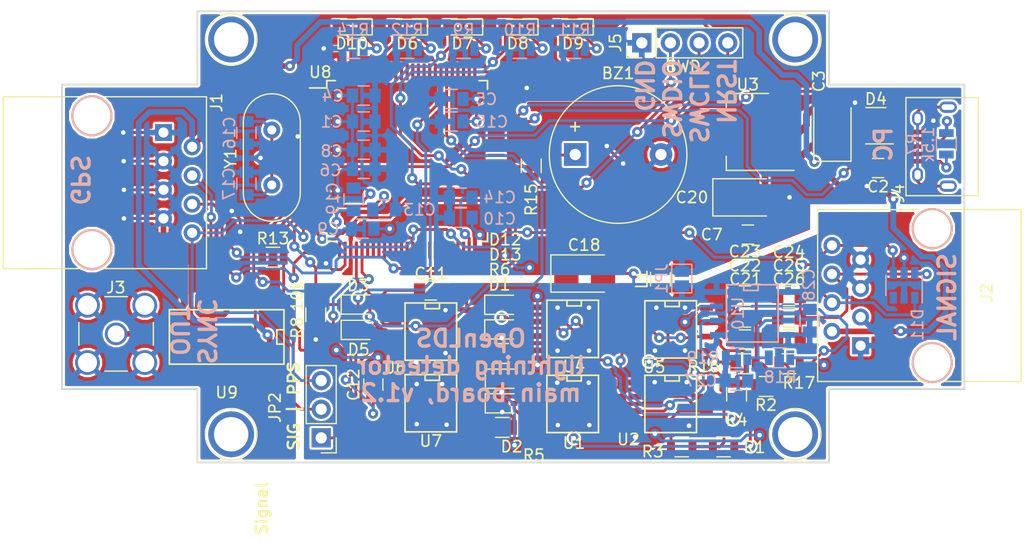
<source format=kicad_pcb>
(kicad_pcb (version 20171130) (host pcbnew 5.0.1)
  (layers (0 F.Cu signal) (31 B.Cu signal) (34 B.Paste user) (35 F.Paste user) (36 B.SilkS user) (37 F.SilkS user) (38 B.Mask user) (39 F.Mask user) (44 Edge.Cuts user))
  (net 0 "")
  (net 1 "Net-(BZ1-Pad1)")
  (net 2 GND)
  (net 3 +3V3)
  (net 4 +5V)
  (net 5 DAC_CH03)
  (net 6 GNDA)
  (net 7 DAC_CH47)
  (net 8 "Net-(C13-Pad1)")
  (net 9 "Net-(C14-Pad1)")
  (net 10 "Net-(C15-Pad1)")
  (net 11 "Net-(C16-Pad1)")
  (net 12 "Net-(C17-Pad1)")
  (net 13 +3.3VA)
  (net 14 "Net-(D1-Pad1)")
  (net 15 "Net-(D1-Pad2)")
  (net 16 "Net-(D2-Pad2)")
  (net 17 TTL_IN)
  (net 18 "Net-(D3-Pad2)")
  (net 19 "Net-(D4-Pad1)")
  (net 20 "Net-(D4-Pad3)")
  (net 21 USB_D+)
  (net 22 USB_D-)
  (net 23 "Net-(D5-Pad2)")
  (net 24 "Net-(D6-Pad2)")
  (net 25 "Net-(D6-Pad1)")
  (net 26 "Net-(D7-Pad2)")
  (net 27 "Net-(D7-Pad1)")
  (net 28 "Net-(D8-Pad2)")
  (net 29 "Net-(D8-Pad1)")
  (net 30 "Net-(D9-Pad2)")
  (net 31 "Net-(D9-Pad1)")
  (net 32 "Net-(D10-Pad2)")
  (net 33 "Net-(D10-Pad1)")
  (net 34 GPS_MCU_RX)
  (net 35 GPS_MCU_TX)
  (net 36 PPS_IN)
  (net 37 SWDIO)
  (net 38 SWCLK)
  (net 39 NRST)
  (net 40 "Net-(R15-Pad1)")
  (net 41 "Net-(U8-Pad1)")
  (net 42 "Net-(U8-Pad2)")
  (net 43 "Net-(U8-Pad3)")
  (net 44 "Net-(U8-Pad4)")
  (net 45 "Net-(U8-Pad5)")
  (net 46 "Net-(U8-Pad7)")
  (net 47 "Net-(U8-Pad8)")
  (net 48 "Net-(U8-Pad9)")
  (net 49 "Net-(U8-Pad15)")
  (net 50 "Net-(U8-Pad16)")
  (net 51 "Net-(U8-Pad17)")
  (net 52 "Net-(U8-Pad18)")
  (net 53 "Net-(U8-Pad26)")
  (net 54 "Net-(U8-Pad31)")
  (net 55 "Net-(U8-Pad32)")
  (net 56 "Net-(U8-Pad33)")
  (net 57 "Net-(U8-Pad34)")
  (net 58 "Net-(U8-Pad35)")
  (net 59 "Net-(U8-Pad36)")
  (net 60 "Net-(U8-Pad37)")
  (net 61 "Net-(U8-Pad38)")
  (net 62 "Net-(U8-Pad39)")
  (net 63 "Net-(U8-Pad40)")
  (net 64 "Net-(U8-Pad41)")
  (net 65 "Net-(U8-Pad42)")
  (net 66 "Net-(U8-Pad43)")
  (net 67 "Net-(U8-Pad44)")
  (net 68 "Net-(U8-Pad45)")
  (net 69 "Net-(U8-Pad46)")
  (net 70 "Net-(U8-Pad47)")
  (net 71 "Net-(U8-Pad48)")
  (net 72 "Net-(U8-Pad51)")
  (net 73 "Net-(U8-Pad52)")
  (net 74 "Net-(U8-Pad53)")
  (net 75 "Net-(U8-Pad54)")
  (net 76 "Net-(U8-Pad57)")
  (net 77 "Net-(U8-Pad58)")
  (net 78 "Net-(U8-Pad63)")
  (net 79 "Net-(U8-Pad64)")
  (net 80 "Net-(U8-Pad65)")
  (net 81 "Net-(U8-Pad66)")
  (net 82 "Net-(U8-Pad67)")
  (net 83 "Net-(U8-Pad68)")
  (net 84 "Net-(U8-Pad69)")
  (net 85 "Net-(U8-Pad77)")
  (net 86 "Net-(U8-Pad78)")
  (net 87 "Net-(U8-Pad79)")
  (net 88 "Net-(U8-Pad80)")
  (net 89 "Net-(U8-Pad83)")
  (net 90 "Net-(U8-Pad84)")
  (net 91 "Net-(U8-Pad85)")
  (net 92 "Net-(U8-Pad86)")
  (net 93 "Net-(U8-Pad87)")
  (net 94 "Net-(U8-Pad88)")
  (net 95 "Net-(U8-Pad89)")
  (net 96 "Net-(U8-Pad90)")
  (net 97 "Net-(U8-Pad91)")
  (net 98 "Net-(U8-Pad92)")
  (net 99 "Net-(U8-Pad93)")
  (net 100 "Net-(U8-Pad94)")
  (net 101 "Net-(U8-Pad95)")
  (net 102 "Net-(U8-Pad96)")
  (net 103 "Net-(D11-Pad3)")
  (net 104 Ch0_to_amp)
  (net 105 "Net-(C21-Pad2)")
  (net 106 Ch1_to_amp)
  (net 107 "Net-(C24-Pad2)")
  (net 108 "Net-(J4-Pad4)")
  (net 109 "Net-(J4-Pad6)")
  (net 110 "Net-(J3-Pad1)")
  (net 111 "Net-(U9-Pad11)")
  (net 112 UART_TAG_TX)
  (net 113 "Net-(JP2-Pad2)")
  (net 114 "Net-(C27-Pad1)")
  (net 115 GNDS)
  (net 116 "Net-(D12-Pad2)")
  (net 117 "Net-(D12-Pad1)")
  (net 118 "Net-(D13-Pad2)")
  (net 119 "Net-(R1-Pad2)")
  (net 120 "Net-(R2-Pad2)")
  (module Housings_QFP:LQFP-100_14x14mm_Pitch0.5mm (layer F.Cu) (at 53.6 36.275)
    (fp_text reference U8 (at -7.7 -7.875) (layer F.SilkS))
    (fp_text value STM32F407VGTx)
    (pad 1 smd rect (at -7.9 -6) (size 1.5 0.28) (layers F.Cu F.Paste F.Mask) (net 41 "Net-(U8-Pad1)"))
    (pad 2 smd rect (at -7.9 -5.5) (size 1.5 0.28) (layers F.Cu F.Paste F.Mask) (net 42 "Net-(U8-Pad2)"))
    (pad 3 smd rect (at -7.9 -5) (size 1.5 0.28) (layers F.Cu F.Paste F.Mask) (net 43 "Net-(U8-Pad3)"))
    (pad 4 smd rect (at -7.9 -4.5) (size 1.5 0.28) (layers F.Cu F.Paste F.Mask) (net 44 "Net-(U8-Pad4)"))
    (pad 5 smd rect (at -7.9 -4) (size 1.5 0.28) (layers F.Cu F.Paste F.Mask) (net 45 "Net-(U8-Pad5)"))
    (pad 6 smd rect (at -7.9 -3.5) (size 1.5 0.28) (layers F.Cu F.Paste F.Mask) (net 3 +3V3))
    (pad 7 smd rect (at -7.9 -3) (size 1.5 0.28) (layers F.Cu F.Paste F.Mask) (net 46 "Net-(U8-Pad7)"))
    (pad 8 smd rect (at -7.9 -2.5) (size 1.5 0.28) (layers F.Cu F.Paste F.Mask) (net 47 "Net-(U8-Pad8)"))
    (pad 9 smd rect (at -7.9 -2) (size 1.5 0.28) (layers F.Cu F.Paste F.Mask) (net 48 "Net-(U8-Pad9)"))
    (pad 10 smd rect (at -7.9 -1.5) (size 1.5 0.28) (layers F.Cu F.Paste F.Mask) (net 2 GND))
    (pad 11 smd rect (at -7.9 -1) (size 1.5 0.28) (layers F.Cu F.Paste F.Mask) (net 3 +3V3))
    (pad 12 smd rect (at -7.9 -0.5) (size 1.5 0.28) (layers F.Cu F.Paste F.Mask) (net 11 "Net-(C16-Pad1)"))
    (pad 13 smd rect (at -7.9 0) (size 1.5 0.28) (layers F.Cu F.Paste F.Mask) (net 12 "Net-(C17-Pad1)"))
    (pad 14 smd rect (at -7.9 0.5) (size 1.5 0.28) (layers F.Cu F.Paste F.Mask) (net 39 NRST))
    (pad 15 smd rect (at -7.9 1) (size 1.5 0.28) (layers F.Cu F.Paste F.Mask) (net 49 "Net-(U8-Pad15)"))
    (pad 16 smd rect (at -7.9 1.5) (size 1.5 0.28) (layers F.Cu F.Paste F.Mask) (net 50 "Net-(U8-Pad16)"))
    (pad 17 smd rect (at -7.9 2) (size 1.5 0.28) (layers F.Cu F.Paste F.Mask) (net 51 "Net-(U8-Pad17)"))
    (pad 18 smd rect (at -7.9 2.5) (size 1.5 0.28) (layers F.Cu F.Paste F.Mask) (net 52 "Net-(U8-Pad18)"))
    (pad 19 smd rect (at -7.9 3) (size 1.5 0.28) (layers F.Cu F.Paste F.Mask) (net 3 +3V3))
    (pad 20 smd rect (at -7.9 3.5) (size 1.5 0.28) (layers F.Cu F.Paste F.Mask) (net 6 GNDA))
    (pad 21 smd rect (at -7.9 4) (size 1.5 0.28) (layers F.Cu F.Paste F.Mask) (net 8 "Net-(C13-Pad1)"))
    (pad 22 smd rect (at -7.9 4.5) (size 1.5 0.28) (layers F.Cu F.Paste F.Mask) (net 13 +3.3VA))
    (pad 23 smd rect (at -7.9 5) (size 1.5 0.28) (layers F.Cu F.Paste F.Mask) (net 17 TTL_IN))
    (pad 24 smd rect (at -7.9 5.5) (size 1.5 0.28) (layers F.Cu F.Paste F.Mask) (net 36 PPS_IN))
    (pad 25 smd rect (at -7.9 6) (size 1.5 0.28) (layers F.Cu F.Paste F.Mask) (net 112 UART_TAG_TX))
    (pad 26 smd rect (at -6 7.9 90) (size 1.5 0.28) (layers F.Cu F.Paste F.Mask) (net 53 "Net-(U8-Pad26)"))
    (pad 27 smd rect (at -5.5 7.9 90) (size 1.5 0.28) (layers F.Cu F.Paste F.Mask) (net 2 GND))
    (pad 28 smd rect (at -5 7.9 90) (size 1.5 0.28) (layers F.Cu F.Paste F.Mask) (net 3 +3V3))
    (pad 29 smd rect (at -4.5 7.9 90) (size 1.5 0.28) (layers F.Cu F.Paste F.Mask) (net 5 DAC_CH03))
    (pad 30 smd rect (at -4 7.9 90) (size 1.5 0.28) (layers F.Cu F.Paste F.Mask) (net 7 DAC_CH47))
    (pad 31 smd rect (at -3.5 7.9 90) (size 1.5 0.28) (layers F.Cu F.Paste F.Mask) (net 54 "Net-(U8-Pad31)"))
    (pad 32 smd rect (at -3 7.9 90) (size 1.5 0.28) (layers F.Cu F.Paste F.Mask) (net 55 "Net-(U8-Pad32)"))
    (pad 33 smd rect (at -2.5 7.9 90) (size 1.5 0.28) (layers F.Cu F.Paste F.Mask) (net 56 "Net-(U8-Pad33)"))
    (pad 34 smd rect (at -2 7.9 90) (size 1.5 0.28) (layers F.Cu F.Paste F.Mask) (net 57 "Net-(U8-Pad34)"))
    (pad 35 smd rect (at -1.5 7.9 90) (size 1.5 0.28) (layers F.Cu F.Paste F.Mask) (net 58 "Net-(U8-Pad35)"))
    (pad 36 smd rect (at -1 7.9 90) (size 1.5 0.28) (layers F.Cu F.Paste F.Mask) (net 59 "Net-(U8-Pad36)"))
    (pad 37 smd rect (at -0.5 7.9 90) (size 1.5 0.28) (layers F.Cu F.Paste F.Mask) (net 60 "Net-(U8-Pad37)"))
    (pad 38 smd rect (at 0 7.9 90) (size 1.5 0.28) (layers F.Cu F.Paste F.Mask) (net 61 "Net-(U8-Pad38)"))
    (pad 39 smd rect (at 0.5 7.9 90) (size 1.5 0.28) (layers F.Cu F.Paste F.Mask) (net 62 "Net-(U8-Pad39)"))
    (pad 40 smd rect (at 1 7.9 90) (size 1.5 0.28) (layers F.Cu F.Paste F.Mask) (net 63 "Net-(U8-Pad40)"))
    (pad 41 smd rect (at 1.5 7.9 90) (size 1.5 0.28) (layers F.Cu F.Paste F.Mask) (net 64 "Net-(U8-Pad41)"))
    (pad 42 smd rect (at 2 7.9 90) (size 1.5 0.28) (layers F.Cu F.Paste F.Mask) (net 65 "Net-(U8-Pad42)"))
    (pad 43 smd rect (at 2.5 7.9 90) (size 1.5 0.28) (layers F.Cu F.Paste F.Mask) (net 66 "Net-(U8-Pad43)"))
    (pad 44 smd rect (at 3 7.9 90) (size 1.5 0.28) (layers F.Cu F.Paste F.Mask) (net 67 "Net-(U8-Pad44)"))
    (pad 45 smd rect (at 3.5 7.9 90) (size 1.5 0.28) (layers F.Cu F.Paste F.Mask) (net 68 "Net-(U8-Pad45)"))
    (pad 46 smd rect (at 4 7.9 90) (size 1.5 0.28) (layers F.Cu F.Paste F.Mask) (net 69 "Net-(U8-Pad46)"))
    (pad 47 smd rect (at 4.5 7.9 90) (size 1.5 0.28) (layers F.Cu F.Paste F.Mask) (net 70 "Net-(U8-Pad47)"))
    (pad 48 smd rect (at 5 7.9 90) (size 1.5 0.28) (layers F.Cu F.Paste F.Mask) (net 71 "Net-(U8-Pad48)"))
    (pad 49 smd rect (at 5.5 7.9 90) (size 1.5 0.28) (layers F.Cu F.Paste F.Mask) (net 9 "Net-(C14-Pad1)"))
    (pad 50 smd rect (at 6 7.9 90) (size 1.5 0.28) (layers F.Cu F.Paste F.Mask) (net 3 +3V3))
    (pad 51 smd rect (at 7.9 6) (size 1.5 0.28) (layers F.Cu F.Paste F.Mask) (net 72 "Net-(U8-Pad51)"))
    (pad 52 smd rect (at 7.9 5.5) (size 1.5 0.28) (layers F.Cu F.Paste F.Mask) (net 73 "Net-(U8-Pad52)"))
    (pad 53 smd rect (at 7.9 5) (size 1.5 0.28) (layers F.Cu F.Paste F.Mask) (net 74 "Net-(U8-Pad53)"))
    (pad 54 smd rect (at 7.9 4.5) (size 1.5 0.28) (layers F.Cu F.Paste F.Mask) (net 75 "Net-(U8-Pad54)"))
    (pad 55 smd rect (at 7.9 4) (size 1.5 0.28) (layers F.Cu F.Paste F.Mask) (net 35 GPS_MCU_TX))
    (pad 56 smd rect (at 7.9 3.5) (size 1.5 0.28) (layers F.Cu F.Paste F.Mask) (net 34 GPS_MCU_RX))
    (pad 57 smd rect (at 7.9 3) (size 1.5 0.28) (layers F.Cu F.Paste F.Mask) (net 76 "Net-(U8-Pad57)"))
    (pad 58 smd rect (at 7.9 2.5) (size 1.5 0.28) (layers F.Cu F.Paste F.Mask) (net 77 "Net-(U8-Pad58)"))
    (pad 59 smd rect (at 7.9 2) (size 1.5 0.28) (layers F.Cu F.Paste F.Mask) (net 26 "Net-(D7-Pad2)"))
    (pad 60 smd rect (at 7.9 1.5) (size 1.5 0.28) (layers F.Cu F.Paste F.Mask) (net 28 "Net-(D8-Pad2)"))
    (pad 61 smd rect (at 7.9 1) (size 1.5 0.28) (layers F.Cu F.Paste F.Mask) (net 30 "Net-(D9-Pad2)"))
    (pad 62 smd rect (at 7.9 0.5) (size 1.5 0.28) (layers F.Cu F.Paste F.Mask) (net 40 "Net-(R15-Pad1)"))
    (pad 63 smd rect (at 7.9 0) (size 1.5 0.28) (layers F.Cu F.Paste F.Mask) (net 78 "Net-(U8-Pad63)"))
    (pad 64 smd rect (at 7.9 -0.5) (size 1.5 0.28) (layers F.Cu F.Paste F.Mask) (net 79 "Net-(U8-Pad64)"))
    (pad 65 smd rect (at 7.9 -1) (size 1.5 0.28) (layers F.Cu F.Paste F.Mask) (net 80 "Net-(U8-Pad65)"))
    (pad 66 smd rect (at 7.9 -1.5) (size 1.5 0.28) (layers F.Cu F.Paste F.Mask) (net 81 "Net-(U8-Pad66)"))
    (pad 67 smd rect (at 7.9 -2) (size 1.5 0.28) (layers F.Cu F.Paste F.Mask) (net 82 "Net-(U8-Pad67)"))
    (pad 68 smd rect (at 7.9 -2.5) (size 1.5 0.28) (layers F.Cu F.Paste F.Mask) (net 83 "Net-(U8-Pad68)"))
    (pad 69 smd rect (at 7.9 -3) (size 1.5 0.28) (layers F.Cu F.Paste F.Mask) (net 84 "Net-(U8-Pad69)"))
    (pad 70 smd rect (at 7.9 -3.5) (size 1.5 0.28) (layers F.Cu F.Paste F.Mask) (net 22 USB_D-))
    (pad 71 smd rect (at 7.9 -4) (size 1.5 0.28) (layers F.Cu F.Paste F.Mask) (net 21 USB_D+))
    (pad 72 smd rect (at 7.9 -4.5) (size 1.5 0.28) (layers F.Cu F.Paste F.Mask) (net 37 SWDIO))
    (pad 73 smd rect (at 7.9 -5) (size 1.5 0.28) (layers F.Cu F.Paste F.Mask) (net 10 "Net-(C15-Pad1)"))
    (pad 74 smd rect (at 7.9 -5.5) (size 1.5 0.28) (layers F.Cu F.Paste F.Mask) (net 2 GND))
    (pad 75 smd rect (at 7.9 -6) (size 1.5 0.28) (layers F.Cu F.Paste F.Mask) (net 3 +3V3))
    (pad 76 smd rect (at 6 -7.9 90) (size 1.5 0.28) (layers F.Cu F.Paste F.Mask) (net 38 SWCLK))
    (pad 77 smd rect (at 5.5 -7.9 90) (size 1.5 0.28) (layers F.Cu F.Paste F.Mask) (net 85 "Net-(U8-Pad77)"))
    (pad 78 smd rect (at 5 -7.9 90) (size 1.5 0.28) (layers F.Cu F.Paste F.Mask) (net 86 "Net-(U8-Pad78)"))
    (pad 79 smd rect (at 4.5 -7.9 90) (size 1.5 0.28) (layers F.Cu F.Paste F.Mask) (net 87 "Net-(U8-Pad79)"))
    (pad 80 smd rect (at 4 -7.9 90) (size 1.5 0.28) (layers F.Cu F.Paste F.Mask) (net 88 "Net-(U8-Pad80)"))
    (pad 81 smd rect (at 3.5 -7.9 90) (size 1.5 0.28) (layers F.Cu F.Paste F.Mask) (net 18 "Net-(D3-Pad2)"))
    (pad 82 smd rect (at 3 -7.9 90) (size 1.5 0.28) (layers F.Cu F.Paste F.Mask) (net 23 "Net-(D5-Pad2)"))
    (pad 83 smd rect (at 2.5 -7.9 90) (size 1.5 0.28) (layers F.Cu F.Paste F.Mask) (net 89 "Net-(U8-Pad83)"))
    (pad 84 smd rect (at 2 -7.9 90) (size 1.5 0.28) (layers F.Cu F.Paste F.Mask) (net 90 "Net-(U8-Pad84)"))
    (pad 85 smd rect (at 1.5 -7.9 90) (size 1.5 0.28) (layers F.Cu F.Paste F.Mask) (net 91 "Net-(U8-Pad85)"))
    (pad 86 smd rect (at 1 -7.9 90) (size 1.5 0.28) (layers F.Cu F.Paste F.Mask) (net 92 "Net-(U8-Pad86)"))
    (pad 87 smd rect (at 0.5 -7.9 90) (size 1.5 0.28) (layers F.Cu F.Paste F.Mask) (net 93 "Net-(U8-Pad87)"))
    (pad 88 smd rect (at 0 -7.9 90) (size 1.5 0.28) (layers F.Cu F.Paste F.Mask) (net 94 "Net-(U8-Pad88)"))
    (pad 89 smd rect (at -0.5 -7.9 90) (size 1.5 0.28) (layers F.Cu F.Paste F.Mask) (net 95 "Net-(U8-Pad89)"))
    (pad 90 smd rect (at -1 -7.9 90) (size 1.5 0.28) (layers F.Cu F.Paste F.Mask) (net 96 "Net-(U8-Pad90)"))
    (pad 91 smd rect (at -1.5 -7.9 90) (size 1.5 0.28) (layers F.Cu F.Paste F.Mask) (net 97 "Net-(U8-Pad91)"))
    (pad 92 smd rect (at -2 -7.9 90) (size 1.5 0.28) (layers F.Cu F.Paste F.Mask) (net 98 "Net-(U8-Pad92)"))
    (pad 93 smd rect (at -2.5 -7.9 90) (size 1.5 0.28) (layers F.Cu F.Paste F.Mask) (net 99 "Net-(U8-Pad93)"))
    (pad 94 smd rect (at -3 -7.9 90) (size 1.5 0.28) (layers F.Cu F.Paste F.Mask) (net 100 "Net-(U8-Pad94)"))
    (pad 95 smd rect (at -3.5 -7.9 90) (size 1.5 0.28) (layers F.Cu F.Paste F.Mask) (net 101 "Net-(U8-Pad95)"))
    (pad 96 smd rect (at -4 -7.9 90) (size 1.5 0.28) (layers F.Cu F.Paste F.Mask) (net 102 "Net-(U8-Pad96)"))
    (pad 97 smd rect (at -4.5 -7.9 90) (size 1.5 0.28) (layers F.Cu F.Paste F.Mask) (net 24 "Net-(D6-Pad2)"))
    (pad 98 smd rect (at -5 -7.9 90) (size 1.5 0.28) (layers F.Cu F.Paste F.Mask) (net 32 "Net-(D10-Pad2)"))
    (pad 99 smd rect (at -5.5 -7.9 90) (size 1.5 0.28) (layers F.Cu F.Paste F.Mask) (net 2 GND))
    (pad 100 smd rect (at -6 -7.9 90) (size 1.5 0.28) (layers F.Cu F.Paste F.Mask) (net 3 +3V3))
  )
  (module Connect:1pin (layer F.Cu) (at 88 60.5)
    (fp_text reference REF** hide)
    (fp_text value 1pin hide)
    (pad 1 thru_hole circle (at 0 0) (size 4.064 4.064) (drill 3.048) (layers *.Cu *.Mask))
  )
  (module Connect:1pin (layer F.Cu) (at 38 60.5)
    (fp_text reference REF** hide)
    (fp_text value 1pin hide)
    (pad 1 thru_hole circle (at 0 0) (size 4.064 4.064) (drill 3.048) (layers *.Cu *.Mask))
  )
  (module Connect:1pin (layer F.Cu) (at 88 25.5)
    (fp_text reference REF** hide)
    (fp_text value 1pin hide)
    (pad 1 thru_hole circle (at 0 0) (size 4.064 4.064) (drill 3.048) (layers *.Cu *.Mask))
  )
  (module Buzzers_Beepers:Buzzer_12x9.5RM7.6 (layer F.Cu) (at 68.5 35.7)
    (fp_text reference BZ1 (at 3.8 -7.2) (layer F.SilkS))
    (fp_text value Buzzer)
    (fp_text user + (at -0.01 -2.54) (layer F.SilkS))
    (pad 1 thru_hole rect (at 0 0) (size 2 2) (drill 1) (layers *.Cu *.Mask) (net 1 "Net-(BZ1-Pad1)"))
    (pad 2 thru_hole circle (at 7.6 0) (size 2 2) (drill 1) (layers *.Cu *.Mask) (net 2 GND))
  )
  (module Capacitors_SMD:C_0805 (layer B.Cu) (at 49.75 32.775)
    (fp_text reference C1 (at -2.85 0.025) (layer B.SilkS) (effects (justify mirror)))
    (fp_text value 100n)
    (pad 1 smd rect (at -1 0) (size 1 1.25) (layers B.Cu B.Paste B.Mask) (net 3 +3V3))
    (pad 2 smd rect (at 1 0) (size 1 1.25) (layers B.Cu B.Paste B.Mask) (net 2 GND))
  )
  (module Capacitors_SMD:C_0805 (layer F.Cu) (at 95.35 36.9 180)
    (fp_text reference C2 (at 0 -1.65 180) (layer F.SilkS))
    (fp_text value 100n)
    (pad 1 smd rect (at -1 0 180) (size 1 1.25) (layers F.Cu F.Paste F.Mask) (net 4 +5V))
    (pad 2 smd rect (at 1 0 180) (size 1 1.25) (layers F.Cu F.Paste F.Mask) (net 2 GND))
  )
  (module Capacitors_Tantalum_SMD:CP_Tantalum_Case-B_EIA-3528-21_Wave (layer F.Cu) (at 91.3 33.3 90)
    (fp_text reference C3 (at 4.1 -1.2 90) (layer F.SilkS))
    (fp_text value 100uF)
    (pad 1 smd rect (at -1.625 0 90) (size 2.15 1.8) (layers F.Cu F.Paste F.Mask) (net 4 +5V))
    (pad 2 smd rect (at 1.625 0 90) (size 2.15 1.8) (layers F.Cu F.Paste F.Mask) (net 2 GND))
  )
  (module Capacitors_SMD:C_0805 (layer B.Cu) (at 49.75 30.475)
    (fp_text reference C4 (at -2.75 0.025) (layer B.SilkS) (effects (justify mirror)))
    (fp_text value 100n)
    (pad 1 smd rect (at -1 0) (size 1 1.25) (layers B.Cu B.Paste B.Mask) (net 3 +3V3))
    (pad 2 smd rect (at 1 0) (size 1 1.25) (layers B.Cu B.Paste B.Mask) (net 2 GND))
  )
  (module Capacitors_SMD:C_0805 (layer B.Cu) (at 57.55 30.775 180)
    (fp_text reference C5 (at -3.05 -0.025 180) (layer B.SilkS) (effects (justify mirror)))
    (fp_text value 100n)
    (pad 1 smd rect (at -1 0 180) (size 1 1.25) (layers B.Cu B.Paste B.Mask) (net 3 +3V3))
    (pad 2 smd rect (at 1 0 180) (size 1 1.25) (layers B.Cu B.Paste B.Mask) (net 2 GND))
  )
  (module Capacitors_SMD:C_0805 (layer B.Cu) (at 49.75 36.975)
    (fp_text reference C6 (at -2.95 0.125) (layer B.SilkS) (effects (justify mirror)))
    (fp_text value 100n)
    (pad 1 smd rect (at -1 0) (size 1 1.25) (layers B.Cu B.Paste B.Mask) (net 3 +3V3))
    (pad 2 smd rect (at 1 0) (size 1 1.25) (layers B.Cu B.Paste B.Mask) (net 2 GND))
  )
  (module Capacitors_SMD:C_0805 (layer F.Cu) (at 83.8 42.8)
    (fp_text reference C7 (at -3.2 0) (layer F.SilkS))
    (fp_text value 100n)
    (pad 1 smd rect (at -1 0) (size 1 1.25) (layers F.Cu F.Paste F.Mask) (net 3 +3V3))
    (pad 2 smd rect (at 1 0) (size 1 1.25) (layers F.Cu F.Paste F.Mask) (net 2 GND))
  )
  (module Capacitors_SMD:C_0805 (layer B.Cu) (at 49.75 35.275)
    (fp_text reference C8 (at -2.85 0.125) (layer B.SilkS) (effects (justify mirror)))
    (fp_text value 100n)
    (pad 1 smd rect (at -1 0) (size 1 1.25) (layers B.Cu B.Paste B.Mask) (net 3 +3V3))
    (pad 2 smd rect (at 1 0) (size 1 1.25) (layers B.Cu B.Paste B.Mask) (net 2 GND))
  )
  (module Capacitors_SMD:C_0805 (layer B.Cu) (at 49.65 42.275 180)
    (fp_text reference C9 (at 3.05 -0.025 180) (layer B.SilkS) (effects (justify mirror)))
    (fp_text value 100n)
    (pad 1 smd rect (at -1 0 180) (size 1 1.25) (layers B.Cu B.Paste B.Mask) (net 3 +3V3))
    (pad 2 smd rect (at 1 0 180) (size 1 1.25) (layers B.Cu B.Paste B.Mask) (net 2 GND))
  )
  (module Capacitors_SMD:C_0805 (layer B.Cu) (at 58.35 41.3 180)
    (fp_text reference C10 (at -3.45 -0.1 180) (layer B.SilkS) (effects (justify mirror)))
    (fp_text value 100n)
    (pad 1 smd rect (at -1 0 180) (size 1 1.25) (layers B.Cu B.Paste B.Mask) (net 3 +3V3))
    (pad 2 smd rect (at 1 0 180) (size 1 1.25) (layers B.Cu B.Paste B.Mask) (net 2 GND))
  )
  (module Capacitors_SMD:C_0805 (layer F.Cu) (at 55.7 47.75)
    (fp_text reference C11 (at 0 -1.5) (layer F.SilkS))
    (fp_text value 100n)
    (pad 1 smd rect (at -1 0) (size 1 1.25) (layers F.Cu F.Paste F.Mask) (net 5 DAC_CH03))
    (pad 2 smd rect (at 1 0) (size 1 1.25) (layers F.Cu F.Paste F.Mask) (net 6 GNDA))
  )
  (module Capacitors_SMD:C_0805 (layer F.Cu) (at 50.6 56.1 90)
    (fp_text reference C12 (at 0 -1.75 90) (layer F.SilkS))
    (fp_text value 100n)
    (pad 1 smd rect (at -1 0 90) (size 1 1.25) (layers F.Cu F.Paste F.Mask) (net 7 DAC_CH47))
    (pad 2 smd rect (at 1 0 90) (size 1 1.25) (layers F.Cu F.Paste F.Mask) (net 6 GNDA))
  )
  (module Capacitors_SMD:C_0805 (layer B.Cu) (at 51.55 40.575)
    (fp_text reference C13 (at 3.15 0.025) (layer B.SilkS) (effects (justify mirror)))
    (fp_text value 2.2uF)
    (pad 1 smd rect (at -1 0) (size 1 1.25) (layers B.Cu B.Paste B.Mask) (net 8 "Net-(C13-Pad1)"))
    (pad 2 smd rect (at 1 0) (size 1 1.25) (layers B.Cu B.Paste B.Mask) (net 2 GND))
  )
  (module Capacitors_SMD:C_0805 (layer B.Cu) (at 58.35 39.525 180)
    (fp_text reference C14 (at -3.45 0.025 180) (layer B.SilkS) (effects (justify mirror)))
    (fp_text value 2.2uF)
    (pad 1 smd rect (at -1 0 180) (size 1 1.25) (layers B.Cu B.Paste B.Mask) (net 9 "Net-(C14-Pad1)"))
    (pad 2 smd rect (at 1 0 180) (size 1 1.25) (layers B.Cu B.Paste B.Mask) (net 2 GND))
  )
  (module Capacitors_SMD:C_0805 (layer B.Cu) (at 57.55 32.775 180)
    (fp_text reference C15 (at -3.55 -0.025 180) (layer B.SilkS) (effects (justify mirror)))
    (fp_text value 2.2uF)
    (pad 1 smd rect (at -1 0 180) (size 1 1.25) (layers B.Cu B.Paste B.Mask) (net 10 "Net-(C15-Pad1)"))
    (pad 2 smd rect (at 1 0 180) (size 1 1.25) (layers B.Cu B.Paste B.Mask) (net 2 GND))
  )
  (module Capacitors_SMD:C_0805 (layer B.Cu) (at 39.35 33.775 270)
    (fp_text reference C16 (at 0 1.5 270) (layer B.SilkS) (effects (justify mirror)))
    (fp_text value 20pF)
    (pad 1 smd rect (at -1 0 270) (size 1 1.25) (layers B.Cu B.Paste B.Mask) (net 11 "Net-(C16-Pad1)"))
    (pad 2 smd rect (at 1 0 270) (size 1 1.25) (layers B.Cu B.Paste B.Mask) (net 2 GND))
  )
  (module Capacitors_SMD:C_0805 (layer B.Cu) (at 39.35 38.275 90)
    (fp_text reference C17 (at -0.025 -1.55 90) (layer B.SilkS) (effects (justify mirror)))
    (fp_text value 20pF)
    (pad 1 smd rect (at -1 0 90) (size 1 1.25) (layers B.Cu B.Paste B.Mask) (net 12 "Net-(C17-Pad1)"))
    (pad 2 smd rect (at 1 0 90) (size 1 1.25) (layers B.Cu B.Paste B.Mask) (net 2 GND))
  )
  (module Capacitors_Tantalum_SMD:CP_Tantalum_Case-B_EIA-3528-21_Wave (layer F.Cu) (at 69.34 46.25)
    (fp_text reference C18 (at -0.05 -2.525) (layer F.SilkS))
    (fp_text value 100uF)
    (pad 1 smd rect (at -1.625 0) (size 2.15 1.8) (layers F.Cu F.Paste F.Mask) (net 13 +3.3VA))
    (pad 2 smd rect (at 1.625 0) (size 2.15 1.8) (layers F.Cu F.Paste F.Mask) (net 6 GNDA))
  )
  (module Capacitors_SMD:C_0805 (layer B.Cu) (at 48.85 39.675 90)
    (fp_text reference C19 (at 0.075 -1.85 90) (layer B.SilkS) (effects (justify mirror)))
    (fp_text value 100n)
    (pad 1 smd rect (at -1 0 90) (size 1 1.25) (layers B.Cu B.Paste B.Mask) (net 13 +3.3VA))
    (pad 2 smd rect (at 1 0 90) (size 1 1.25) (layers B.Cu B.Paste B.Mask) (net 6 GNDA))
  )
  (module Capacitors_Tantalum_SMD:CP_Tantalum_Case-B_EIA-3528-21_Wave (layer F.Cu) (at 83.7 39.5)
    (fp_text reference C20 (at -4.85 0) (layer F.SilkS))
    (fp_text value 100uF)
    (pad 1 smd rect (at -1.625 0) (size 2.15 1.8) (layers F.Cu F.Paste F.Mask) (net 3 +3V3))
    (pad 2 smd rect (at 1.625 0) (size 2.15 1.8) (layers F.Cu F.Paste F.Mask) (net 2 GND))
  )
  (module Diodes_SMD:D_SOD-323 (layer F.Cu) (at 49.25 49)
    (fp_text reference D3 (at 0 -1.7) (layer F.SilkS))
    (fp_text value 1N4148)
    (pad 1 smd rect (at -1.05 0) (size 0.6 0.45) (layers F.Cu F.Paste F.Mask) (net 17 TTL_IN))
    (pad 2 smd rect (at 1.05 0) (size 0.6 0.45) (layers F.Cu F.Paste F.Mask) (net 18 "Net-(D3-Pad2)"))
  )
  (module TO_SOT_Packages_SMD:SOT-23-6 (layer F.Cu) (at 95.15 33.15 180)
    (fp_text reference D4 (at 0 2.375 180) (layer F.SilkS))
    (fp_text value USBLC6-4SC6)
    (pad 1 smd rect (at -1.1 -0.95 180) (size 1.06 0.65) (layers F.Cu F.Paste F.Mask) (net 19 "Net-(D4-Pad1)"))
    (pad 2 smd rect (at -1.1 0 180) (size 1.06 0.65) (layers F.Cu F.Paste F.Mask) (net 2 GND))
    (pad 3 smd rect (at -1.1 0.95 180) (size 1.06 0.65) (layers F.Cu F.Paste F.Mask) (net 20 "Net-(D4-Pad3)"))
    (pad 4 smd rect (at 1.1 0.95 180) (size 1.06 0.65) (layers F.Cu F.Paste F.Mask) (net 21 USB_D+))
    (pad 6 smd rect (at 1.1 -0.95 180) (size 1.06 0.65) (layers F.Cu F.Paste F.Mask) (net 22 USB_D-))
    (pad 5 smd rect (at 1.1 0 180) (size 1.06 0.65) (layers F.Cu F.Paste F.Mask) (net 4 +5V))
  )
  (module Diodes_SMD:D_SOD-323 (layer F.Cu) (at 49.25 51.25)
    (fp_text reference D5 (at 0.05 1.75) (layer F.SilkS))
    (fp_text value 1N4148)
    (pad 1 smd rect (at -1.05 0) (size 0.6 0.45) (layers F.Cu F.Paste F.Mask) (net 17 TTL_IN))
    (pad 2 smd rect (at 1.05 0) (size 0.6 0.45) (layers F.Cu F.Paste F.Mask) (net 23 "Net-(D5-Pad2)"))
  )
  (module LEDs:LED_0805 (layer F.Cu) (at 53.6 24.4 180)
    (fp_text reference D6 (at 0 -1.45 180) (layer F.SilkS))
    (fp_text value LED_CH0)
    (pad 2 smd rect (at 1.1 0) (size 1.2 1.2) (layers F.Cu F.Paste F.Mask) (net 24 "Net-(D6-Pad2)"))
    (pad 1 smd rect (at -1.1 0) (size 1.2 1.2) (layers F.Cu F.Paste F.Mask) (net 25 "Net-(D6-Pad1)"))
  )
  (module LEDs:LED_0805 (layer F.Cu) (at 58.5 24.4 180)
    (fp_text reference D7 (at 0 -1.45 180) (layer F.SilkS))
    (fp_text value LED)
    (pad 2 smd rect (at 1.1 0) (size 1.2 1.2) (layers F.Cu F.Paste F.Mask) (net 26 "Net-(D7-Pad2)"))
    (pad 1 smd rect (at -1.1 0) (size 1.2 1.2) (layers F.Cu F.Paste F.Mask) (net 27 "Net-(D7-Pad1)"))
  )
  (module LEDs:LED_0805 (layer F.Cu) (at 63.4 24.4 180)
    (fp_text reference D8 (at 0 -1.45 180) (layer F.SilkS))
    (fp_text value LED)
    (pad 2 smd rect (at 1.1 0) (size 1.2 1.2) (layers F.Cu F.Paste F.Mask) (net 28 "Net-(D8-Pad2)"))
    (pad 1 smd rect (at -1.1 0) (size 1.2 1.2) (layers F.Cu F.Paste F.Mask) (net 29 "Net-(D8-Pad1)"))
  )
  (module LEDs:LED_0805 (layer F.Cu) (at 68.3 24.4 180)
    (fp_text reference D9 (at 0 -1.45 180) (layer F.SilkS))
    (fp_text value LED)
    (pad 2 smd rect (at 1.1 0) (size 1.2 1.2) (layers F.Cu F.Paste F.Mask) (net 30 "Net-(D9-Pad2)"))
    (pad 1 smd rect (at -1.1 0) (size 1.2 1.2) (layers F.Cu F.Paste F.Mask) (net 31 "Net-(D9-Pad1)"))
  )
  (module LEDs:LED_0805 (layer F.Cu) (at 48.7 24.4 180)
    (fp_text reference D10 (at 0 -1.45 180) (layer F.SilkS))
    (fp_text value LED_CH1)
    (pad 2 smd rect (at 1.1 0) (size 1.2 1.2) (layers F.Cu F.Paste F.Mask) (net 32 "Net-(D10-Pad2)"))
    (pad 1 smd rect (at -1.1 0) (size 1.2 1.2) (layers F.Cu F.Paste F.Mask) (net 33 "Net-(D10-Pad1)"))
  )
  (module Connect:RJ45_8 (layer F.Cu) (at 32 33.75 270)
    (fp_text reference J1 (at -2.65 -4.7 270) (layer F.SilkS))
    (fp_text value GPS)
    (pad Hole np_thru_hole circle (at 10.38 6.35 270) (size 3.65 3.65) (drill 3.25) (layers *.Cu *.SilkS *.Mask))
    (pad Hole np_thru_hole circle (at -1.49 6.35 270) (size 3.65 3.65) (drill 3.25) (layers *.Cu *.SilkS *.Mask))
    (pad 1 thru_hole rect (at 0 0 270) (size 1.5 1.5) (drill 0.9) (layers *.Cu *.Mask) (net 2 GND))
    (pad 2 thru_hole circle (at 1.27 -2.54 270) (size 1.5 1.5) (drill 0.9) (layers *.Cu *.Mask) (net 4 +5V))
    (pad 3 thru_hole circle (at 2.54 0 270) (size 1.5 1.5) (drill 0.9) (layers *.Cu *.Mask) (net 2 GND))
    (pad 4 thru_hole circle (at 3.81 -2.54 270) (size 1.5 1.5) (drill 0.9) (layers *.Cu *.Mask) (net 34 GPS_MCU_RX))
    (pad 5 thru_hole circle (at 5.08 0 270) (size 1.5 1.5) (drill 0.9) (layers *.Cu *.Mask) (net 2 GND))
    (pad 6 thru_hole circle (at 6.35 -2.54 270) (size 1.5 1.5) (drill 0.9) (layers *.Cu *.Mask) (net 35 GPS_MCU_TX))
    (pad 7 thru_hole circle (at 7.62 0 270) (size 1.5 1.5) (drill 0.9) (layers *.Cu *.Mask) (net 2 GND))
    (pad 8 thru_hole circle (at 8.89 -2.54 270) (size 1.5 1.5) (drill 0.9) (layers *.Cu *.Mask) (net 36 PPS_IN))
  )
  (module Pin_Headers:Pin_Header_Straight_1x04_Pitch2.54mm (layer F.Cu) (at 74.4 25.8 90)
    (fp_text reference J5 (at 0 -2.33 90) (layer F.SilkS))
    (fp_text value SWD (at -2.1 3.7 180) (layer F.SilkS))
    (pad 1 thru_hole rect (at 0 0 90) (size 1.7 1.7) (drill 1) (layers *.Cu *.Mask) (net 2 GND))
    (pad 2 thru_hole oval (at 0 2.54 90) (size 1.7 1.7) (drill 1) (layers *.Cu *.Mask) (net 37 SWDIO))
    (pad 3 thru_hole oval (at 0 5.08 90) (size 1.7 1.7) (drill 1) (layers *.Cu *.Mask) (net 38 SWCLK))
    (pad 4 thru_hole oval (at 0 7.62 90) (size 1.7 1.7) (drill 1) (layers *.Cu *.Mask) (net 39 NRST))
  )
  (module Connect:GS2 (layer B.Cu) (at 77.95 46.7 180)
    (fp_text reference JP1 (at 1.78 0 90) (layer B.SilkS) (effects (justify mirror)))
    (fp_text value Jumper)
    (pad 1 smd rect (at 0 0.64 180) (size 1.27 0.97) (layers B.Cu B.Paste B.Mask) (net 2 GND))
    (pad 2 smd rect (at 0 -0.64 180) (size 1.27 0.97) (layers B.Cu B.Paste B.Mask) (net 6 GNDA))
  )
  (module Resistors_SMD:R_0805 (layer F.Cu) (at 76.05 46.75 90)
    (fp_text reference L1 (at 0 -1.65 90) (layer F.SilkS))
    (fp_text value Ferrite_Bead)
    (pad 1 smd rect (at -0.95 0 90) (size 0.7 1.3) (layers F.Cu F.Paste F.Mask) (net 13 +3.3VA))
    (pad 2 smd rect (at 0.95 0 90) (size 0.7 1.3) (layers F.Cu F.Paste F.Mask) (net 3 +3V3))
  )
  (module Resistors_SMD:R_0805 (layer B.Cu) (at 101.4 34.75 270)
    (fp_text reference R7 (at 0.025 2.975 270) (layer B.SilkS) (effects (justify mirror)))
    (fp_text value 1.5k (at 0.075 1.6 270) (layer B.SilkS) (effects (justify mirror)))
    (pad 1 smd rect (at -0.95 0 270) (size 0.7 1.3) (layers B.Cu B.Paste B.Mask) (net 21 USB_D+))
    (pad 2 smd rect (at 0.95 0 270) (size 0.7 1.3) (layers B.Cu B.Paste B.Mask) (net 4 +5V))
  )
  (module Resistors_SMD:R_0805 (layer F.Cu) (at 45.5 49.9 90)
    (fp_text reference R8 (at -1.15 -1.65 90) (layer F.SilkS))
    (fp_text value 10k (at 1.65 -1.65 90) (layer F.SilkS))
    (pad 1 smd rect (at -0.95 0 90) (size 0.7 1.3) (layers F.Cu F.Paste F.Mask) (net 6 GNDA))
    (pad 2 smd rect (at 0.95 0 90) (size 0.7 1.3) (layers F.Cu F.Paste F.Mask) (net 17 TTL_IN))
  )
  (module Resistors_SMD:R_0805 (layer B.Cu) (at 58.6 26.3 180)
    (fp_text reference R9 (at 0 1.65 180) (layer B.SilkS) (effects (justify mirror)))
    (fp_text value 1k)
    (pad 1 smd rect (at -0.95 0 180) (size 0.7 1.3) (layers B.Cu B.Paste B.Mask) (net 27 "Net-(D7-Pad1)"))
    (pad 2 smd rect (at 0.95 0 180) (size 0.7 1.3) (layers B.Cu B.Paste B.Mask) (net 2 GND))
  )
  (module Resistors_SMD:R_0805 (layer B.Cu) (at 63.6 26.3 180)
    (fp_text reference R10 (at 0 1.65 180) (layer B.SilkS) (effects (justify mirror)))
    (fp_text value 1k)
    (pad 1 smd rect (at -0.95 0 180) (size 0.7 1.3) (layers B.Cu B.Paste B.Mask) (net 29 "Net-(D8-Pad1)"))
    (pad 2 smd rect (at 0.95 0 180) (size 0.7 1.3) (layers B.Cu B.Paste B.Mask) (net 2 GND))
  )
  (module Resistors_SMD:R_0805 (layer B.Cu) (at 68.4 26.3 180)
    (fp_text reference R11 (at 0 1.65 180) (layer B.SilkS) (effects (justify mirror)))
    (fp_text value 1k)
    (pad 1 smd rect (at -0.95 0 180) (size 0.7 1.3) (layers B.Cu B.Paste B.Mask) (net 31 "Net-(D9-Pad1)"))
    (pad 2 smd rect (at 0.95 0 180) (size 0.7 1.3) (layers B.Cu B.Paste B.Mask) (net 2 GND))
  )
  (module Resistors_SMD:R_0805 (layer B.Cu) (at 53.6 26.3 180)
    (fp_text reference R12 (at 0 1.65 180) (layer B.SilkS) (effects (justify mirror)))
    (fp_text value 1k)
    (pad 1 smd rect (at -0.95 0 180) (size 0.7 1.3) (layers B.Cu B.Paste B.Mask) (net 25 "Net-(D6-Pad1)"))
    (pad 2 smd rect (at 0.95 0 180) (size 0.7 1.3) (layers B.Cu B.Paste B.Mask) (net 2 GND))
  )
  (module Resistors_SMD:R_0805 (layer F.Cu) (at 41.7 44.8)
    (fp_text reference R13 (at 0 -1.65) (layer F.SilkS))
    (fp_text value 470)
    (pad 1 smd rect (at -0.95 0) (size 0.7 1.3) (layers F.Cu F.Paste F.Mask) (net 8 "Net-(C13-Pad1)"))
    (pad 2 smd rect (at 0.95 0) (size 0.7 1.3) (layers F.Cu F.Paste F.Mask) (net 13 +3.3VA))
  )
  (module Resistors_SMD:R_0805 (layer B.Cu) (at 48.8 26.3 180)
    (fp_text reference R14 (at 0 1.65 180) (layer B.SilkS) (effects (justify mirror)))
    (fp_text value 1k)
    (pad 1 smd rect (at -0.95 0 180) (size 0.7 1.3) (layers B.Cu B.Paste B.Mask) (net 33 "Net-(D10-Pad1)"))
    (pad 2 smd rect (at 0.95 0 180) (size 0.7 1.3) (layers B.Cu B.Paste B.Mask) (net 2 GND))
  )
  (module Resistors_SMD:R_0805 (layer F.Cu) (at 64.6 36.7 90)
    (fp_text reference R15 (at -3 0 90) (layer F.SilkS))
    (fp_text value R_buzz)
    (pad 1 smd rect (at -0.95 0 90) (size 0.7 1.3) (layers F.Cu F.Paste F.Mask) (net 40 "Net-(R15-Pad1)"))
    (pad 2 smd rect (at 0.95 0 90) (size 0.7 1.3) (layers F.Cu F.Paste F.Mask) (net 1 "Net-(BZ1-Pad1)"))
  )
  (module TO_SOT_Packages_SMD:SOT-223 (layer F.Cu) (at 83.8 33.7 180)
    (fp_text reference U3 (at 0 4.2 180) (layer F.SilkS))
    (fp_text value MCP1826S)
    (pad 4 smd rect (at 3.15 0 180) (size 2 3.8) (layers F.Cu F.Paste F.Mask))
    (pad 2 smd rect (at -3.15 0 180) (size 2 1.5) (layers F.Cu F.Paste F.Mask) (net 2 GND))
    (pad 3 smd rect (at -3.15 2.3 180) (size 2 1.5) (layers F.Cu F.Paste F.Mask) (net 3 +3V3))
    (pad 1 smd rect (at -3.15 -2.3 180) (size 2 1.5) (layers F.Cu F.Paste F.Mask) (net 4 +5V))
  )
  (module Crystals:Crystal_HC49-U_Vertical (layer F.Cu) (at 41.6 33.525 270)
    (fp_text reference Y1 (at 2.525 3.65 270) (layer F.SilkS))
    (fp_text value 8MHz)
    (pad 1 thru_hole circle (at 0 0 270) (size 1.5 1.5) (drill 0.8) (layers *.Cu *.Mask) (net 11 "Net-(C16-Pad1)"))
    (pad 2 thru_hole circle (at 4.88 0 270) (size 1.5 1.5) (drill 0.8) (layers *.Cu *.Mask) (net 12 "Net-(C17-Pad1)"))
  )
  (module Connect:1pin (layer F.Cu) (at 38 25.5)
    (fp_text reference REF** hide)
    (fp_text value 1pin hide)
    (pad 1 thru_hole circle (at 0 0) (size 4.064 4.064) (drill 3.048) (layers *.Cu *.Mask))
  )
  (module TO_SOT_Packages_SMD:SOT-23-6 (layer B.Cu) (at 97.65 47.3 90)
    (fp_text reference D11 (at -3.5 1.2 90) (layer B.SilkS) (effects (justify mirror)))
    (fp_text value USBLC6-4SC6)
    (pad 1 smd rect (at -1.1 0.95 90) (size 1.06 0.65) (layers B.Cu B.Paste B.Mask) (net 105 "Net-(C21-Pad2)"))
    (pad 2 smd rect (at -1.1 0 90) (size 1.06 0.65) (layers B.Cu B.Paste B.Mask) (net 6 GNDA))
    (pad 3 smd rect (at -1.1 -0.95 90) (size 1.06 0.65) (layers B.Cu B.Paste B.Mask) (net 103 "Net-(D11-Pad3)"))
    (pad 4 smd rect (at 1.1 -0.95 90) (size 1.06 0.65) (layers B.Cu B.Paste B.Mask) (net 112 UART_TAG_TX))
    (pad 6 smd rect (at 1.1 0.95 90) (size 1.06 0.65) (layers B.Cu B.Paste B.Mask) (net 107 "Net-(C24-Pad2)"))
    (pad 5 smd rect (at 1.1 0 90) (size 1.06 0.65) (layers B.Cu B.Paste B.Mask) (net 13 +3.3VA))
  )
  (module Capacitors_SMD:C_0805 (layer F.Cu) (at 83.55 52.1 180)
    (fp_text reference C21 (at -0.05 5.35 180) (layer F.SilkS))
    (fp_text value 10uF)
    (pad 1 smd rect (at -1 0 180) (size 1 1.25) (layers F.Cu F.Paste F.Mask) (net 104 Ch0_to_amp))
    (pad 2 smd rect (at 1 0 180) (size 1 1.25) (layers F.Cu F.Paste F.Mask) (net 105 "Net-(C21-Pad2)"))
  )
  (module Capacitors_SMD:C_0805 (layer F.Cu) (at 83.55 50.15 180)
    (fp_text reference C22 (at 0 4.6 180) (layer F.SilkS))
    (fp_text value 10uF)
    (pad 1 smd rect (at -1 0 180) (size 1 1.25) (layers F.Cu F.Paste F.Mask) (net 104 Ch0_to_amp))
    (pad 2 smd rect (at 1 0 180) (size 1 1.25) (layers F.Cu F.Paste F.Mask) (net 105 "Net-(C21-Pad2)"))
  )
  (module Capacitors_SMD:C_0805 (layer F.Cu) (at 83.55 48.2 180)
    (fp_text reference C23 (at 0 3.9 180) (layer F.SilkS))
    (fp_text value 10uF)
    (pad 1 smd rect (at -1 0 180) (size 1 1.25) (layers F.Cu F.Paste F.Mask) (net 104 Ch0_to_amp))
    (pad 2 smd rect (at 1 0 180) (size 1 1.25) (layers F.Cu F.Paste F.Mask) (net 105 "Net-(C21-Pad2)"))
  )
  (module Capacitors_SMD:C_0805 (layer F.Cu) (at 87.45 48.25)
    (fp_text reference C24 (at 0 -3.9) (layer F.SilkS))
    (fp_text value 10uF)
    (pad 1 smd rect (at -1 0) (size 1 1.25) (layers F.Cu F.Paste F.Mask) (net 106 Ch1_to_amp))
    (pad 2 smd rect (at 1 0) (size 1 1.25) (layers F.Cu F.Paste F.Mask) (net 107 "Net-(C24-Pad2)"))
  )
  (module Capacitors_SMD:C_0805 (layer F.Cu) (at 87.45 50.15)
    (fp_text reference C25 (at 0 -4.6) (layer F.SilkS))
    (fp_text value 10uF)
    (pad 1 smd rect (at -1 0) (size 1 1.25) (layers F.Cu F.Paste F.Mask) (net 106 Ch1_to_amp))
    (pad 2 smd rect (at 1 0) (size 1 1.25) (layers F.Cu F.Paste F.Mask) (net 107 "Net-(C24-Pad2)"))
  )
  (module Capacitors_SMD:C_0805 (layer F.Cu) (at 87.45 52.1)
    (fp_text reference C26 (at 0 -5.35) (layer F.SilkS))
    (fp_text value 10uF)
    (pad 1 smd rect (at -1 0) (size 1 1.25) (layers F.Cu F.Paste F.Mask) (net 106 Ch1_to_amp))
    (pad 2 smd rect (at 1 0) (size 1 1.25) (layers F.Cu F.Paste F.Mask) (net 107 "Net-(C24-Pad2)"))
  )
  (module Connect:RJ45_8 (layer F.Cu) (at 93.8 52.65 90)
    (fp_text reference J2 (at 4.7 11.18 90) (layer F.SilkS))
    (fp_text value Input)
    (pad Hole np_thru_hole circle (at 10.38 6.35 90) (size 3.65 3.65) (drill 3.25) (layers *.Cu *.SilkS *.Mask))
    (pad Hole np_thru_hole circle (at -1.49 6.35 90) (size 3.65 3.65) (drill 3.25) (layers *.Cu *.SilkS *.Mask))
    (pad 1 thru_hole rect (at 0 0 90) (size 1.5 1.5) (drill 0.9) (layers *.Cu *.Mask) (net 6 GNDA))
    (pad 2 thru_hole circle (at 1.27 -2.54 90) (size 1.5 1.5) (drill 0.9) (layers *.Cu *.Mask) (net 4 +5V))
    (pad 3 thru_hole circle (at 2.54 0 90) (size 1.5 1.5) (drill 0.9) (layers *.Cu *.Mask) (net 6 GNDA))
    (pad 4 thru_hole circle (at 3.81 -2.54 90) (size 1.5 1.5) (drill 0.9) (layers *.Cu *.Mask) (net 105 "Net-(C21-Pad2)"))
    (pad 5 thru_hole circle (at 5.08 0 90) (size 1.5 1.5) (drill 0.9) (layers *.Cu *.Mask) (net 6 GNDA))
    (pad 6 thru_hole circle (at 6.35 -2.54 90) (size 1.5 1.5) (drill 0.9) (layers *.Cu *.Mask) (net 107 "Net-(C24-Pad2)"))
    (pad 7 thru_hole circle (at 7.62 0 90) (size 1.5 1.5) (drill 0.9) (layers *.Cu *.Mask) (net 6 GNDA))
    (pad 8 thru_hole circle (at 8.89 -2.54 90) (size 1.5 1.5) (drill 0.9) (layers *.Cu *.Mask) (net 112 UART_TAG_TX))
  )
  (module Connect:USB_Micro-B (layer F.Cu) (at 100.2 35 90)
    (fp_text reference J4 (at -4.15 -3.05 90) (layer F.SilkS))
    (fp_text value USB_OTG)
    (pad 1 smd rect (at -1.3 -1.35 180) (size 1.35 0.4) (layers F.Cu F.Paste F.Mask) (net 4 +5V))
    (pad 2 smd rect (at -0.65 -1.35 180) (size 1.35 0.4) (layers F.Cu F.Paste F.Mask) (net 22 USB_D-))
    (pad 3 smd rect (at 0 -1.35 180) (size 1.35 0.4) (layers F.Cu F.Paste F.Mask) (net 21 USB_D+))
    (pad 4 smd rect (at 0.65 -1.35 180) (size 1.35 0.4) (layers F.Cu F.Paste F.Mask) (net 108 "Net-(J4-Pad4)"))
    (pad 5 smd rect (at 1.3 -1.35 180) (size 1.35 0.4) (layers F.Cu F.Paste F.Mask) (net 2 GND))
    (pad 6 thru_hole oval (at -2.5 -1.35 180) (size 0.95 1.25) (drill oval 0.55 0.85) (layers *.Cu *.Mask) (net 109 "Net-(J4-Pad6)"))
    (pad 6 thru_hole oval (at 2.5 -1.35 180) (size 0.95 1.25) (drill oval 0.55 0.85) (layers *.Cu *.Mask) (net 109 "Net-(J4-Pad6)"))
    (pad 6 thru_hole oval (at -3.5 1.35 180) (size 1.55 1) (drill oval 1.15 0.5) (layers *.Cu *.Mask) (net 109 "Net-(J4-Pad6)"))
    (pad 6 thru_hole oval (at 3.5 1.35 180) (size 1.55 1) (drill oval 1.15 0.5) (layers *.Cu *.Mask) (net 109 "Net-(J4-Pad6)"))
  )
  (module Resistors_SMD:R_0805 (layer F.Cu) (at 83.55 54.25 180)
    (fp_text reference R16 (at 3.667 -0.233 180) (layer F.SilkS))
    (fp_text value 1k)
    (pad 1 smd rect (at -0.95 0 180) (size 0.7 1.3) (layers F.Cu F.Paste F.Mask) (net 104 Ch0_to_amp))
    (pad 2 smd rect (at 0.95 0 180) (size 0.7 1.3) (layers F.Cu F.Paste F.Mask) (net 115 GNDS))
  )
  (module Resistors_SMD:R_0805 (layer F.Cu) (at 87.45 54.25 180)
    (fp_text reference R17 (at -0.8785 -1.6935 180) (layer F.SilkS))
    (fp_text value 1k)
    (pad 1 smd rect (at -0.95 0 180) (size 0.7 1.3) (layers F.Cu F.Paste F.Mask) (net 115 GNDS))
    (pad 2 smd rect (at 0.95 0 180) (size 0.7 1.3) (layers F.Cu F.Paste F.Mask) (net 106 Ch1_to_amp))
  )
  (module Connect:SMA_THT_Jack_Straight (layer F.Cu) (at 27.8 51.6)
    (fp_text reference J3 (at -0.025 -4.1) (layer F.SilkS))
    (fp_text value PPS_OUT)
    (pad 2 thru_hole circle (at -2.54 2.54) (size 2.2 2.2) (drill 1.7) (layers *.Cu *.Mask) (net 2 GND))
    (pad 2 thru_hole circle (at -2.54 -2.54) (size 2.2 2.2) (drill 1.7) (layers *.Cu *.Mask) (net 2 GND))
    (pad 2 thru_hole circle (at 2.54 -2.54) (size 2.2 2.2) (drill 1.7) (layers *.Cu *.Mask) (net 2 GND))
    (pad 2 thru_hole circle (at 2.54 2.54) (size 2.2 2.2) (drill 1.7) (layers *.Cu *.Mask) (net 2 GND))
    (pad 1 thru_hole circle (at 0 0) (size 2 2) (drill 1.5) (layers *.Cu *.Mask) (net 110 "Net-(J3-Pad1)"))
  )
  (module SMD_Packages:SOIC-14_N (layer F.Cu) (at 37.6 52 180)
    (fp_text reference U9 (at 0 -4.8 180) (layer F.SilkS))
    (fp_text value 74HC04)
    (pad 1 smd rect (at -3.81 3.302 180) (size 0.508 1.143) (layers F.Cu F.Paste F.Mask) (net 113 "Net-(JP2-Pad2)"))
    (pad 2 smd rect (at -2.54 3.302 180) (size 0.508 1.143) (layers F.Cu F.Paste F.Mask) (net 111 "Net-(U9-Pad11)"))
    (pad 3 smd rect (at -1.27 3.302 180) (size 0.508 1.143) (layers F.Cu F.Paste F.Mask) (net 111 "Net-(U9-Pad11)"))
    (pad 4 smd rect (at 0 3.302 180) (size 0.508 1.143) (layers F.Cu F.Paste F.Mask) (net 110 "Net-(J3-Pad1)"))
    (pad 5 smd rect (at 1.27 3.302 180) (size 0.508 1.143) (layers F.Cu F.Paste F.Mask) (net 111 "Net-(U9-Pad11)"))
    (pad 6 smd rect (at 2.54 3.302 180) (size 0.508 1.143) (layers F.Cu F.Paste F.Mask) (net 110 "Net-(J3-Pad1)"))
    (pad 7 smd rect (at 3.81 3.302 180) (size 0.508 1.143) (layers F.Cu F.Paste F.Mask) (net 2 GND))
    (pad 8 smd rect (at 3.81 -3.048 180) (size 0.508 1.143) (layers F.Cu F.Paste F.Mask) (net 110 "Net-(J3-Pad1)"))
    (pad 9 smd rect (at 2.54 -3.048 180) (size 0.508 1.143) (layers F.Cu F.Paste F.Mask) (net 111 "Net-(U9-Pad11)"))
    (pad 11 smd rect (at 0 -3.048 180) (size 0.508 1.143) (layers F.Cu F.Paste F.Mask) (net 111 "Net-(U9-Pad11)"))
    (pad 12 smd rect (at -1.27 -3.048 180) (size 0.508 1.143) (layers F.Cu F.Paste F.Mask) (net 110 "Net-(J3-Pad1)"))
    (pad 13 smd rect (at -2.54 -3.048 180) (size 0.508 1.143) (layers F.Cu F.Paste F.Mask) (net 111 "Net-(U9-Pad11)"))
    (pad 14 smd rect (at -3.81 -3.048 180) (size 0.508 1.143) (layers F.Cu F.Paste F.Mask) (net 4 +5V))
    (pad 10 smd rect (at 1.27 -3.048 180) (size 0.508 1.143) (layers F.Cu F.Paste F.Mask) (net 110 "Net-(J3-Pad1)"))
  )
  (module Pin_Headers:Pin_Header_Straight_1x03_Pitch2.54mm (layer F.Cu) (at 45.98 60.82 180)
    (fp_text reference JP2 (at 4.1 2.68 90) (layer F.SilkS))
    (fp_text value Out_select)
    (pad 1 thru_hole rect (at 0 0 180) (size 1.7 1.7) (drill 1) (layers *.Cu *.Mask) (net 17 TTL_IN))
    (pad 2 thru_hole oval (at 0 2.54 180) (size 1.7 1.7) (drill 1) (layers *.Cu *.Mask) (net 113 "Net-(JP2-Pad2)"))
    (pad 3 thru_hole oval (at 0 5.08 180) (size 1.7 1.7) (drill 1) (layers *.Cu *.Mask) (net 36 PPS_IN))
  )
  (module SMD_Packages:SOIC-8-N (layer F.Cu) (at 55.7 51.4 270)
    (fp_text reference U6 (at 3.21 3.1855) (layer F.SilkS))
    (fp_text value MCP633)
    (pad 8 smd rect (at -1.905 -3.175 270) (size 0.508 1.143) (layers F.Cu F.Paste F.Mask) (net 6 GNDA))
    (pad 7 smd rect (at -0.635 -3.175 270) (size 0.508 1.143) (layers F.Cu F.Paste F.Mask) (net 13 +3.3VA))
    (pad 6 smd rect (at 0.635 -3.175 270) (size 0.508 1.143) (layers F.Cu F.Paste F.Mask) (net 18 "Net-(D3-Pad2)"))
    (pad 5 smd rect (at 1.905 -3.175 270) (size 0.508 1.143) (layers F.Cu F.Paste F.Mask) (net 6 GNDA))
    (pad 4 smd rect (at 1.905 3.175 270) (size 0.508 1.143) (layers F.Cu F.Paste F.Mask) (net 6 GNDA))
    (pad 3 smd rect (at 0.635 3.175 270) (size 0.508 1.143) (layers F.Cu F.Paste F.Mask) (net 117 "Net-(D12-Pad1)"))
    (pad 2 smd rect (at -0.635 3.175 270) (size 0.508 1.143) (layers F.Cu F.Paste F.Mask) (net 5 DAC_CH03))
    (pad 1 smd rect (at -1.905 3.175 270) (size 0.508 1.143) (layers F.Cu F.Paste F.Mask) (net 6 GNDA))
  )
  (module SMD_Packages:SOIC-8-N (layer F.Cu) (at 55.7 57.75 270)
    (fp_text reference U7 (at 3.35 0) (layer F.SilkS))
    (fp_text value MCP633)
    (pad 8 smd rect (at -1.905 -3.175 270) (size 0.508 1.143) (layers F.Cu F.Paste F.Mask) (net 6 GNDA))
    (pad 7 smd rect (at -0.635 -3.175 270) (size 0.508 1.143) (layers F.Cu F.Paste F.Mask) (net 13 +3.3VA))
    (pad 6 smd rect (at 0.635 -3.175 270) (size 0.508 1.143) (layers F.Cu F.Paste F.Mask) (net 23 "Net-(D5-Pad2)"))
    (pad 5 smd rect (at 1.905 -3.175 270) (size 0.508 1.143) (layers F.Cu F.Paste F.Mask) (net 6 GNDA))
    (pad 4 smd rect (at 1.905 3.175 270) (size 0.508 1.143) (layers F.Cu F.Paste F.Mask) (net 6 GNDA))
    (pad 3 smd rect (at 0.635 3.175 270) (size 0.508 1.143) (layers F.Cu F.Paste F.Mask) (net 14 "Net-(D1-Pad1)"))
    (pad 2 smd rect (at -0.635 3.175 270) (size 0.508 1.143) (layers F.Cu F.Paste F.Mask) (net 7 DAC_CH47))
    (pad 1 smd rect (at -1.905 3.175 270) (size 0.508 1.143) (layers F.Cu F.Paste F.Mask) (net 6 GNDA))
  )
  (module Capacitors_SMD:C_0805 (layer B.Cu) (at 82.788 55.753 180)
    (fp_text reference C27 (at 3.159 0 180) (layer B.SilkS) (effects (justify mirror)))
    (fp_text value 100n)
    (pad 1 smd rect (at -1 0 180) (size 1 1.25) (layers B.Cu B.Paste B.Mask) (net 114 "Net-(C27-Pad1)"))
    (pad 2 smd rect (at 1 0 180) (size 1 1.25) (layers B.Cu B.Paste B.Mask) (net 6 GNDA))
  )
  (module Capacitors_SMD:C_0805 (layer B.Cu) (at 89.281 50.435 270)
    (fp_text reference C28 (at -3.191 0.0635 270) (layer B.SilkS) (effects (justify mirror)))
    (fp_text value 100n)
    (pad 2 smd rect (at 1 0 270) (size 1 1.25) (layers B.Cu B.Paste B.Mask) (net 6 GNDA))
    (pad 1 smd rect (at -1 0 270) (size 1 1.25) (layers B.Cu B.Paste B.Mask) (net 115 GNDS))
  )
  (module Diodes_SMD:D_SOD-323 (layer F.Cu) (at 62.0268 55.5752)
    (fp_text reference D1 (at -0.2413 -8.3312) (layer F.SilkS))
    (fp_text value 1N4148)
    (pad 1 smd rect (at -1.05 0) (size 0.6 0.45) (layers F.Cu F.Paste F.Mask) (net 14 "Net-(D1-Pad1)"))
    (pad 2 smd rect (at 1.05 0) (size 0.6 0.45) (layers F.Cu F.Paste F.Mask) (net 15 "Net-(D1-Pad2)"))
  )
  (module Diodes_SMD:D_SOD-323 (layer F.Cu) (at 62.0268 57.7596)
    (fp_text reference D2 (at 0.8382 3.8354) (layer F.SilkS))
    (fp_text value 1N4148)
    (pad 1 smd rect (at -1.05 0) (size 0.6 0.45) (layers F.Cu F.Paste F.Mask) (net 14 "Net-(D1-Pad1)"))
    (pad 2 smd rect (at 1.05 0) (size 0.6 0.45) (layers F.Cu F.Paste F.Mask) (net 16 "Net-(D2-Pad2)"))
  )
  (module Diodes_SMD:D_SOD-323 (layer F.Cu) (at 61.976 49.022)
    (fp_text reference D12 (at 0.3175 -5.7785) (layer F.SilkS))
    (fp_text value 1N4148)
    (pad 2 smd rect (at 1.05 0) (size 0.6 0.45) (layers F.Cu F.Paste F.Mask) (net 116 "Net-(D12-Pad2)"))
    (pad 1 smd rect (at -1.05 0) (size 0.6 0.45) (layers F.Cu F.Paste F.Mask) (net 117 "Net-(D12-Pad1)"))
  )
  (module Diodes_SMD:D_SOD-323 (layer F.Cu) (at 61.976 51.2064)
    (fp_text reference D13 (at 0.3175 -6.6294) (layer F.SilkS))
    (fp_text value 1N4148)
    (pad 2 smd rect (at 1.05 0) (size 0.6 0.45) (layers F.Cu F.Paste F.Mask) (net 118 "Net-(D13-Pad2)"))
    (pad 1 smd rect (at -1.05 0) (size 0.6 0.45) (layers F.Cu F.Paste F.Mask) (net 117 "Net-(D12-Pad1)"))
  )
  (module Resistors_SMD:R_0805 (layer F.Cu) (at 81.6508 61.6204 180)
    (fp_text reference R1 (at -2.7407 -0.0381 180) (layer F.SilkS))
    (fp_text value 50k)
    (pad 1 smd rect (at -0.95 0 180) (size 0.7 1.3) (layers F.Cu F.Paste F.Mask) (net 106 Ch1_to_amp))
    (pad 2 smd rect (at 0.95 0 180) (size 0.7 1.3) (layers F.Cu F.Paste F.Mask) (net 119 "Net-(R1-Pad2)"))
  )
  (module Resistors_SMD:R_0805 (layer F.Cu) (at 85.41 56.261 180)
    (fp_text reference R2 (at 0 -1.65 180) (layer F.SilkS))
    (fp_text value 47k)
    (pad 2 smd rect (at 0.95 0 180) (size 0.7 1.3) (layers F.Cu F.Paste F.Mask) (net 120 "Net-(R2-Pad2)"))
    (pad 1 smd rect (at -0.95 0 180) (size 0.7 1.3) (layers F.Cu F.Paste F.Mask) (net 104 Ch0_to_amp))
  )
  (module Resistors_SMD:R_0805 (layer F.Cu) (at 77.9424 61.6204)
    (fp_text reference R3 (at -2.5679 0.4191) (layer F.SilkS))
    (fp_text value 50k)
    (pad 2 smd rect (at 0.95 0) (size 0.7 1.3) (layers F.Cu F.Paste F.Mask) (net 119 "Net-(R1-Pad2)"))
    (pad 1 smd rect (at -0.95 0) (size 0.7 1.3) (layers F.Cu F.Paste F.Mask) (net 16 "Net-(D2-Pad2)"))
  )
  (module Resistors_SMD:R_0805 (layer F.Cu) (at 82.804 56.957 270)
    (fp_text reference R4 (at 2.2885 0) (layer F.SilkS))
    (fp_text value 47k)
    (pad 1 smd rect (at -0.95 0 270) (size 0.7 1.3) (layers F.Cu F.Paste F.Mask) (net 118 "Net-(D13-Pad2)"))
    (pad 2 smd rect (at 0.95 0 270) (size 0.7 1.3) (layers F.Cu F.Paste F.Mask) (net 120 "Net-(R2-Pad2)"))
  )
  (module Resistors_SMD:R_0805 (layer F.Cu) (at 62.0268 59.8932)
    (fp_text reference R5 (at 2.8067 2.4638) (layer F.SilkS))
    (fp_text value 10k)
    (pad 1 smd rect (at -0.95 0) (size 0.7 1.3) (layers F.Cu F.Paste F.Mask) (net 14 "Net-(D1-Pad1)"))
    (pad 2 smd rect (at 0.95 0) (size 0.7 1.3) (layers F.Cu F.Paste F.Mask) (net 6 GNDA))
  )
  (module Resistors_SMD:R_0805 (layer F.Cu) (at 61.9912 53.34)
    (fp_text reference R6 (at -0.2057 -7.4295) (layer F.SilkS))
    (fp_text value 10k)
    (pad 2 smd rect (at 0.95 0) (size 0.7 1.3) (layers F.Cu F.Paste F.Mask) (net 6 GNDA))
    (pad 1 smd rect (at -0.95 0) (size 0.7 1.3) (layers F.Cu F.Paste F.Mask) (net 117 "Net-(D12-Pad1)"))
  )
  (module Resistors_SMD:R_0805 (layer B.Cu) (at 86.614 53.721 180)
    (fp_text reference R18 (at -0.0635 -1.7145 180) (layer B.SilkS) (effects (justify mirror)))
    (fp_text value 10k)
    (pad 2 smd rect (at 0.95 0 180) (size 0.7 1.3) (layers B.Cu B.Paste B.Mask) (net 114 "Net-(C27-Pad1)"))
    (pad 1 smd rect (at -0.95 0 180) (size 0.7 1.3) (layers B.Cu B.Paste B.Mask) (net 13 +3.3VA))
  )
  (module Resistors_SMD:R_0805 (layer B.Cu) (at 82.804 53.721 180)
    (fp_text reference R19 (at 2.9845 0 180) (layer B.SilkS) (effects (justify mirror)))
    (fp_text value 10k)
    (pad 1 smd rect (at -0.95 0 180) (size 0.7 1.3) (layers B.Cu B.Paste B.Mask) (net 114 "Net-(C27-Pad1)"))
    (pad 2 smd rect (at 0.95 0 180) (size 0.7 1.3) (layers B.Cu B.Paste B.Mask) (net 6 GNDA))
  )
  (module SMD_Packages:SOIC-8-N (layer F.Cu) (at 68.2752 57.8104 270)
    (fp_text reference U1 (at 3.4671 -0.1143) (layer F.SilkS))
    (fp_text value MCP633)
    (pad 8 smd rect (at -1.905 -3.175 270) (size 0.508 1.143) (layers F.Cu F.Paste F.Mask) (net 6 GNDA))
    (pad 7 smd rect (at -0.635 -3.175 270) (size 0.508 1.143) (layers F.Cu F.Paste F.Mask) (net 13 +3.3VA))
    (pad 6 smd rect (at 0.635 -3.175 270) (size 0.508 1.143) (layers F.Cu F.Paste F.Mask) (net 15 "Net-(D1-Pad2)"))
    (pad 5 smd rect (at 1.905 -3.175 270) (size 0.508 1.143) (layers F.Cu F.Paste F.Mask) (net 6 GNDA))
    (pad 4 smd rect (at 1.905 3.175 270) (size 0.508 1.143) (layers F.Cu F.Paste F.Mask) (net 6 GNDA))
    (pad 3 smd rect (at 0.635 3.175 270) (size 0.508 1.143) (layers F.Cu F.Paste F.Mask) (net 106 Ch1_to_amp))
    (pad 2 smd rect (at -0.635 3.175 270) (size 0.508 1.143) (layers F.Cu F.Paste F.Mask) (net 15 "Net-(D1-Pad2)"))
    (pad 1 smd rect (at -1.905 3.175 270) (size 0.508 1.143) (layers F.Cu F.Paste F.Mask) (net 6 GNDA))
  )
  (module SMD_Packages:SOIC-8-N (layer F.Cu) (at 76.962 57.8104 270)
    (fp_text reference U2 (at 3.1496 3.7465) (layer F.SilkS))
    (fp_text value MCP633)
    (pad 1 smd rect (at -1.905 3.175 270) (size 0.508 1.143) (layers F.Cu F.Paste F.Mask) (net 6 GNDA))
    (pad 2 smd rect (at -0.635 3.175 270) (size 0.508 1.143) (layers F.Cu F.Paste F.Mask) (net 119 "Net-(R1-Pad2)"))
    (pad 3 smd rect (at 0.635 3.175 270) (size 0.508 1.143) (layers F.Cu F.Paste F.Mask) (net 115 GNDS))
    (pad 4 smd rect (at 1.905 3.175 270) (size 0.508 1.143) (layers F.Cu F.Paste F.Mask) (net 6 GNDA))
    (pad 5 smd rect (at 1.905 -3.175 270) (size 0.508 1.143) (layers F.Cu F.Paste F.Mask) (net 6 GNDA))
    (pad 6 smd rect (at 0.635 -3.175 270) (size 0.508 1.143) (layers F.Cu F.Paste F.Mask) (net 16 "Net-(D2-Pad2)"))
    (pad 7 smd rect (at -0.635 -3.175 270) (size 0.508 1.143) (layers F.Cu F.Paste F.Mask) (net 13 +3.3VA))
    (pad 8 smd rect (at -1.905 -3.175 270) (size 0.508 1.143) (layers F.Cu F.Paste F.Mask) (net 6 GNDA))
  )
  (module SMD_Packages:SOIC-8-N (layer F.Cu) (at 68.2752 51.1556 270)
    (fp_text reference U4 (at 3.3274 -0.1143) (layer F.SilkS))
    (fp_text value MCP633)
    (pad 8 smd rect (at -1.905 -3.175 270) (size 0.508 1.143) (layers F.Cu F.Paste F.Mask) (net 6 GNDA))
    (pad 7 smd rect (at -0.635 -3.175 270) (size 0.508 1.143) (layers F.Cu F.Paste F.Mask) (net 13 +3.3VA))
    (pad 6 smd rect (at 0.635 -3.175 270) (size 0.508 1.143) (layers F.Cu F.Paste F.Mask) (net 116 "Net-(D12-Pad2)"))
    (pad 5 smd rect (at 1.905 -3.175 270) (size 0.508 1.143) (layers F.Cu F.Paste F.Mask) (net 6 GNDA))
    (pad 4 smd rect (at 1.905 3.175 270) (size 0.508 1.143) (layers F.Cu F.Paste F.Mask) (net 6 GNDA))
    (pad 3 smd rect (at 0.635 3.175 270) (size 0.508 1.143) (layers F.Cu F.Paste F.Mask) (net 104 Ch0_to_amp))
    (pad 2 smd rect (at -0.635 3.175 270) (size 0.508 1.143) (layers F.Cu F.Paste F.Mask) (net 116 "Net-(D12-Pad2)"))
    (pad 1 smd rect (at -1.905 3.175 270) (size 0.508 1.143) (layers F.Cu F.Paste F.Mask) (net 6 GNDA))
  )
  (module SMD_Packages:SOIC-8-N (layer F.Cu) (at 76.962 51.2064 270)
    (fp_text reference U5 (at 3.3401 1.4605) (layer F.SilkS))
    (fp_text value MCP633)
    (pad 1 smd rect (at -1.905 3.175 270) (size 0.508 1.143) (layers F.Cu F.Paste F.Mask) (net 6 GNDA))
    (pad 2 smd rect (at -0.635 3.175 270) (size 0.508 1.143) (layers F.Cu F.Paste F.Mask) (net 120 "Net-(R2-Pad2)"))
    (pad 3 smd rect (at 0.635 3.175 270) (size 0.508 1.143) (layers F.Cu F.Paste F.Mask) (net 115 GNDS))
    (pad 4 smd rect (at 1.905 3.175 270) (size 0.508 1.143) (layers F.Cu F.Paste F.Mask) (net 6 GNDA))
    (pad 5 smd rect (at 1.905 -3.175 270) (size 0.508 1.143) (layers F.Cu F.Paste F.Mask) (net 6 GNDA))
    (pad 6 smd rect (at 0.635 -3.175 270) (size 0.508 1.143) (layers F.Cu F.Paste F.Mask) (net 118 "Net-(D13-Pad2)"))
    (pad 7 smd rect (at -0.635 -3.175 270) (size 0.508 1.143) (layers F.Cu F.Paste F.Mask) (net 13 +3.3VA))
    (pad 8 smd rect (at -1.905 -3.175 270) (size 0.508 1.143) (layers F.Cu F.Paste F.Mask) (net 6 GNDA))
  )
  (module SMD_Packages:SOIC-8-N (layer B.Cu) (at 84.201 49.784 270)
    (fp_text reference U10 (at 0 1.27 270) (layer B.SilkS) (effects (justify mirror)))
    (fp_text value MCP633)
    (pad 1 smd rect (at -1.905 -3.175 270) (size 0.508 1.143) (layers B.Cu B.Paste B.Mask) (net 6 GNDA))
    (pad 2 smd rect (at -0.635 -3.175 270) (size 0.508 1.143) (layers B.Cu B.Paste B.Mask) (net 115 GNDS))
    (pad 3 smd rect (at 0.635 -3.175 270) (size 0.508 1.143) (layers B.Cu B.Paste B.Mask) (net 114 "Net-(C27-Pad1)"))
    (pad 4 smd rect (at 1.905 -3.175 270) (size 0.508 1.143) (layers B.Cu B.Paste B.Mask) (net 6 GNDA))
    (pad 5 smd rect (at 1.905 3.175 270) (size 0.508 1.143) (layers B.Cu B.Paste B.Mask) (net 6 GNDA))
    (pad 6 smd rect (at 0.635 3.175 270) (size 0.508 1.143) (layers B.Cu B.Paste B.Mask) (net 115 GNDS))
    (pad 7 smd rect (at -0.635 3.175 270) (size 0.508 1.143) (layers B.Cu B.Paste B.Mask) (net 13 +3.3VA))
    (pad 8 smd rect (at -1.905 3.175 270) (size 0.508 1.143) (layers B.Cu B.Paste B.Mask) (net 6 GNDA))
  )
  (gr_text "NRST\nSWCLK\nSWDIO\nGND" (at 78.232 27.1145 270) (layer B.SilkS) (effects (font (size 1.5 1.5) (thickness 0.3)) (justify right mirror)))
  (gr_text PC (at 95.8215 34.798 90) (layer B.SilkS) (effects (font (size 1.5 1.5) (thickness 0.3)) (justify mirror)))
  (gr_text "SYNC\nOUT" (at 34.6075 51.3715 270) (layer B.SilkS) (effects (font (size 1.5 1.5) (thickness 0.3)) (justify mirror)))
  (gr_text SIGNAL (at 101.473 48.3235 90) (layer B.SilkS) (effects (font (size 1.5 1.5) (thickness 0.3)) (justify mirror)))
  (gr_text GPS (at 24.5745 37.973 270) (layer B.SilkS) (effects (font (size 1.5 1.5) (thickness 0.3)) (justify mirror)))
  (gr_text "OpenLDS\nlightning detector\nmain board, v1.2" (at 59.2455 54.4195) (layer B.SilkS) (effects (font (size 1.5 1.5) (thickness 0.3)) (justify mirror)))
  (gr_text "SIG | PPS" (at 43.55 58 90) (layer F.SilkS) (effects (font (size 1 1) (thickness 0.2))))
  (gr_text Signal (at 40.71 67.08 90) (layer F.SilkS) (effects (font (size 1 1) (thickness 0.2))))
  (gr_line (start 23 29.5) (end 35 29.5) (angle 90) (layer Edge.Cuts) (width 0.15))
  (gr_line (start 23 56.5) (end 23 29.5) (angle 90) (layer Edge.Cuts) (width 0.15))
  (gr_line (start 35 56.5) (end 23 56.5) (angle 90) (layer Edge.Cuts) (width 0.15))
  (gr_line (start 91 56.5) (end 91 63) (angle 90) (layer Edge.Cuts) (width 0.15))
  (gr_line (start 103 56.5) (end 91 56.5) (angle 90) (layer Edge.Cuts) (width 0.15))
  (gr_line (start 103 29.5) (end 103 56.5) (angle 90) (layer Edge.Cuts) (width 0.15))
  (gr_line (start 91 29.5) (end 103 29.5) (angle 90) (layer Edge.Cuts) (width 0.15))
  (gr_line (start 91 23) (end 91 29.5) (angle 90) (layer Edge.Cuts) (width 0.15))
  (gr_line (start 35 63) (end 35 56.5) (angle 90) (layer Edge.Cuts) (width 0.15))
  (gr_line (start 35 23) (end 35 29.5) (angle 90) (layer Edge.Cuts) (width 0.15))
  (gr_line (start 35 63) (end 91 63) (angle 90) (layer Edge.Cuts) (width 0.15))
  (gr_line (start 35 23) (end 91 23) (angle 90) (layer Edge.Cuts) (width 0.15))
  (segment (start 64.6 35.75) (end 68.45 35.75) (width 0.25) (layer F.Cu) (net 1))
  (segment (start 68.45 35.75) (end 68.5 35.7) (width 0.25) (layer F.Cu) (net 1))
  (segment (start 32 41.37) (end 28.49 41.37) (width 0.25) (layer F.Cu) (net 2))
  (via (at 28.49 41.37) (size 0.9) (drill 0.4) (layers F.Cu B.Cu) (net 2))
  (segment (start 32 38.83) (end 28.49 38.83) (width 0.25) (layer F.Cu) (net 2))
  (via (at 28.49 38.83) (size 0.9) (drill 0.4) (layers F.Cu B.Cu) (net 2))
  (segment (start 32 36.29) (end 28.47 36.29) (width 0.25) (layer F.Cu) (net 2))
  (via (at 28.47 36.29) (size 0.9) (drill 0.4) (layers F.Cu B.Cu) (net 2))
  (segment (start 32 33.75) (end 28.43 33.75) (width 0.25) (layer F.Cu) (net 2))
  (via (at 28.43 33.75) (size 0.9) (drill 0.4) (layers F.Cu B.Cu) (net 2))
  (segment (start 76.1 35.7) (end 74.55 37.25) (width 0.25) (layer B.Cu) (net 2))
  (via (at 71.3 34.95) (size 0.9) (drill 0.4) (layers F.Cu B.Cu) (net 2))
  (segment (start 71.3 35.05) (end 71.3 34.95) (width 0.25) (layer F.Cu) (net 2))
  (segment (start 72.75 36.5) (end 71.3 35.05) (width 0.25) (layer F.Cu) (net 2))
  (via (at 72.75 36.5) (size 0.9) (drill 0.4) (layers F.Cu B.Cu) (net 2))
  (segment (start 73.5 37.25) (end 72.75 36.5) (width 0.25) (layer B.Cu) (net 2))
  (segment (start 74.55 37.25) (end 73.5 37.25) (width 0.25) (layer B.Cu) (net 2))
  (segment (start 45.425 41.05) (end 45.425 42.375) (width 0.25) (layer B.Cu) (net 2))
  (segment (start 48.1 45.5) (end 48.1 44.175) (width 0.25) (layer F.Cu) (net 2))
  (segment (start 47.7 45.9) (end 48.1 45.5) (width 0.25) (layer F.Cu) (net 2))
  (segment (start 46.95 45.9) (end 47.7 45.9) (width 0.25) (layer F.Cu) (net 2))
  (segment (start 46.4 45.35) (end 46.95 45.9) (width 0.25) (layer F.Cu) (net 2))
  (via (at 46.4 45.35) (size 0.9) (drill 0.4) (layers F.Cu B.Cu) (net 2))
  (segment (start 45.25 44.2) (end 46.4 45.35) (width 0.25) (layer B.Cu) (net 2))
  (segment (start 45.25 42.55) (end 45.25 44.2) (width 0.25) (layer B.Cu) (net 2))
  (segment (start 45.425 42.375) (end 45.25 42.55) (width 0.25) (layer B.Cu) (net 2))
  (segment (start 39.35 36) (end 37.8 36) (width 0.25) (layer B.Cu) (net 2))
  (via (at 38.8 42.55) (size 0.9) (drill 0.4) (layers F.Cu B.Cu) (net 2))
  (segment (start 38.8 41.45) (end 38.8 42.55) (width 0.25) (layer F.Cu) (net 2))
  (segment (start 38.05 40.7) (end 38.8 41.45) (width 0.25) (layer F.Cu) (net 2))
  (via (at 38.05 40.7) (size 0.9) (drill 0.4) (layers F.Cu B.Cu) (net 2))
  (segment (start 37.45 40.1) (end 38.05 40.7) (width 0.25) (layer B.Cu) (net 2))
  (segment (start 37.45 36.35) (end 37.45 40.1) (width 0.25) (layer B.Cu) (net 2))
  (segment (start 37.8 36) (end 37.45 36.35) (width 0.25) (layer B.Cu) (net 2))
  (segment (start 45.425 41.075) (end 45.425 41.05) (width 0.25) (layer B.Cu) (net 2))
  (segment (start 45.425 41.05) (end 45.425 40.075) (width 0.25) (layer B.Cu) (net 2))
  (segment (start 40.6 36) (end 39.35 36) (width 0.25) (layer B.Cu) (net 2))
  (via (at 40.6 36) (size 0.9) (drill 0.4) (layers F.Cu B.Cu) (net 2))
  (segment (start 41.35 36) (end 40.6 36) (width 0.25) (layer B.Cu) (net 2))
  (segment (start 45.425 40.075) (end 41.35 36) (width 0.25) (layer B.Cu) (net 2))
  (segment (start 48.65 42.275) (end 48.025 42.275) (width 0.25) (layer B.Cu) (net 2))
  (segment (start 46.95 42.6) (end 45.425 41.075) (width 0.25) (layer B.Cu) (net 2))
  (segment (start 45.425 41.075) (end 45.4 41.05) (width 0.25) (layer B.Cu) (net 2))
  (segment (start 47.7 42.6) (end 46.95 42.6) (width 0.25) (layer B.Cu) (net 2))
  (segment (start 48.025 42.275) (end 47.7 42.6) (width 0.25) (layer B.Cu) (net 2))
  (segment (start 48.65 42.275) (end 48.275 42.275) (width 0.25) (layer B.Cu) (net 2))
  (segment (start 33.79 48.698) (end 33.79 45.54) (width 0.5) (layer F.Cu) (net 2))
  (segment (start 32 43.75) (end 32 41.37) (width 0.5) (layer F.Cu) (net 2))
  (segment (start 33.79 45.54) (end 32 43.75) (width 0.5) (layer F.Cu) (net 2))
  (segment (start 98.85 33.7) (end 97.9 33.7) (width 0.4) (layer F.Cu) (net 2))
  (segment (start 97.35 33.15) (end 96.25 33.15) (width 0.4) (layer F.Cu) (net 2))
  (segment (start 97.9 33.7) (end 97.35 33.15) (width 0.4) (layer F.Cu) (net 2))
  (segment (start 94.35 36.9) (end 94.35 38.5) (width 0.5) (layer F.Cu) (net 2))
  (via (at 94.35 38.5) (size 0.9) (drill 0.4) (layers F.Cu B.Cu) (net 2))
  (segment (start 91.3 31.675) (end 92.725 31.675) (width 0.5) (layer F.Cu) (net 2))
  (via (at 93.3 31.1) (size 0.9) (drill 0.4) (layers F.Cu B.Cu) (net 2))
  (segment (start 92.725 31.675) (end 93.3 31.1) (width 0.5) (layer F.Cu) (net 2))
  (segment (start 98.85 33.7) (end 99.95 33.7) (width 0.25) (layer F.Cu) (net 2))
  (via (at 100.25 32.7) (size 0.9) (drill 0.4) (layers F.Cu B.Cu) (net 2))
  (segment (start 100.25 33.4) (end 100.25 32.7) (width 0.25) (layer F.Cu) (net 2))
  (segment (start 99.95 33.7) (end 100.25 33.4) (width 0.25) (layer F.Cu) (net 2))
  (segment (start 50.7 31.6) (end 49.7 31.6) (width 0.25) (layer B.Cu) (net 2))
  (segment (start 50.75 31.65) (end 50.7 31.6) (width 0.25) (layer B.Cu) (net 2))
  (segment (start 50.75 32.775) (end 50.75 31.65) (width 0.25) (layer B.Cu) (net 2))
  (segment (start 50.8 34) (end 51.8 34) (width 0.25) (layer B.Cu) (net 2))
  (segment (start 50.75 34.05) (end 50.8 34) (width 0.25) (layer B.Cu) (net 2))
  (segment (start 50.75 35.275) (end 50.75 34.05) (width 0.25) (layer B.Cu) (net 2))
  (segment (start 50.7 34) (end 49.8 34) (width 0.25) (layer B.Cu) (net 2))
  (segment (start 50.75 34.05) (end 50.7 34) (width 0.25) (layer B.Cu) (net 2))
  (via (at 64.2 29.8) (size 0.9) (drill 0.4) (layers F.Cu B.Cu) (net 2))
  (segment (start 63.8 29.8) (end 64.2 29.8) (width 0.25) (layer F.Cu) (net 2))
  (segment (start 62.825 30.775) (end 63.8 29.8) (width 0.25) (layer F.Cu) (net 2))
  (segment (start 61.5 30.775) (end 62.825 30.775) (width 0.25) (layer F.Cu) (net 2))
  (segment (start 45.7 34.775) (end 44.575 34.775) (width 0.25) (layer F.Cu) (net 2))
  (via (at 43.9 34.1) (size 0.9) (drill 0.4) (layers F.Cu B.Cu) (net 2))
  (segment (start 44.575 34.775) (end 43.9 34.1) (width 0.25) (layer F.Cu) (net 2))
  (segment (start 85.325 39.5) (end 87.5 39.5) (width 0.5) (layer F.Cu) (net 2))
  (via (at 87.5 39.5) (size 0.9) (drill 0.4) (layers F.Cu B.Cu) (net 2))
  (segment (start 85.325 39.5) (end 85.325 40.775) (width 0.5) (layer F.Cu) (net 2))
  (segment (start 84.8 41.3) (end 84.8 42.8) (width 0.5) (layer F.Cu) (net 2))
  (segment (start 85.325 40.775) (end 84.8 41.3) (width 0.5) (layer F.Cu) (net 2))
  (segment (start 48.1 28.375) (end 48.1 26.7) (width 0.25) (layer F.Cu) (net 2))
  (via (at 46.2 26.3) (size 0.9) (drill 0.4) (layers F.Cu B.Cu) (net 2))
  (segment (start 47.7 26.3) (end 46.2 26.3) (width 0.25) (layer F.Cu) (net 2))
  (segment (start 48.1 26.7) (end 47.7 26.3) (width 0.25) (layer F.Cu) (net 2))
  (segment (start 39.35 34.775) (end 39.35 36) (width 0.25) (layer B.Cu) (net 2))
  (segment (start 39.35 36) (end 39.35 37.275) (width 0.25) (layer B.Cu) (net 2))
  (segment (start 85.325 39.5) (end 85.325 37.225) (width 0.6) (layer F.Cu) (net 2))
  (segment (start 85.3 33.7) (end 86.95 33.7) (width 0.6) (layer F.Cu) (net 2))
  (segment (start 84.9 34.1) (end 85.3 33.7) (width 0.6) (layer F.Cu) (net 2))
  (segment (start 84.9 36.8) (end 84.9 34.1) (width 0.6) (layer F.Cu) (net 2))
  (segment (start 85.325 37.225) (end 84.9 36.8) (width 0.6) (layer F.Cu) (net 2))
  (segment (start 86.95 33.7) (end 88.4 33.7) (width 0.6) (layer F.Cu) (net 2))
  (segment (start 89.525 31.675) (end 91.3 31.675) (width 0.6) (layer F.Cu) (net 2))
  (segment (start 89 32.2) (end 89.525 31.675) (width 0.6) (layer F.Cu) (net 2))
  (segment (start 89 33.1) (end 89 32.2) (width 0.6) (layer F.Cu) (net 2))
  (segment (start 88.4 33.7) (end 89 33.1) (width 0.6) (layer F.Cu) (net 2))
  (segment (start 48.6 44.175) (end 48.6 43.05) (width 0.25) (layer F.Cu) (net 3))
  (segment (start 52.05 42.275) (end 50.65 42.275) (width 0.25) (layer B.Cu) (net 3))
  (via (at 52.05 42.275) (size 0.9) (drill 0.4) (layers F.Cu B.Cu) (net 3))
  (segment (start 49.375 42.275) (end 52.05 42.275) (width 0.25) (layer F.Cu) (net 3))
  (segment (start 48.6 43.05) (end 49.375 42.275) (width 0.25) (layer F.Cu) (net 3))
  (segment (start 59.6 44.175) (end 59.6 43.25) (width 0.25) (layer F.Cu) (net 3))
  (segment (start 59.35 42.15) (end 59.35 41.3) (width 0.25) (layer B.Cu) (net 3))
  (segment (start 60.025 42.825) (end 59.35 42.15) (width 0.25) (layer B.Cu) (net 3))
  (via (at 60.025 42.825) (size 0.9) (drill 0.4) (layers F.Cu B.Cu) (net 3))
  (segment (start 59.6 43.25) (end 60.025 42.825) (width 0.25) (layer F.Cu) (net 3))
  (segment (start 48.75 32.775) (end 48.75 30.475) (width 0.25) (layer B.Cu) (net 3))
  (segment (start 48.75 35.275) (end 48.75 32.775) (width 0.25) (layer B.Cu) (net 3))
  (segment (start 48.75 36.975) (end 48.75 35.275) (width 0.25) (layer B.Cu) (net 3))
  (segment (start 47.6 28.375) (end 47.6 30.425) (width 0.25) (layer F.Cu) (net 3))
  (segment (start 47.6 30.425) (end 47.55 30.475) (width 0.25) (layer F.Cu) (net 3))
  (via (at 47.55 30.475) (size 0.9) (drill 0.4) (layers F.Cu B.Cu) (net 3))
  (segment (start 47.55 30.475) (end 48.75 30.475) (width 0.25) (layer B.Cu) (net 3))
  (segment (start 45.7 32.775) (end 47.45 32.775) (width 0.25) (layer F.Cu) (net 3))
  (via (at 47.45 32.775) (size 0.9) (drill 0.4) (layers F.Cu B.Cu) (net 3))
  (segment (start 47.45 32.775) (end 48.75 32.775) (width 0.25) (layer B.Cu) (net 3))
  (segment (start 82.075 39.5) (end 82.075 37.225) (width 0.6) (layer F.Cu) (net 3))
  (segment (start 84.8 31.4) (end 86.95 31.4) (width 0.6) (layer F.Cu) (net 3))
  (segment (start 83.8 32.4) (end 84.8 31.4) (width 0.6) (layer F.Cu) (net 3))
  (segment (start 83.8 35.5) (end 83.8 32.4) (width 0.6) (layer F.Cu) (net 3))
  (segment (start 82.075 37.225) (end 83.8 35.5) (width 0.6) (layer F.Cu) (net 3))
  (segment (start 61.5 30.275) (end 60.25 30.275) (width 0.25) (layer F.Cu) (net 3))
  (segment (start 59.75 30.775) (end 58.55 30.775) (width 0.25) (layer B.Cu) (net 3))
  (via (at 59.75 30.775) (size 0.9) (drill 0.4) (layers F.Cu B.Cu) (net 3))
  (segment (start 60.25 30.275) (end 59.75 30.775) (width 0.25) (layer F.Cu) (net 3))
  (segment (start 45.7 35.275) (end 47.45 35.275) (width 0.25) (layer F.Cu) (net 3))
  (via (at 47.45 35.275) (size 0.9) (drill 0.4) (layers F.Cu B.Cu) (net 3))
  (segment (start 47.45 35.275) (end 48.75 35.275) (width 0.25) (layer B.Cu) (net 3))
  (segment (start 45.7 39.275) (end 47.05 39.275) (width 0.25) (layer F.Cu) (net 3))
  (segment (start 47.95 36.975) (end 48.75 36.975) (width 0.25) (layer B.Cu) (net 3))
  (segment (start 47.45 37.475) (end 47.95 36.975) (width 0.25) (layer B.Cu) (net 3))
  (segment (start 47.45 38.875) (end 47.45 37.475) (width 0.25) (layer B.Cu) (net 3))
  (via (at 47.45 38.875) (size 0.9) (drill 0.4) (layers F.Cu B.Cu) (net 3))
  (segment (start 47.05 39.275) (end 47.45 38.875) (width 0.25) (layer F.Cu) (net 3))
  (segment (start 60.025 42.825) (end 60.425 42.825) (width 0.25) (layer F.Cu) (net 3))
  (via (at 64.45 45.725) (size 0.9) (drill 0.4) (layers F.Cu B.Cu) (net 3))
  (segment (start 63.325 45.725) (end 64.45 45.725) (width 0.25) (layer B.Cu) (net 3))
  (segment (start 62.25 44.65) (end 63.325 45.725) (width 0.25) (layer B.Cu) (net 3))
  (via (at 62.25 44.65) (size 0.9) (drill 0.4) (layers F.Cu B.Cu) (net 3))
  (segment (start 60.425 42.825) (end 62.25 44.65) (width 0.25) (layer F.Cu) (net 3))
  (segment (start 41.41 55.048) (end 41.41 51.86) (width 0.5) (layer F.Cu) (net 4))
  (segment (start 34.54 32.765) (end 34.54 35.02) (width 0.5) (layer B.Cu) (net 4))
  (segment (start 33.7 31.925) (end 34.54 32.765) (width 0.5) (layer B.Cu) (net 4))
  (segment (start 30.75 31.925) (end 33.7 31.925) (width 0.5) (layer B.Cu) (net 4))
  (segment (start 29.8 32.875) (end 30.75 31.925) (width 0.5) (layer B.Cu) (net 4))
  (segment (start 29.8 45.5) (end 29.8 32.875) (width 0.5) (layer B.Cu) (net 4))
  (segment (start 34.725 50.425) (end 29.8 45.5) (width 0.5) (layer B.Cu) (net 4))
  (segment (start 39.975 50.425) (end 34.725 50.425) (width 0.5) (layer B.Cu) (net 4))
  (segment (start 41.225 51.675) (end 39.975 50.425) (width 0.5) (layer B.Cu) (net 4))
  (via (at 41.225 51.675) (size 0.9) (drill 0.4) (layers F.Cu B.Cu) (net 4))
  (segment (start 41.41 51.86) (end 41.225 51.675) (width 0.5) (layer F.Cu) (net 4))
  (segment (start 89 29.55) (end 89 35.65) (width 0.5) (layer B.Cu) (net 4))
  (segment (start 88.1 28.65) (end 89 29.55) (width 0.5) (layer B.Cu) (net 4))
  (segment (start 86.85 28.65) (end 88.1 28.65) (width 0.5) (layer B.Cu) (net 4))
  (segment (start 84.8 26.6) (end 86.85 28.65) (width 0.5) (layer B.Cu) (net 4))
  (segment (start 84.8 24.75) (end 84.8 26.6) (width 0.5) (layer B.Cu) (net 4))
  (segment (start 84 23.95) (end 84.8 24.75) (width 0.5) (layer B.Cu) (net 4))
  (segment (start 45.9 23.95) (end 84 23.95) (width 0.5) (layer B.Cu) (net 4))
  (segment (start 43.85 26) (end 45.9 23.95) (width 0.5) (layer B.Cu) (net 4))
  (segment (start 43.85 27.2) (end 43.85 26) (width 0.5) (layer B.Cu) (net 4))
  (segment (start 43.2 27.85) (end 43.85 27.2) (width 0.5) (layer B.Cu) (net 4))
  (via (at 43.2 27.85) (size 0.9) (drill 0.4) (layers F.Cu B.Cu) (net 4))
  (segment (start 41.7 27.85) (end 43.2 27.85) (width 0.5) (layer F.Cu) (net 4))
  (segment (start 34.54 35.01) (end 41.7 27.85) (width 0.5) (layer F.Cu) (net 4))
  (segment (start 89 35.65) (end 89 35.4) (width 0.5) (layer F.Cu) (net 4))
  (segment (start 88.875 35.525) (end 89 35.65) (width 0.5) (layer F.Cu) (net 4))
  (segment (start 89.7 36.35) (end 88.875 35.525) (width 0.5) (layer F.Cu) (net 4))
  (via (at 89.7 36.35) (size 0.9) (drill 0.4) (layers F.Cu B.Cu) (net 4))
  (segment (start 89 35.65) (end 89.7 36.35) (width 0.5) (layer B.Cu) (net 4))
  (segment (start 34.54 35.02) (end 34.54 35.01) (width 0.5) (layer F.Cu) (net 4))
  (segment (start 91.3 37.85) (end 91.3 34.925) (width 0.5) (layer F.Cu) (net 4))
  (segment (start 96 39.05) (end 95.4 39.65) (width 0.5) (layer F.Cu) (net 4))
  (segment (start 95.4 39.65) (end 93.1 39.65) (width 0.5) (layer F.Cu) (net 4))
  (segment (start 93.1 39.65) (end 91.3 37.85) (width 0.5) (layer F.Cu) (net 4))
  (segment (start 91.26 51.38) (end 97.32 51.38) (width 0.5) (layer F.Cu) (net 4))
  (segment (start 96.1 39.05) (end 96 39.05) (width 0.5) (layer F.Cu) (net 4))
  (segment (start 96.7 39.65) (end 96.1 39.05) (width 0.5) (layer F.Cu) (net 4))
  (via (at 96.7 39.65) (size 0.9) (drill 0.4) (layers F.Cu B.Cu) (net 4))
  (segment (start 96.7 42.2) (end 96.7 39.65) (width 0.5) (layer B.Cu) (net 4))
  (segment (start 99.25 44.75) (end 96.7 42.2) (width 0.5) (layer B.Cu) (net 4))
  (segment (start 100.15 44.75) (end 99.25 44.75) (width 0.5) (layer B.Cu) (net 4))
  (segment (start 101.35 45.95) (end 100.15 44.75) (width 0.5) (layer B.Cu) (net 4))
  (segment (start 101.35 49.75) (end 101.35 45.95) (width 0.5) (layer B.Cu) (net 4))
  (segment (start 99.75 51.35) (end 101.35 49.75) (width 0.5) (layer B.Cu) (net 4))
  (segment (start 97.35 51.35) (end 99.75 51.35) (width 0.5) (layer B.Cu) (net 4))
  (via (at 97.35 51.35) (size 0.9) (drill 0.4) (layers F.Cu B.Cu) (net 4))
  (segment (start 97.32 51.38) (end 97.35 51.35) (width 0.5) (layer F.Cu) (net 4))
  (segment (start 96.35 36.9) (end 96.35 38.7) (width 0.5) (layer F.Cu) (net 4))
  (segment (start 96.35 38.7) (end 96 39.05) (width 0.5) (layer F.Cu) (net 4))
  (segment (start 94.05 33.15) (end 92.7 33.15) (width 0.5) (layer F.Cu) (net 4))
  (segment (start 92.7 33.15) (end 92.55 33.3) (width 0.5) (layer F.Cu) (net 4))
  (segment (start 92.55 33.3) (end 91.6 33.3) (width 0.5) (layer F.Cu) (net 4))
  (segment (start 91.6 33.3) (end 91.3 33.6) (width 0.5) (layer F.Cu) (net 4))
  (segment (start 91.3 33.6) (end 91.3 34.925) (width 0.5) (layer F.Cu) (net 4))
  (segment (start 98.85 36.3) (end 97.9 36.3) (width 0.4) (layer F.Cu) (net 4))
  (segment (start 97.3 36.9) (end 96.35 36.9) (width 0.4) (layer F.Cu) (net 4))
  (segment (start 97.9 36.3) (end 97.3 36.9) (width 0.4) (layer F.Cu) (net 4))
  (segment (start 98.85 36.3) (end 100.85 36.3) (width 0.25) (layer F.Cu) (net 4))
  (segment (start 101.4 36.85) (end 101.4 35.7) (width 0.25) (layer B.Cu) (net 4))
  (via (at 101.4 36.85) (size 0.9) (drill 0.4) (layers F.Cu B.Cu) (net 4))
  (segment (start 100.85 36.3) (end 101.4 36.85) (width 0.25) (layer F.Cu) (net 4))
  (segment (start 86.95 36) (end 88.4 36) (width 0.6) (layer F.Cu) (net 4))
  (segment (start 88.4 36) (end 89 35.4) (width 0.6) (layer F.Cu) (net 4))
  (segment (start 89 35.4) (end 89.475 34.925) (width 0.6) (layer F.Cu) (net 4))
  (segment (start 89.475 34.925) (end 91.3 34.925) (width 0.6) (layer F.Cu) (net 4))
  (segment (start 49.1 44.175) (end 49.1 46.85) (width 0.25) (layer F.Cu) (net 5))
  (segment (start 50.45 48.2) (end 51.35 48.2) (width 0.25) (layer F.Cu) (net 5))
  (segment (start 49.1 46.85) (end 50.45 48.2) (width 0.25) (layer F.Cu) (net 5))
  (segment (start 52.525 50.765) (end 51.565 50.765) (width 0.25) (layer F.Cu) (net 5))
  (segment (start 51.8 47.75) (end 54.7 47.75) (width 0.25) (layer F.Cu) (net 5))
  (segment (start 51.35 48.2) (end 51.8 47.75) (width 0.25) (layer F.Cu) (net 5))
  (segment (start 51.35 50.55) (end 51.35 48.2) (width 0.25) (layer F.Cu) (net 5))
  (segment (start 51.565 50.765) (end 51.35 50.55) (width 0.25) (layer F.Cu) (net 5))
  (segment (start 40.8 47) (end 42.25 47) (width 0.25) (layer B.Cu) (net 6))
  (segment (start 40 46.2) (end 40.8 47) (width 0.25) (layer F.Cu) (net 6))
  (via (at 40.8 47) (size 0.9) (drill 0.4) (layers F.Cu B.Cu) (net 6))
  (segment (start 45.7 39.775) (end 43.875 39.775) (width 0.25) (layer F.Cu) (net 6))
  (segment (start 40 43.65) (end 40 45.9) (width 0.25) (layer F.Cu) (net 6))
  (segment (start 43.875 39.775) (end 40 43.65) (width 0.25) (layer F.Cu) (net 6))
  (segment (start 40 45.9) (end 40 46.2) (width 0.25) (layer F.Cu) (net 6))
  (segment (start 45.5 48.3) (end 45.5 52.1) (width 0.25) (layer B.Cu) (net 6))
  (segment (start 45.01 47.81) (end 45.5 48.3) (width 0.25) (layer B.Cu) (net 6))
  (segment (start 43.06 47.81) (end 45.01 47.81) (width 0.25) (layer B.Cu) (net 6))
  (segment (start 42.25 47) (end 43.06 47.81) (width 0.25) (layer B.Cu) (net 6))
  (segment (start 70.965 46.25) (end 73.68 46.25) (width 0.25) (layer F.Cu) (net 6))
  (segment (start 73.7 47.34) (end 77.95 47.34) (width 0.25) (layer B.Cu) (net 6))
  (segment (start 73.68 47.36) (end 73.7 47.34) (width 0.25) (layer B.Cu) (net 6))
  (segment (start 73.68 46.25) (end 73.68 47.36) (width 0.25) (layer B.Cu) (net 6))
  (via (at 73.68 46.25) (size 0.9) (drill 0.4) (layers F.Cu B.Cu) (net 6))
  (segment (start 58.875 55.845) (end 56.905 55.845) (width 0.25) (layer F.Cu) (net 6))
  (segment (start 56.7 56.05) (end 56.75 56.05) (width 0.25) (layer B.Cu) (net 6))
  (via (at 56.7 56.05) (size 0.9) (drill 0.4) (layers F.Cu B.Cu) (net 6))
  (segment (start 56.905 55.845) (end 56.7 56.05) (width 0.25) (layer F.Cu) (net 6))
  (segment (start 52.525 55.845) (end 54.245 55.845) (width 0.25) (layer F.Cu) (net 6))
  (via (at 54.45 56.05) (size 0.9) (drill 0.4) (layers F.Cu B.Cu) (net 6))
  (segment (start 54.245 55.845) (end 54.45 56.05) (width 0.25) (layer F.Cu) (net 6))
  (via (at 45.5 52.1) (size 0.9) (drill 0.4) (layers F.Cu B.Cu) (net 6))
  (segment (start 45.5 50.85) (end 45.5 52.1) (width 0.25) (layer F.Cu) (net 6))
  (segment (start 45.5 51.7) (end 45.5 52.1) (width 0.25) (layer B.Cu) (net 6))
  (segment (start 52.525 53.305) (end 53.605 53.305) (width 0.25) (layer F.Cu) (net 6))
  (via (at 54.4 54.1) (size 0.9) (drill 0.4) (layers F.Cu B.Cu) (net 6))
  (segment (start 53.605 53.305) (end 54.4 54.1) (width 0.25) (layer F.Cu) (net 6))
  (segment (start 58.875 53.305) (end 57.005 53.305) (width 0.25) (layer F.Cu) (net 6))
  (via (at 57 53.3) (size 0.9) (drill 0.4) (layers F.Cu B.Cu) (net 6))
  (segment (start 57.005 53.305) (end 57 53.3) (width 0.25) (layer F.Cu) (net 6))
  (segment (start 56.7 47.75) (end 58.3 47.75) (width 0.25) (layer F.Cu) (net 6))
  (segment (start 58.875 48.325) (end 58.875 49.495) (width 0.25) (layer F.Cu) (net 6))
  (segment (start 58.3 47.75) (end 58.875 48.325) (width 0.25) (layer F.Cu) (net 6))
  (segment (start 52.525 55.845) (end 52.525 55.325) (width 0.25) (layer F.Cu) (net 6))
  (segment (start 52.3 55.1) (end 50.6 55.1) (width 0.25) (layer F.Cu) (net 6))
  (segment (start 52.525 55.325) (end 52.3 55.1) (width 0.25) (layer F.Cu) (net 6))
  (segment (start 58.875 59.655) (end 57.105 59.655) (width 0.25) (layer F.Cu) (net 6))
  (via (at 57.1 59.65) (size 0.9) (drill 0.4) (layers F.Cu B.Cu) (net 6))
  (segment (start 57.105 59.655) (end 57.1 59.65) (width 0.25) (layer F.Cu) (net 6))
  (segment (start 52.525 59.655) (end 54.395 59.655) (width 0.25) (layer F.Cu) (net 6))
  (via (at 54.45 59.6) (size 0.9) (drill 0.4) (layers F.Cu B.Cu) (net 6))
  (segment (start 54.395 59.655) (end 54.45 59.6) (width 0.25) (layer F.Cu) (net 6))
  (segment (start 52.525 49.495) (end 56.995 49.495) (width 0.25) (layer F.Cu) (net 6))
  (segment (start 57.005 49.495) (end 57 49.5) (width 0.25) (layer F.Cu) (net 6))
  (via (at 57 49.5) (size 0.9) (drill 0.4) (layers F.Cu B.Cu) (net 6))
  (segment (start 57.005 49.495) (end 58.875 49.495) (width 0.25) (layer F.Cu) (net 6))
  (segment (start 56.995 49.495) (end 57 49.5) (width 0.25) (layer F.Cu) (net 6))
  (segment (start 45.7 39.775) (end 49.75 39.775) (width 0.25) (layer F.Cu) (net 6))
  (segment (start 49.85 38.675) (end 48.85 38.675) (width 0.25) (layer B.Cu) (net 6))
  (segment (start 50.35 39.175) (end 49.85 38.675) (width 0.25) (layer B.Cu) (net 6))
  (via (at 50.35 39.175) (size 0.9) (drill 0.4) (layers F.Cu B.Cu) (net 6))
  (segment (start 49.75 39.775) (end 50.35 39.175) (width 0.25) (layer F.Cu) (net 6))
  (segment (start 62.9412 52.44) (end 62.5204 52.0192) (width 0.25) (layer F.Cu) (net 6))
  (segment (start 62.9412 53.34) (end 62.9412 52.44) (width 0.25) (layer F.Cu) (net 6))
  (via (at 61.976 51.9684) (size 0.9) (drill 0.4) (layers F.Cu B.Cu) (net 6))
  (segment (start 62.5204 52.0192) (end 62.0268 52.0192) (width 0.25) (layer F.Cu) (net 6))
  (segment (start 62.0268 52.0192) (end 61.976 51.9684) (width 0.25) (layer F.Cu) (net 6))
  (segment (start 62.9768 58.9932) (end 62.5052 58.5216) (width 0.25) (layer F.Cu) (net 6))
  (segment (start 62.9768 59.8932) (end 62.9768 58.9932) (width 0.25) (layer F.Cu) (net 6))
  (via (at 62.0268 58.5216) (size 0.9) (drill 0.4) (layers F.Cu B.Cu) (net 6))
  (segment (start 62.5052 58.5216) (end 62.0268 58.5216) (width 0.25) (layer F.Cu) (net 6))
  (via (at 78.5876 59.7408) (size 0.9) (drill 0.4) (layers F.Cu B.Cu) (net 6))
  (segment (start 80.137 59.7154) (end 78.613 59.7154) (width 0.25) (layer F.Cu) (net 6))
  (segment (start 78.613 59.7154) (end 78.5876 59.7408) (width 0.25) (layer F.Cu) (net 6))
  (via (at 69.7484 59.69) (size 0.9) (drill 0.4) (layers F.Cu B.Cu) (net 6))
  (segment (start 71.4502 59.7154) (end 69.7738 59.7154) (width 0.25) (layer F.Cu) (net 6))
  (segment (start 69.7738 59.7154) (end 69.7484 59.69) (width 0.25) (layer F.Cu) (net 6))
  (via (at 69.6976 55.9308) (size 0.9) (drill 0.4) (layers F.Cu B.Cu) (net 6))
  (segment (start 71.4502 55.9054) (end 69.723 55.9054) (width 0.25) (layer F.Cu) (net 6))
  (segment (start 69.723 55.9054) (end 69.6976 55.9308) (width 0.25) (layer F.Cu) (net 6))
  (via (at 66.9036 55.9308) (size 0.9) (drill 0.4) (layers F.Cu B.Cu) (net 6))
  (segment (start 65.1002 55.9054) (end 66.8782 55.9054) (width 0.25) (layer F.Cu) (net 6))
  (segment (start 66.8782 55.9054) (end 66.9036 55.9308) (width 0.25) (layer F.Cu) (net 6))
  (via (at 66.9544 59.69) (size 0.9) (drill 0.4) (layers F.Cu B.Cu) (net 6))
  (segment (start 65.1002 59.7154) (end 66.929 59.7154) (width 0.25) (layer F.Cu) (net 6))
  (segment (start 66.929 59.7154) (end 66.9544 59.69) (width 0.25) (layer F.Cu) (net 6))
  (via (at 75.5396 55.88) (size 0.9) (drill 0.4) (layers F.Cu B.Cu) (net 6))
  (segment (start 73.787 55.9054) (end 75.5142 55.9054) (width 0.25) (layer F.Cu) (net 6))
  (segment (start 75.5142 55.9054) (end 75.5396 55.88) (width 0.25) (layer F.Cu) (net 6))
  (via (at 78.3844 55.88) (size 0.9) (drill 0.4) (layers F.Cu B.Cu) (net 6))
  (segment (start 80.137 55.9054) (end 78.4098 55.9054) (width 0.25) (layer F.Cu) (net 6))
  (segment (start 78.4098 55.9054) (end 78.3844 55.88) (width 0.25) (layer F.Cu) (net 6))
  (via (at 73.8124 60.7568) (size 0.9) (drill 0.4) (layers F.Cu B.Cu) (net 6))
  (segment (start 73.787 59.7154) (end 73.787 60.7314) (width 0.25) (layer F.Cu) (net 6))
  (segment (start 73.787 60.7314) (end 73.8124 60.7568) (width 0.25) (layer F.Cu) (net 6))
  (via (at 66.929 53.086) (size 0.9) (drill 0.4) (layers F.Cu B.Cu) (net 6))
  (segment (start 65.1002 53.0606) (end 66.9036 53.0606) (width 0.25) (layer F.Cu) (net 6))
  (segment (start 66.9036 53.0606) (end 66.929 53.086) (width 0.25) (layer F.Cu) (net 6))
  (segment (start 71.4502 53.0606) (end 69.7484 53.0606) (width 0.25) (layer F.Cu) (net 6))
  (via (at 69.723 53.086) (size 0.9) (drill 0.4) (layers F.Cu B.Cu) (net 6))
  (segment (start 69.7484 53.0606) (end 69.723 53.086) (width 0.25) (layer F.Cu) (net 6))
  (via (at 75.565 53.086) (size 0.9) (drill 0.4) (layers F.Cu B.Cu) (net 6))
  (segment (start 73.787 53.1114) (end 75.5396 53.1114) (width 0.25) (layer F.Cu) (net 6))
  (segment (start 75.5396 53.1114) (end 75.565 53.086) (width 0.25) (layer F.Cu) (net 6))
  (via (at 66.929 49.276) (size 0.9) (drill 0.4) (layers F.Cu B.Cu) (net 6))
  (segment (start 65.1002 49.2506) (end 66.9036 49.2506) (width 0.25) (layer F.Cu) (net 6))
  (segment (start 66.9036 49.2506) (end 66.929 49.276) (width 0.25) (layer F.Cu) (net 6))
  (via (at 69.723 49.276) (size 0.9) (drill 0.4) (layers F.Cu B.Cu) (net 6))
  (segment (start 71.4502 49.2506) (end 69.7484 49.2506) (width 0.25) (layer F.Cu) (net 6))
  (segment (start 69.7484 49.2506) (end 69.723 49.276) (width 0.25) (layer F.Cu) (net 6))
  (via (at 75.692 49.276) (size 0.9) (drill 0.4) (layers F.Cu B.Cu) (net 6))
  (segment (start 73.787 49.3014) (end 75.6666 49.3014) (width 0.25) (layer F.Cu) (net 6))
  (segment (start 75.6666 49.3014) (end 75.692 49.276) (width 0.25) (layer F.Cu) (net 6))
  (via (at 78.232 49.276) (size 0.9) (drill 0.4) (layers F.Cu B.Cu) (net 6))
  (segment (start 80.137 49.3014) (end 78.2574 49.3014) (width 0.25) (layer F.Cu) (net 6))
  (segment (start 78.2574 49.3014) (end 78.232 49.276) (width 0.25) (layer F.Cu) (net 6))
  (via (at 78.232 53.086) (size 0.9) (drill 0.4) (layers F.Cu B.Cu) (net 6))
  (segment (start 80.137 53.1114) (end 78.2574 53.1114) (width 0.25) (layer F.Cu) (net 6))
  (segment (start 78.2574 53.1114) (end 78.232 53.086) (width 0.25) (layer F.Cu) (net 6))
  (segment (start 81.788 53.787) (end 81.854 53.721) (width 0.25) (layer B.Cu) (net 6))
  (segment (start 81.788 55.753) (end 81.788 53.787) (width 0.25) (layer B.Cu) (net 6))
  (segment (start 89.027 51.689) (end 89.281 51.435) (width 0.25) (layer B.Cu) (net 6))
  (segment (start 87.376 51.689) (end 89.027 51.689) (width 0.25) (layer B.Cu) (net 6))
  (segment (start 47.05 51.55) (end 47.113602 51.55) (width 0.25) (layer F.Cu) (net 7))
  (segment (start 47.05 48.5) (end 48.8 46.75) (width 0.25) (layer B.Cu) (net 7))
  (segment (start 48.8 46.75) (end 50.2 46.75) (width 0.25) (layer B.Cu) (net 7))
  (via (at 50.2 46.75) (size 0.9) (drill 0.4) (layers F.Cu B.Cu) (net 7))
  (segment (start 50.2 46.75) (end 49.6 46.15) (width 0.25) (layer F.Cu) (net 7))
  (segment (start 49.6 44.175) (end 49.6 46.15) (width 0.25) (layer F.Cu) (net 7))
  (via (at 47.05 50) (size 0.9) (drill 0.4) (layers F.Cu B.Cu) (net 7))
  (segment (start 47.05 51.55) (end 47.05 50) (width 0.25) (layer F.Cu) (net 7))
  (segment (start 47.05 50) (end 47.05 48.5) (width 0.25) (layer B.Cu) (net 7))
  (segment (start 50.6 58.65) (end 50.6 57.1) (width 0.25) (layer F.Cu) (net 7))
  (segment (start 50.58 58.67) (end 50.6 58.65) (width 0.25) (layer F.Cu) (net 7))
  (via (at 50.58 58.67) (size 0.9) (drill 0.4) (layers F.Cu B.Cu) (net 7))
  (segment (start 50.58 58.08) (end 50.58 58.67) (width 0.25) (layer B.Cu) (net 7))
  (segment (start 48.17 55.67) (end 50.58 58.08) (width 0.25) (layer B.Cu) (net 7))
  (via (at 48.17 55.67) (size 0.9) (drill 0.4) (layers F.Cu B.Cu) (net 7))
  (segment (start 48.599996 55.240004) (end 48.17 55.67) (width 0.25) (layer F.Cu) (net 7))
  (segment (start 48.599996 53.036394) (end 48.599996 55.240004) (width 0.25) (layer F.Cu) (net 7))
  (segment (start 47.113602 51.55) (end 48.599996 53.036394) (width 0.25) (layer F.Cu) (net 7))
  (segment (start 50.6 57.1) (end 52.51 57.1) (width 0.25) (layer F.Cu) (net 7))
  (segment (start 52.51 57.1) (end 52.525 57.115) (width 0.25) (layer F.Cu) (net 7))
  (segment (start 45.7 40.275) (end 44.138602 40.275) (width 0.25) (layer F.Cu) (net 8))
  (segment (start 40.75 43.663602) (end 40.75 44.8) (width 0.25) (layer F.Cu) (net 8))
  (segment (start 44.138602 40.275) (end 40.75 43.663602) (width 0.25) (layer F.Cu) (net 8))
  (segment (start 45.7 40.275) (end 50.65 40.275) (width 0.25) (layer F.Cu) (net 8))
  (segment (start 51.25 40.575) (end 50.55 40.575) (width 0.25) (layer B.Cu) (net 8))
  (segment (start 51.55 40.275) (end 51.25 40.575) (width 0.25) (layer B.Cu) (net 8))
  (segment (start 51.55 40.175) (end 51.55 40.275) (width 0.25) (layer B.Cu) (net 8))
  (segment (start 51.55 39.375) (end 51.55 40.175) (width 0.25) (layer B.Cu) (net 8))
  (via (at 51.55 39.375) (size 0.9) (drill 0.4) (layers F.Cu B.Cu) (net 8))
  (segment (start 50.65 40.275) (end 51.55 39.375) (width 0.25) (layer F.Cu) (net 8))
  (segment (start 59.1 44.175) (end 59.1 43.125) (width 0.25) (layer F.Cu) (net 9))
  (segment (start 58.6 39.525) (end 59.35 39.525) (width 0.25) (layer B.Cu) (net 9))
  (segment (start 58.35 39.775) (end 58.6 39.525) (width 0.25) (layer B.Cu) (net 9))
  (segment (start 58.35 42.375) (end 58.35 39.775) (width 0.25) (layer B.Cu) (net 9))
  (segment (start 58.725 42.75) (end 58.35 42.375) (width 0.25) (layer B.Cu) (net 9))
  (via (at 58.725 42.75) (size 0.9) (drill 0.4) (layers F.Cu B.Cu) (net 9))
  (segment (start 59.1 43.125) (end 58.725 42.75) (width 0.25) (layer F.Cu) (net 9))
  (segment (start 61.5 31.275) (end 60.45 31.275) (width 0.25) (layer F.Cu) (net 10))
  (segment (start 59.75 32.775) (end 58.55 32.775) (width 0.25) (layer B.Cu) (net 10))
  (via (at 59.75 32.775) (size 0.9) (drill 0.4) (layers F.Cu B.Cu) (net 10))
  (segment (start 59.75 31.975) (end 59.75 32.775) (width 0.25) (layer F.Cu) (net 10))
  (segment (start 60.45 31.275) (end 59.75 31.975) (width 0.25) (layer F.Cu) (net 10))
  (segment (start 41.6 33.525) (end 40.85 32.775) (width 0.25) (layer B.Cu) (net 11))
  (segment (start 40.85 32.775) (end 39.35 32.775) (width 0.25) (layer B.Cu) (net 11))
  (segment (start 45.7 35.775) (end 42.6 35.775) (width 0.25) (layer F.Cu) (net 11))
  (segment (start 41.6 34.775) (end 41.6 33.525) (width 0.25) (layer F.Cu) (net 11))
  (segment (start 42.6 35.775) (end 41.6 34.775) (width 0.25) (layer F.Cu) (net 11))
  (segment (start 41.6 38.405) (end 41.6 38.525) (width 0.25) (layer B.Cu) (net 12))
  (segment (start 41.6 38.525) (end 40.85 39.275) (width 0.25) (layer B.Cu) (net 12))
  (segment (start 40.85 39.275) (end 39.35 39.275) (width 0.25) (layer B.Cu) (net 12))
  (segment (start 45.7 36.275) (end 42.6 36.275) (width 0.25) (layer F.Cu) (net 12))
  (segment (start 41.6 37.275) (end 41.6 38.405) (width 0.25) (layer F.Cu) (net 12))
  (segment (start 42.6 36.275) (end 41.6 37.275) (width 0.25) (layer F.Cu) (net 12))
  (segment (start 42.65 44.8) (end 42.65 49.91) (width 0.25) (layer F.Cu) (net 13))
  (segment (start 56.305 57.115) (end 58.875 57.115) (width 0.25) (layer F.Cu) (net 13))
  (segment (start 55.65 56.46) (end 56.305 57.115) (width 0.25) (layer F.Cu) (net 13))
  (segment (start 55.65 55.63) (end 55.65 56.46) (width 0.25) (layer F.Cu) (net 13))
  (segment (start 55.06 55.04) (end 55.65 55.63) (width 0.25) (layer F.Cu) (net 13))
  (segment (start 53.41 55.04) (end 55.06 55.04) (width 0.25) (layer F.Cu) (net 13))
  (segment (start 52.63 54.26) (end 53.41 55.04) (width 0.25) (layer F.Cu) (net 13))
  (segment (start 51.59 54.26) (end 52.63 54.26) (width 0.25) (layer F.Cu) (net 13))
  (segment (start 51.02 53.69) (end 51.59 54.26) (width 0.25) (layer F.Cu) (net 13))
  (via (at 51.02 53.69) (size 0.9) (drill 0.4) (layers F.Cu B.Cu) (net 13))
  (segment (start 47.97 53.69) (end 51.02 53.69) (width 0.25) (layer B.Cu) (net 13))
  (segment (start 47.32 53.04) (end 47.97 53.69) (width 0.25) (layer B.Cu) (net 13))
  (via (at 47.32 53.04) (size 0.9) (drill 0.4) (layers F.Cu B.Cu) (net 13))
  (segment (start 47.31 53.05) (end 47.32 53.04) (width 0.25) (layer F.Cu) (net 13))
  (segment (start 44.19 53.05) (end 47.31 53.05) (width 0.25) (layer F.Cu) (net 13))
  (segment (start 44.07 52.93) (end 44.19 53.05) (width 0.25) (layer F.Cu) (net 13))
  (segment (start 44.07 51.33) (end 44.07 52.93) (width 0.25) (layer F.Cu) (net 13))
  (segment (start 42.65 49.91) (end 44.07 51.33) (width 0.25) (layer F.Cu) (net 13))
  (segment (start 97.65 46.2) (end 97.65 44.85) (width 0.25) (layer B.Cu) (net 13))
  (via (at 97.65 44.85) (size 0.9) (drill 0.4) (layers F.Cu B.Cu) (net 13))
  (segment (start 45.7 40.775) (end 44.275 40.775) (width 0.25) (layer F.Cu) (net 13))
  (segment (start 42.65 42.4) (end 42.65 44.8) (width 0.25) (layer F.Cu) (net 13))
  (segment (start 44.275 40.775) (end 42.65 42.4) (width 0.25) (layer F.Cu) (net 13))
  (segment (start 45.7 40.775) (end 47.15 40.775) (width 0.25) (layer F.Cu) (net 13))
  (segment (start 47.65 40.675) (end 48.85 40.675) (width 0.25) (layer B.Cu) (net 13))
  (segment (start 47.35 40.975) (end 47.65 40.675) (width 0.25) (layer B.Cu) (net 13))
  (segment (start 47.35 41.675) (end 47.35 40.975) (width 0.25) (layer B.Cu) (net 13))
  (via (at 47.35 41.675) (size 0.9) (drill 0.4) (layers F.Cu B.Cu) (net 13))
  (segment (start 47.35 40.975) (end 47.35 41.675) (width 0.25) (layer F.Cu) (net 13))
  (segment (start 47.15 40.775) (end 47.35 40.975) (width 0.25) (layer F.Cu) (net 13))
  (via (at 90.551 54.356) (size 0.9) (drill 0.4) (layers F.Cu B.Cu) (net 13))
  (segment (start 87.564 53.721) (end 89.916 53.721) (width 0.25) (layer B.Cu) (net 13))
  (segment (start 89.916 53.721) (end 90.551 54.356) (width 0.25) (layer B.Cu) (net 13))
  (via (at 78.232 50.546) (size 0.9) (drill 0.4) (layers F.Cu B.Cu) (net 13))
  (segment (start 81.026 49.149) (end 79.629 49.149) (width 0.25) (layer B.Cu) (net 13))
  (segment (start 79.629 49.149) (end 78.232 50.546) (width 0.25) (layer B.Cu) (net 13))
  (segment (start 67.715 47.4) (end 67.236 47.879) (width 0.25) (layer F.Cu) (net 13))
  (segment (start 67.715 46.25) (end 67.715 47.4) (width 0.25) (layer F.Cu) (net 13))
  (segment (start 91.187396 54.356) (end 91.314396 54.483) (width 0.25) (layer F.Cu) (net 13))
  (segment (start 90.551 54.356) (end 91.187396 54.356) (width 0.25) (layer F.Cu) (net 13))
  (segment (start 80.1116 50.546) (end 80.137 50.5714) (width 0.25) (layer F.Cu) (net 13))
  (segment (start 78.232 50.546) (end 80.1116 50.546) (width 0.25) (layer F.Cu) (net 13))
  (via (at 65.151 48.26) (size 0.9) (drill 0.4) (layers F.Cu B.Cu) (net 13))
  (segment (start 67.236 47.879) (end 65.532 47.879) (width 0.25) (layer F.Cu) (net 13))
  (segment (start 65.532 47.879) (end 65.151 48.26) (width 0.25) (layer F.Cu) (net 13))
  (via (at 65.151 54.356) (size 0.9) (drill 0.4) (layers F.Cu B.Cu) (net 13))
  (segment (start 65.151 48.26) (end 65.151 54.356) (width 0.25) (layer B.Cu) (net 13))
  (segment (start 58.875 57.115) (end 55.972 57.115) (width 0.25) (layer F.Cu) (net 13))
  (segment (start 55.972 57.115) (end 55.626 56.769) (width 0.25) (layer F.Cu) (net 13))
  (segment (start 55.626 56.769) (end 55.626 55.976998) (width 0.25) (layer F.Cu) (net 13))
  (segment (start 55.626 55.976998) (end 55.626 55.499) (width 0.25) (layer F.Cu) (net 13))
  (segment (start 64.514604 54.356) (end 64.133604 54.737) (width 0.25) (layer F.Cu) (net 13))
  (segment (start 65.151 54.356) (end 64.514604 54.356) (width 0.25) (layer F.Cu) (net 13))
  (via (at 61.976 56.769) (size 0.9) (drill 0.4) (layers F.Cu B.Cu) (net 13))
  (segment (start 61.976 55.565998) (end 61.976 56.769) (width 0.25) (layer F.Cu) (net 13))
  (segment (start 64.133604 54.737) (end 62.804998 54.737) (width 0.25) (layer F.Cu) (net 13))
  (segment (start 62.804998 54.737) (end 61.976 55.565998) (width 0.25) (layer F.Cu) (net 13))
  (segment (start 61.976 56.769) (end 63.119 57.912) (width 0.25) (layer B.Cu) (net 13))
  (via (at 63.119 61.468) (size 0.9) (drill 0.4) (layers F.Cu B.Cu) (net 13))
  (segment (start 63.119 57.912) (end 63.119 61.468) (width 0.25) (layer B.Cu) (net 13))
  (via (at 84.836 60.579) (size 0.9) (drill 0.4) (layers F.Cu B.Cu) (net 13))
  (segment (start 90.551 54.356) (end 84.836 60.071) (width 0.25) (layer F.Cu) (net 13))
  (segment (start 84.836 60.071) (end 84.836 60.579) (width 0.25) (layer F.Cu) (net 13))
  (segment (start 84.836 60.579) (end 83.693 60.579) (width 0.25) (layer B.Cu) (net 13))
  (segment (start 83.693 60.579) (end 83.185 61.087) (width 0.25) (layer B.Cu) (net 13))
  (segment (start 83.185 61.087) (end 76.2 61.087) (width 0.25) (layer B.Cu) (net 13))
  (segment (start 76.2 61.087) (end 75.692 60.579) (width 0.25) (layer B.Cu) (net 13))
  (via (at 75.565 60.452) (size 0.9) (drill 0.4) (layers F.Cu B.Cu) (net 13))
  (segment (start 75.692 60.579) (end 75.565 60.452) (width 0.25) (layer B.Cu) (net 13))
  (segment (start 60.9768 55.5752) (end 60.9768 57.7596) (width 0.25) (layer F.Cu) (net 14))
  (segment (start 60.9768 57.7596) (end 60.9768 58.4876) (width 0.25) (layer F.Cu) (net 14))
  (segment (start 61.0768 58.5876) (end 61.0768 59.8932) (width 0.25) (layer F.Cu) (net 14))
  (segment (start 60.9768 58.4876) (end 61.0768 58.5876) (width 0.25) (layer F.Cu) (net 14))
  (segment (start 60.9768 57.7596) (end 56.388 57.7596) (width 0.25) (layer F.Cu) (net 14))
  (segment (start 55.7626 58.385) (end 52.525 58.385) (width 0.25) (layer F.Cu) (net 14))
  (segment (start 56.388 57.7596) (end 55.7626 58.385) (width 0.25) (layer F.Cu) (net 14))
  (segment (start 64.202 57.1754) (end 64.2787 57.1754) (width 0.25) (layer F.Cu) (net 15))
  (segment (start 64.2787 57.1754) (end 65.1002 57.1754) (width 0.25) (layer F.Cu) (net 15))
  (segment (start 63.0768 56.0502) (end 64.202 57.1754) (width 0.25) (layer F.Cu) (net 15))
  (segment (start 63.0768 55.5752) (end 63.0768 56.0502) (width 0.25) (layer F.Cu) (net 15))
  (segment (start 65.1002 57.1754) (end 67.5894 57.1754) (width 0.25) (layer F.Cu) (net 15))
  (segment (start 68.8594 58.4454) (end 71.4502 58.4454) (width 0.25) (layer F.Cu) (net 15))
  (segment (start 67.5894 57.1754) (end 68.8594 58.4454) (width 0.25) (layer F.Cu) (net 15))
  (segment (start 80.137 58.4454) (end 77.6986 58.4454) (width 0.25) (layer F.Cu) (net 16))
  (segment (start 76.9924 59.1516) (end 76.9924 61.6204) (width 0.25) (layer F.Cu) (net 16))
  (segment (start 77.6986 58.4454) (end 76.9924 59.1516) (width 0.25) (layer F.Cu) (net 16))
  (segment (start 75.8952 61.6204) (end 76.9924 61.6204) (width 0.25) (layer F.Cu) (net 16))
  (segment (start 63.0768 58.2346) (end 63.9572 59.115) (width 0.25) (layer F.Cu) (net 16))
  (segment (start 65.278 62.23) (end 75.2856 62.23) (width 0.25) (layer F.Cu) (net 16))
  (segment (start 75.2856 62.23) (end 75.8952 61.6204) (width 0.25) (layer F.Cu) (net 16))
  (segment (start 63.0768 57.7596) (end 63.0768 58.2346) (width 0.25) (layer F.Cu) (net 16))
  (segment (start 63.9572 59.115) (end 63.9572 60.9092) (width 0.25) (layer F.Cu) (net 16))
  (segment (start 63.9572 60.9092) (end 65.278 62.23) (width 0.25) (layer F.Cu) (net 16))
  (segment (start 49.049998 52.849998) (end 49.049998 59.880002) (width 0.25) (layer F.Cu) (net 17))
  (segment (start 48.2 52) (end 49.049998 52.849998) (width 0.25) (layer F.Cu) (net 17))
  (segment (start 48.2 51.25) (end 48.2 52) (width 0.25) (layer F.Cu) (net 17))
  (segment (start 48.11 60.82) (end 45.98 60.82) (width 0.25) (layer F.Cu) (net 17))
  (segment (start 49.049998 59.880002) (end 48.11 60.82) (width 0.25) (layer F.Cu) (net 17))
  (segment (start 45.7 41.275) (end 44.475 41.275) (width 0.25) (layer F.Cu) (net 17))
  (segment (start 45.5 45.75) (end 45.5 48.95) (width 0.25) (layer F.Cu) (net 17))
  (segment (start 45 45.25) (end 45.5 45.75) (width 0.25) (layer F.Cu) (net 17))
  (via (at 45 45.25) (size 0.9) (drill 0.4) (layers F.Cu B.Cu) (net 17))
  (segment (start 43.6 43.85) (end 45 45.25) (width 0.25) (layer B.Cu) (net 17))
  (via (at 43.6 43.85) (size 0.9) (drill 0.4) (layers F.Cu B.Cu) (net 17))
  (segment (start 43.6 42.15) (end 43.6 43.85) (width 0.25) (layer F.Cu) (net 17))
  (segment (start 44.475 41.275) (end 43.6 42.15) (width 0.25) (layer F.Cu) (net 17))
  (segment (start 48.2 51.25) (end 48.2 49) (width 0.25) (layer F.Cu) (net 17))
  (segment (start 48.2 49) (end 45.55 49) (width 0.25) (layer F.Cu) (net 17))
  (segment (start 45.55 49) (end 45.5 48.95) (width 0.25) (layer F.Cu) (net 17))
  (segment (start 65.55 42.1) (end 65.55 46.5) (width 0.25) (layer B.Cu) (net 18))
  (segment (start 57.1 34.05) (end 57.5 34.45) (width 0.25) (layer F.Cu) (net 18))
  (via (at 57.5 34.45) (size 0.9) (drill 0.4) (layers F.Cu B.Cu) (net 18))
  (segment (start 57.5 34.45) (end 58.85 35.8) (width 0.25) (layer B.Cu) (net 18))
  (segment (start 58.85 35.8) (end 62.95 35.8) (width 0.25) (layer B.Cu) (net 18))
  (segment (start 62.95 35.8) (end 65.55 38.4) (width 0.25) (layer B.Cu) (net 18))
  (segment (start 65.55 38.4) (end 65.55 42.1) (width 0.25) (layer B.Cu) (net 18))
  (segment (start 57.1 28.375) (end 57.1 34.05) (width 0.25) (layer F.Cu) (net 18))
  (segment (start 57.25 50.9) (end 54.35 50.9) (width 0.25) (layer B.Cu) (net 18))
  (segment (start 60.85 47.3) (end 57.25 50.9) (width 0.25) (layer B.Cu) (net 18))
  (segment (start 64.75 47.3) (end 60.85 47.3) (width 0.25) (layer B.Cu) (net 18))
  (segment (start 65.55 46.5) (end 64.75 47.3) (width 0.25) (layer B.Cu) (net 18))
  (segment (start 54.35 50.9) (end 51.15 50.9) (width 0.25) (layer B.Cu) (net 18))
  (segment (start 58.875 52.035) (end 55.485 52.035) (width 0.25) (layer F.Cu) (net 18))
  (segment (start 54.35 50.9) (end 55.485 52.035) (width 0.25) (layer F.Cu) (net 18))
  (via (at 54.35 50.9) (size 0.9) (drill 0.4) (layers F.Cu B.Cu) (net 18))
  (segment (start 50.3 50.05) (end 50.3 49) (width 0.25) (layer F.Cu) (net 18))
  (via (at 50.3 50.05) (size 0.9) (drill 0.4) (layers F.Cu B.Cu) (net 18))
  (segment (start 51.15 50.9) (end 50.3 50.05) (width 0.25) (layer B.Cu) (net 18))
  (segment (start 64.4 31.3) (end 82.95 31.3) (width 0.25) (layer B.Cu) (net 21))
  (segment (start 61.5 32.275) (end 63.425 32.275) (width 0.25) (layer F.Cu) (net 21))
  (via (at 63.9 31.8) (size 0.9) (drill 0.4) (layers F.Cu B.Cu) (net 21))
  (segment (start 63.425 32.275) (end 63.9 31.8) (width 0.25) (layer F.Cu) (net 21))
  (segment (start 63.9 31.8) (end 64.4 31.3) (width 0.25) (layer B.Cu) (net 21))
  (segment (start 95.15 31.3) (end 93.95 30.1) (width 0.25) (layer F.Cu) (net 21))
  (segment (start 93.95 30.1) (end 84.15 30.1) (width 0.25) (layer F.Cu) (net 21))
  (segment (start 84.15 30.1) (end 83.65 30.6) (width 0.25) (layer F.Cu) (net 21))
  (via (at 83.65 30.6) (size 0.9) (drill 0.4) (layers F.Cu B.Cu) (net 21))
  (segment (start 95.15 31.3) (end 95.15 32.45) (width 0.25) (layer F.Cu) (net 21))
  (segment (start 82.95 31.3) (end 83.65 30.6) (width 0.25) (layer B.Cu) (net 21))
  (segment (start 98.85 35) (end 95.6 35) (width 0.4) (layer F.Cu) (net 21))
  (segment (start 95.6 35) (end 95.15 34.55) (width 0.4) (layer F.Cu) (net 21))
  (segment (start 95.15 34.55) (end 95.15 32.45) (width 0.4) (layer F.Cu) (net 21))
  (segment (start 94.9 32.2) (end 94.05 32.2) (width 0.4) (layer F.Cu) (net 21))
  (segment (start 95.15 32.45) (end 94.9 32.2) (width 0.4) (layer F.Cu) (net 21))
  (segment (start 98.85 35) (end 100.4 35) (width 0.25) (layer F.Cu) (net 21))
  (segment (start 101.4 32.8) (end 101.4 33.8) (width 0.25) (layer B.Cu) (net 21))
  (segment (start 101.45 32.75) (end 101.4 32.8) (width 0.25) (layer B.Cu) (net 21))
  (via (at 101.45 32.75) (size 0.9) (drill 0.4) (layers F.Cu B.Cu) (net 21))
  (segment (start 101.45 33.95) (end 101.45 32.75) (width 0.25) (layer F.Cu) (net 21))
  (segment (start 100.4 35) (end 101.45 33.95) (width 0.25) (layer F.Cu) (net 21))
  (segment (start 82.2 31.8) (end 83.05 31.8) (width 0.25) (layer B.Cu) (net 22))
  (segment (start 94.275 35.375) (end 92.3 37.35) (width 0.25) (layer F.Cu) (net 22))
  (segment (start 82.2 31.8) (end 65.6 31.8) (width 0.25) (layer B.Cu) (net 22))
  (via (at 92.3 37.35) (size 0.9) (drill 0.4) (layers F.Cu B.Cu) (net 22))
  (segment (start 64.625 32.775) (end 64.9 32.5) (width 0.25) (layer F.Cu) (net 22))
  (segment (start 64.625 32.775) (end 61.5 32.775) (width 0.25) (layer F.Cu) (net 22))
  (segment (start 64.9 32.5) (end 65.6 31.8) (width 0.25) (layer B.Cu) (net 22))
  (via (at 64.9 32.5) (size 0.9) (drill 0.4) (layers F.Cu B.Cu) (net 22))
  (segment (start 90.4 39.25) (end 92.3 37.35) (width 0.25) (layer B.Cu) (net 22))
  (segment (start 89 39.25) (end 90.4 39.25) (width 0.25) (layer B.Cu) (net 22))
  (segment (start 87.75 38) (end 89 39.25) (width 0.25) (layer B.Cu) (net 22))
  (segment (start 85 38) (end 87.75 38) (width 0.25) (layer B.Cu) (net 22))
  (segment (start 83.75 36.75) (end 85 38) (width 0.25) (layer B.Cu) (net 22))
  (segment (start 83.75 32.5) (end 83.75 36.75) (width 0.25) (layer B.Cu) (net 22))
  (segment (start 83.05 31.8) (end 83.75 32.5) (width 0.25) (layer B.Cu) (net 22))
  (segment (start 98.85 35.65) (end 94.55 35.65) (width 0.4) (layer F.Cu) (net 22))
  (segment (start 94.05 35.15) (end 94.05 34.1) (width 0.4) (layer F.Cu) (net 22))
  (segment (start 94.55 35.65) (end 94.275 35.375) (width 0.4) (layer F.Cu) (net 22))
  (segment (start 94.275 35.375) (end 94.05 35.15) (width 0.4) (layer F.Cu) (net 22))
  (segment (start 50.3 51.25) (end 49.65 51.25) (width 0.25) (layer F.Cu) (net 23))
  (segment (start 54.5 34.6) (end 55.25 35.35) (width 0.25) (layer B.Cu) (net 23))
  (segment (start 55.25 35.35) (end 55.25 40.7) (width 0.25) (layer B.Cu) (net 23))
  (segment (start 55.25 40.7) (end 55.65 41.1) (width 0.25) (layer B.Cu) (net 23))
  (segment (start 55.65 41.1) (end 55.65 47.05) (width 0.25) (layer B.Cu) (net 23))
  (segment (start 55.65 47.05) (end 55 47.7) (width 0.25) (layer B.Cu) (net 23))
  (segment (start 55 47.7) (end 49.95 47.7) (width 0.25) (layer B.Cu) (net 23))
  (segment (start 49.95 47.7) (end 49.25 48.4) (width 0.25) (layer B.Cu) (net 23))
  (via (at 49.25 48.4) (size 0.9) (drill 0.4) (layers F.Cu B.Cu) (net 23))
  (segment (start 56.6 30.95) (end 56.6 28.375) (width 0.25) (layer F.Cu) (net 23))
  (via (at 54.5 33.05) (size 0.9) (drill 0.4) (layers F.Cu B.Cu) (net 23))
  (segment (start 56.6 30.95) (end 54.5 33.05) (width 0.25) (layer F.Cu) (net 23))
  (segment (start 54.5 33.05) (end 54.5 34.6) (width 0.25) (layer B.Cu) (net 23))
  (segment (start 49.25 50.85) (end 49.25 48.4) (width 0.25) (layer F.Cu) (net 23))
  (segment (start 49.65 51.25) (end 49.25 50.85) (width 0.25) (layer F.Cu) (net 23))
  (segment (start 50.3 51.25) (end 50.3 53.15) (width 0.25) (layer F.Cu) (net 23))
  (segment (start 56.415 58.385) (end 55.8 59) (width 0.25) (layer F.Cu) (net 23))
  (segment (start 55.8 59) (end 55.8 60) (width 0.25) (layer F.Cu) (net 23))
  (segment (start 55.8 60) (end 55.2 60.6) (width 0.25) (layer F.Cu) (net 23))
  (segment (start 55.2 60.6) (end 51.35 60.6) (width 0.25) (layer F.Cu) (net 23))
  (segment (start 56.415 58.385) (end 58.875 58.385) (width 0.25) (layer F.Cu) (net 23))
  (segment (start 49.5 58.75) (end 51.35 60.6) (width 0.25) (layer F.Cu) (net 23))
  (segment (start 49.5 53.95) (end 49.5 58.75) (width 0.25) (layer F.Cu) (net 23))
  (segment (start 50.3 53.15) (end 49.5 53.95) (width 0.25) (layer F.Cu) (net 23))
  (segment (start 49.1 28.375) (end 49.1 27.3) (width 0.25) (layer F.Cu) (net 24))
  (segment (start 52.5 25.8) (end 52.5 24.4) (width 0.25) (layer F.Cu) (net 24))
  (segment (start 51.2 27.1) (end 52.5 25.8) (width 0.25) (layer F.Cu) (net 24))
  (segment (start 49.3 27.1) (end 51.2 27.1) (width 0.25) (layer F.Cu) (net 24))
  (segment (start 49.1 27.3) (end 49.3 27.1) (width 0.25) (layer F.Cu) (net 24))
  (segment (start 54.7 24.4) (end 54.7 25.3) (width 0.25) (layer F.Cu) (net 25))
  (segment (start 55.7 26.3) (end 54.55 26.3) (width 0.25) (layer B.Cu) (net 25))
  (via (at 55.7 26.3) (size 0.9) (drill 0.4) (layers F.Cu B.Cu) (net 25))
  (segment (start 54.7 25.3) (end 55.7 26.3) (width 0.25) (layer F.Cu) (net 25))
  (segment (start 52.2 31.55) (end 52.2 33.15) (width 0.25) (layer B.Cu) (net 26))
  (segment (start 57.4 26.15) (end 56.6 26.95) (width 0.25) (layer F.Cu) (net 26))
  (via (at 56.6 26.95) (size 0.9) (drill 0.4) (layers F.Cu B.Cu) (net 26))
  (segment (start 56.6 26.95) (end 55.65 27.9) (width 0.25) (layer B.Cu) (net 26))
  (segment (start 55.65 27.9) (end 53.863602 27.9) (width 0.25) (layer B.Cu) (net 26))
  (segment (start 53.863602 27.9) (end 52.2 29.563602) (width 0.25) (layer B.Cu) (net 26))
  (segment (start 52.2 29.563602) (end 52.2 31.55) (width 0.25) (layer B.Cu) (net 26))
  (via (at 54.05 37.8) (size 0.9) (drill 0.4) (layers F.Cu B.Cu) (net 26))
  (segment (start 54.05 37.8) (end 54.4 38.15) (width 0.25) (layer F.Cu) (net 26))
  (segment (start 54.4 38.15) (end 54.55 38.3) (width 0.25) (layer F.Cu) (net 26))
  (segment (start 61.475 38.3) (end 54.55 38.3) (width 0.25) (layer F.Cu) (net 26))
  (segment (start 57.4 26.15) (end 57.4 24.4) (width 0.25) (layer F.Cu) (net 26))
  (segment (start 54.05 35) (end 54.05 37.8) (width 0.25) (layer B.Cu) (net 26))
  (segment (start 52.2 33.15) (end 54.05 35) (width 0.25) (layer B.Cu) (net 26))
  (segment (start 61.475 38.3) (end 61.5 38.275) (width 0.25) (layer F.Cu) (net 26))
  (segment (start 59.6 24.4) (end 59.6 25.3) (width 0.25) (layer F.Cu) (net 27))
  (segment (start 60.6 26.3) (end 59.55 26.3) (width 0.25) (layer B.Cu) (net 27))
  (via (at 60.6 26.3) (size 0.9) (drill 0.4) (layers F.Cu B.Cu) (net 27))
  (segment (start 59.6 25.3) (end 60.6 26.3) (width 0.25) (layer F.Cu) (net 27))
  (segment (start 62.3 24.4) (end 62.3 26.4) (width 0.25) (layer F.Cu) (net 28))
  (segment (start 59.175 37.775) (end 61.5 37.775) (width 0.25) (layer F.Cu) (net 28))
  (segment (start 58.4 37) (end 59.175 37.775) (width 0.25) (layer F.Cu) (net 28))
  (via (at 58.4 37) (size 0.9) (drill 0.4) (layers F.Cu B.Cu) (net 28))
  (segment (start 57.6 37) (end 58.4 37) (width 0.25) (layer B.Cu) (net 28))
  (segment (start 56.4 35.8) (end 57.6 37) (width 0.25) (layer B.Cu) (net 28))
  (via (at 56.4 35.8) (size 0.9) (drill 0.4) (layers F.Cu B.Cu) (net 28))
  (segment (start 54.9 35.8) (end 56.4 35.8) (width 0.25) (layer F.Cu) (net 28))
  (segment (start 53 33.9) (end 54.9 35.8) (width 0.25) (layer F.Cu) (net 28))
  (segment (start 53 30.7) (end 53 33.9) (width 0.25) (layer F.Cu) (net 28))
  (via (at 53 30.7) (size 0.9) (drill 0.4) (layers F.Cu B.Cu) (net 28))
  (segment (start 53 29.4) (end 53 30.7) (width 0.25) (layer B.Cu) (net 28))
  (segment (start 54 28.4) (end 53 29.4) (width 0.25) (layer B.Cu) (net 28))
  (segment (start 60.3 28.4) (end 54 28.4) (width 0.25) (layer B.Cu) (net 28))
  (segment (start 61.2 27.5) (end 60.3 28.4) (width 0.25) (layer B.Cu) (net 28))
  (via (at 61.2 27.5) (size 0.9) (drill 0.4) (layers F.Cu B.Cu) (net 28))
  (segment (start 62.3 26.4) (end 61.2 27.5) (width 0.25) (layer F.Cu) (net 28))
  (segment (start 64.5 24.4) (end 64.5 25.2) (width 0.25) (layer F.Cu) (net 29))
  (segment (start 65.6 26.3) (end 64.55 26.3) (width 0.25) (layer B.Cu) (net 29))
  (via (at 65.6 26.3) (size 0.9) (drill 0.4) (layers F.Cu B.Cu) (net 29))
  (segment (start 64.5 25.2) (end 65.6 26.3) (width 0.25) (layer F.Cu) (net 29))
  (segment (start 74 33.7) (end 77.8 29.9) (width 0.25) (layer F.Cu) (net 30))
  (via (at 74 33.7) (size 0.9) (drill 0.4) (layers F.Cu B.Cu) (net 30))
  (segment (start 69.5 38.2) (end 74 33.7) (width 0.25) (layer B.Cu) (net 30))
  (segment (start 62.775 37.275) (end 63.2 37.7) (width 0.25) (layer F.Cu) (net 30))
  (segment (start 63.2 37.7) (end 63.2 38.1) (width 0.25) (layer F.Cu) (net 30))
  (segment (start 63.2 38.1) (end 63.7 38.6) (width 0.25) (layer F.Cu) (net 30))
  (segment (start 63.7 38.6) (end 69.1 38.6) (width 0.25) (layer F.Cu) (net 30))
  (segment (start 69.1 38.6) (end 69.5 38.2) (width 0.25) (layer F.Cu) (net 30))
  (via (at 69.5 38.2) (size 0.9) (drill 0.4) (layers F.Cu B.Cu) (net 30))
  (segment (start 77.8 29.9) (end 78.5 29.9) (width 0.25) (layer F.Cu) (net 30))
  (segment (start 78.5 29.9) (end 80.8 27.6) (width 0.25) (layer F.Cu) (net 30))
  (segment (start 80.8 27.6) (end 80.8 25) (width 0.25) (layer F.Cu) (net 30))
  (segment (start 80.8 25) (end 79.8 24) (width 0.25) (layer F.Cu) (net 30))
  (segment (start 79.8 24) (end 73.1 24) (width 0.25) (layer F.Cu) (net 30))
  (segment (start 73.1 24) (end 72.1 25) (width 0.25) (layer F.Cu) (net 30))
  (segment (start 72.1 25) (end 72.1 27) (width 0.25) (layer F.Cu) (net 30))
  (segment (start 72.1 27) (end 71.4 27.7) (width 0.25) (layer F.Cu) (net 30))
  (segment (start 71.4 27.7) (end 67.9 27.7) (width 0.25) (layer F.Cu) (net 30))
  (segment (start 67.9 27.7) (end 67.2 27) (width 0.25) (layer F.Cu) (net 30))
  (segment (start 67.2 24.4) (end 67.2 27) (width 0.25) (layer F.Cu) (net 30))
  (segment (start 62.775 37.275) (end 61.5 37.275) (width 0.25) (layer F.Cu) (net 30))
  (segment (start 69.4 24.4) (end 69.4 25.3) (width 0.25) (layer F.Cu) (net 31))
  (segment (start 70.4 26.3) (end 69.35 26.3) (width 0.25) (layer B.Cu) (net 31))
  (via (at 70.4 26.3) (size 0.9) (drill 0.4) (layers F.Cu B.Cu) (net 31))
  (segment (start 69.4 25.3) (end 70.4 26.3) (width 0.25) (layer F.Cu) (net 31))
  (segment (start 48.6 28.375) (end 48.6 24.6) (width 0.25) (layer F.Cu) (net 32))
  (segment (start 48.4 24.4) (end 47.6 24.4) (width 0.25) (layer F.Cu) (net 32))
  (segment (start 48.6 24.6) (end 48.4 24.4) (width 0.25) (layer F.Cu) (net 32))
  (segment (start 49.8 24.4) (end 49.8 25.2) (width 0.25) (layer F.Cu) (net 33))
  (segment (start 50.9 26.3) (end 49.75 26.3) (width 0.25) (layer B.Cu) (net 33))
  (via (at 50.9 26.3) (size 0.9) (drill 0.4) (layers F.Cu B.Cu) (net 33))
  (segment (start 49.8 25.2) (end 50.9 26.3) (width 0.25) (layer F.Cu) (net 33))
  (segment (start 43.55 46.65) (end 42.7 45.8) (width 0.25) (layer B.Cu) (net 34))
  (segment (start 53.575 39.775) (end 52.05 41.3) (width 0.25) (layer F.Cu) (net 34))
  (segment (start 52.05 41.3) (end 49.3 41.3) (width 0.25) (layer F.Cu) (net 34))
  (segment (start 49.3 41.3) (end 47.9 42.7) (width 0.25) (layer F.Cu) (net 34))
  (segment (start 47.9 42.7) (end 47.65 42.7) (width 0.25) (layer F.Cu) (net 34))
  (segment (start 47.65 42.7) (end 46.9 43.45) (width 0.25) (layer F.Cu) (net 34))
  (segment (start 46.9 43.45) (end 46.9 43.8) (width 0.25) (layer F.Cu) (net 34))
  (segment (start 46.9 43.8) (end 46.3 44.4) (width 0.25) (layer F.Cu) (net 34))
  (segment (start 46.3 44.4) (end 44.5 44.4) (width 0.25) (layer F.Cu) (net 34))
  (segment (start 44.5 44.4) (end 43.55 45.35) (width 0.25) (layer F.Cu) (net 34))
  (segment (start 43.55 45.35) (end 43.55 46.65) (width 0.25) (layer F.Cu) (net 34))
  (via (at 43.55 46.65) (size 0.9) (drill 0.4) (layers F.Cu B.Cu) (net 34))
  (segment (start 38.45 46.65) (end 36.2 44.4) (width 0.25) (layer F.Cu) (net 34))
  (segment (start 36.2 44.4) (end 36.2 41.25) (width 0.25) (layer F.Cu) (net 34))
  (via (at 36.2 41.25) (size 0.9) (drill 0.4) (layers F.Cu B.Cu) (net 34))
  (segment (start 36.2 41.25) (end 36.25 41.2) (width 0.25) (layer B.Cu) (net 34))
  (segment (start 36.25 41.2) (end 36.25 39.27) (width 0.25) (layer B.Cu) (net 34))
  (segment (start 34.54 37.56) (end 36.25 39.27) (width 0.25) (layer B.Cu) (net 34))
  (segment (start 53.575 39.775) (end 61.5 39.775) (width 0.25) (layer F.Cu) (net 34))
  (segment (start 38.4 46.6) (end 38.45 46.65) (width 0.25) (layer F.Cu) (net 34))
  (segment (start 38.45 46.6) (end 38.4 46.6) (width 0.25) (layer F.Cu) (net 34))
  (via (at 38.45 46.6) (size 0.9) (drill 0.4) (layers F.Cu B.Cu) (net 34))
  (segment (start 39.25 45.8) (end 38.45 46.6) (width 0.25) (layer B.Cu) (net 34))
  (segment (start 42.7 45.8) (end 39.25 45.8) (width 0.25) (layer B.Cu) (net 34))
  (segment (start 47.6 44.8) (end 51.4 44.8) (width 0.25) (layer B.Cu) (net 35))
  (segment (start 47.3 45.1) (end 47.3 45.8) (width 0.25) (layer B.Cu) (net 35))
  (segment (start 47.3 45.8) (end 46.9 46.2) (width 0.25) (layer B.Cu) (net 35))
  (segment (start 46.9 46.2) (end 44.3 46.2) (width 0.25) (layer B.Cu) (net 35))
  (segment (start 44.3 46.2) (end 42.9 44.8) (width 0.25) (layer B.Cu) (net 35))
  (segment (start 42.9 44.8) (end 38.9 44.8) (width 0.25) (layer B.Cu) (net 35))
  (segment (start 62.775 40.275) (end 63.2 40.7) (width 0.25) (layer F.Cu) (net 35))
  (segment (start 63.2 40.7) (end 63.2 45) (width 0.25) (layer F.Cu) (net 35))
  (segment (start 63.2 45) (end 62.7 45.5) (width 0.25) (layer F.Cu) (net 35))
  (via (at 38.5 44.4) (size 0.9) (drill 0.4) (layers F.Cu B.Cu) (net 35))
  (segment (start 38.5 44.4) (end 37.2 43.1) (width 0.25) (layer F.Cu) (net 35))
  (segment (start 37.2 43.1) (end 37.2 40.9) (width 0.25) (layer F.Cu) (net 35))
  (segment (start 37.2 40.9) (end 36.4 40.1) (width 0.25) (layer F.Cu) (net 35))
  (segment (start 34.54 40.1) (end 36.4 40.1) (width 0.25) (layer F.Cu) (net 35))
  (segment (start 62.775 40.275) (end 61.5 40.275) (width 0.25) (layer F.Cu) (net 35))
  (segment (start 38.9 44.8) (end 38.5 44.4) (width 0.25) (layer B.Cu) (net 35))
  (segment (start 47.6 44.8) (end 47.3 45.1) (width 0.25) (layer B.Cu) (net 35))
  (segment (start 62.65 45.5) (end 62.7 45.5) (width 0.25) (layer F.Cu) (net 35))
  (segment (start 62.35 45.8) (end 62.65 45.5) (width 0.25) (layer F.Cu) (net 35))
  (segment (start 52.4 45.8) (end 62.35 45.8) (width 0.25) (layer F.Cu) (net 35))
  (via (at 52.4 45.8) (size 0.9) (drill 0.4) (layers F.Cu B.Cu) (net 35))
  (segment (start 51.4 44.8) (end 52.4 45.8) (width 0.25) (layer B.Cu) (net 35))
  (segment (start 34.54 42.64) (end 34.54 49.21) (width 0.25) (layer B.Cu) (net 36))
  (segment (start 44.21 55.74) (end 45.98 55.74) (width 0.25) (layer B.Cu) (net 36))
  (segment (start 43.48 55.01) (end 44.21 55.74) (width 0.25) (layer B.Cu) (net 36))
  (segment (start 43.48 52.79) (end 43.48 55.01) (width 0.25) (layer B.Cu) (net 36))
  (segment (start 40.41 49.72) (end 43.48 52.79) (width 0.25) (layer B.Cu) (net 36))
  (segment (start 35.05 49.72) (end 40.41 49.72) (width 0.25) (layer B.Cu) (net 36))
  (segment (start 34.54 49.21) (end 35.05 49.72) (width 0.25) (layer B.Cu) (net 36))
  (segment (start 45.7 41.775) (end 44.625 41.775) (width 0.25) (layer F.Cu) (net 36))
  (segment (start 37.16 42.64) (end 38.25 41.55) (width 0.25) (layer B.Cu) (net 36))
  (segment (start 38.25 41.55) (end 42.975 41.55) (width 0.25) (layer B.Cu) (net 36))
  (segment (start 37.16 42.64) (end 34.54 42.64) (width 0.25) (layer B.Cu) (net 36))
  (segment (start 42.95 41.55) (end 42.975 41.55) (width 0.25) (layer B.Cu) (net 36))
  (segment (start 44.4 43) (end 42.95 41.55) (width 0.25) (layer B.Cu) (net 36))
  (via (at 44.4 43) (size 0.9) (drill 0.4) (layers F.Cu B.Cu) (net 36))
  (segment (start 44.4 42) (end 44.4 43) (width 0.25) (layer F.Cu) (net 36))
  (segment (start 44.625 41.775) (end 44.4 42) (width 0.25) (layer F.Cu) (net 36))
  (segment (start 61.5 31.775) (end 62.725 31.775) (width 0.25) (layer F.Cu) (net 37))
  (segment (start 76.94 29.24) (end 76.94 25.8) (width 0.25) (layer B.Cu) (net 37))
  (segment (start 77 29.3) (end 76.94 29.24) (width 0.25) (layer B.Cu) (net 37))
  (via (at 77 29.3) (size 0.9) (drill 0.4) (layers F.Cu B.Cu) (net 37))
  (segment (start 75.6 30.7) (end 77 29.3) (width 0.25) (layer F.Cu) (net 37))
  (segment (start 63.8 30.7) (end 75.6 30.7) (width 0.25) (layer F.Cu) (net 37))
  (segment (start 62.725 31.775) (end 63.8 30.7) (width 0.25) (layer F.Cu) (net 37))
  (segment (start 59.6 28.375) (end 78.725 28.375) (width 0.25) (layer F.Cu) (net 38))
  (segment (start 79.48 27.62) (end 79.48 25.8) (width 0.25) (layer F.Cu) (net 38))
  (segment (start 78.725 28.375) (end 79.48 27.62) (width 0.25) (layer F.Cu) (net 38))
  (segment (start 45.7 36.775) (end 57.325 36.775) (width 0.25) (layer F.Cu) (net 39))
  (segment (start 82.02 27.68) (end 82.02 25.8) (width 0.25) (layer F.Cu) (net 39))
  (segment (start 77 32.7) (end 82.02 27.68) (width 0.25) (layer F.Cu) (net 39))
  (via (at 77 32.7) (size 0.9) (drill 0.4) (layers F.Cu B.Cu) (net 39))
  (segment (start 66.2 32.7) (end 77 32.7) (width 0.25) (layer B.Cu) (net 39))
  (segment (start 64.9 34) (end 66.2 32.7) (width 0.25) (layer B.Cu) (net 39))
  (segment (start 60.1 34) (end 64.9 34) (width 0.25) (layer B.Cu) (net 39))
  (segment (start 59.6 34.5) (end 60.1 34) (width 0.25) (layer B.Cu) (net 39))
  (via (at 59.6 34.5) (size 0.9) (drill 0.4) (layers F.Cu B.Cu) (net 39))
  (segment (start 57.325 36.775) (end 59.6 34.5) (width 0.25) (layer F.Cu) (net 39))
  (segment (start 61.5 36.775) (end 64.275 36.775) (width 0.25) (layer F.Cu) (net 40))
  (segment (start 64.6 37.1) (end 64.6 37.65) (width 0.25) (layer F.Cu) (net 40))
  (segment (start 64.275 36.775) (end 64.6 37.1) (width 0.25) (layer F.Cu) (net 40))
  (segment (start 84.55 52.1) (end 84.55 54.2) (width 0.25) (layer F.Cu) (net 104))
  (segment (start 84.55 54.2) (end 84.5 54.25) (width 0.25) (layer F.Cu) (net 104))
  (segment (start 84.55 50.15) (end 84.55 52.1) (width 0.25) (layer F.Cu) (net 104))
  (segment (start 84.55 48.2) (end 84.55 50.15) (width 0.25) (layer F.Cu) (net 104))
  (segment (start 85.1 54.25) (end 85.46 54.61) (width 0.25) (layer F.Cu) (net 104))
  (segment (start 84.5 54.25) (end 85.1 54.25) (width 0.25) (layer F.Cu) (net 104))
  (segment (start 85.46 54.61) (end 85.46 55.996) (width 0.25) (layer F.Cu) (net 104))
  (segment (start 85.725 56.261) (end 86.36 56.261) (width 0.25) (layer F.Cu) (net 104))
  (segment (start 85.46 55.996) (end 85.725 56.261) (width 0.25) (layer F.Cu) (net 104))
  (segment (start 67.088491 52.313509) (end 67.553509 52.313509) (width 0.25) (layer F.Cu) (net 104))
  (segment (start 67.085981 52.310999) (end 67.088491 52.313509) (width 0.25) (layer F.Cu) (net 104))
  (segment (start 66.442099 52.310999) (end 67.085981 52.310999) (width 0.25) (layer F.Cu) (net 104))
  (segment (start 65.1002 51.7906) (end 65.9217 51.7906) (width 0.25) (layer F.Cu) (net 104))
  (segment (start 65.9217 51.7906) (end 66.442099 52.310999) (width 0.25) (layer F.Cu) (net 104))
  (segment (start 83.44041 59.182) (end 82.4614 59.182) (width 0.25) (layer F.Cu) (net 104))
  (via (at 82.4614 59.182) (size 0.9) (drill 0.4) (layers F.Cu B.Cu) (net 104))
  (segment (start 83.739 59.182) (end 83.44041 59.182) (width 0.25) (layer F.Cu) (net 104))
  (segment (start 86.36 56.261) (end 86.36 56.561) (width 0.25) (layer F.Cu) (net 104))
  (segment (start 86.36 56.561) (end 83.739 59.182) (width 0.25) (layer F.Cu) (net 104))
  (segment (start 82.4614 59.182) (end 82.220401 58.941001) (width 0.25) (layer B.Cu) (net 104))
  (segment (start 82.011401 58.732001) (end 74.607001 58.732001) (width 0.25) (layer B.Cu) (net 104))
  (segment (start 82.4614 59.182) (end 82.011401 58.732001) (width 0.25) (layer B.Cu) (net 104))
  (segment (start 74.607001 58.732001) (end 72.517 56.642) (width 0.25) (layer B.Cu) (net 104))
  (segment (start 72.517 56.642) (end 72.517 55.499) (width 0.25) (layer B.Cu) (net 104))
  (segment (start 67.553509 52.313509) (end 69.1515 53.9115) (width 0.25) (layer F.Cu) (net 104))
  (segment (start 69.1515 53.9115) (end 71.247 53.9115) (width 0.25) (layer F.Cu) (net 104))
  (via (at 71.374 54.0385) (size 0.9) (drill 0.4) (layers F.Cu B.Cu) (net 104))
  (segment (start 71.247 53.9115) (end 71.374 54.0385) (width 0.25) (layer F.Cu) (net 104))
  (segment (start 72.073098 55.055098) (end 72.517 55.499) (width 0.25) (layer B.Cu) (net 104))
  (segment (start 72.073098 54.737598) (end 72.073098 55.055098) (width 0.25) (layer B.Cu) (net 104))
  (segment (start 71.374 54.0385) (end 72.073098 54.737598) (width 0.25) (layer B.Cu) (net 104))
  (segment (start 82.55 50.15) (end 82.55 52.1) (width 0.25) (layer F.Cu) (net 105))
  (segment (start 82.55 48.2) (end 82.55 50.15) (width 0.25) (layer F.Cu) (net 105))
  (segment (start 82.885 46.99) (end 82.55 47.325) (width 0.25) (layer F.Cu) (net 105))
  (segment (start 89.408 46.99) (end 82.885 46.99) (width 0.25) (layer F.Cu) (net 105))
  (segment (start 90.508001 48.090001) (end 89.408 46.99) (width 0.25) (layer F.Cu) (net 105))
  (segment (start 82.55 47.325) (end 82.55 48.2) (width 0.25) (layer F.Cu) (net 105))
  (segment (start 90.510001 48.090001) (end 90.508001 48.090001) (width 0.25) (layer F.Cu) (net 105))
  (segment (start 91.26 48.84) (end 90.510001 48.090001) (width 0.25) (layer F.Cu) (net 105))
  (segment (start 98.6 48.4) (end 98.6 49.609) (width 0.25) (layer B.Cu) (net 105))
  (segment (start 98.6 49.609) (end 98.298 49.911) (width 0.25) (layer B.Cu) (net 105))
  (segment (start 98.298 49.911) (end 96.012 49.911) (width 0.25) (layer B.Cu) (net 105))
  (segment (start 94.941 48.84) (end 91.26 48.84) (width 0.25) (layer B.Cu) (net 105))
  (segment (start 96.012 49.911) (end 94.941 48.84) (width 0.25) (layer B.Cu) (net 105))
  (segment (start 86.45 52.15) (end 86.45 54.2) (width 0.25) (layer F.Cu) (net 106))
  (segment (start 86.45 54.2) (end 86.5 54.25) (width 0.25) (layer F.Cu) (net 106))
  (segment (start 86.45 50.15) (end 86.45 52.15) (width 0.25) (layer F.Cu) (net 106))
  (segment (start 86.45 48.25) (end 86.45 50.15) (width 0.25) (layer F.Cu) (net 106))
  (via (at 84.0232 61.5696) (size 0.9) (drill 0.4) (layers F.Cu B.Cu) (net 106))
  (segment (start 82.6008 61.6204) (end 83.9724 61.6204) (width 0.25) (layer F.Cu) (net 106))
  (segment (start 83.9724 61.6204) (end 84.0232 61.5696) (width 0.25) (layer F.Cu) (net 106))
  (segment (start 65.1002 58.4454) (end 67.6402 58.4454) (width 0.25) (layer F.Cu) (net 106))
  (via (at 68.3768 60.8584) (size 0.9) (drill 0.4) (layers F.Cu B.Cu) (net 106))
  (segment (start 67.6402 58.4454) (end 68.3768 59.182) (width 0.25) (layer F.Cu) (net 106))
  (segment (start 68.3768 59.182) (end 68.3768 60.8584) (width 0.25) (layer F.Cu) (net 106))
  (segment (start 69.088 61.5696) (end 68.3768 60.8584) (width 0.25) (layer B.Cu) (net 106))
  (segment (start 84.0232 61.5696) (end 69.088 61.5696) (width 0.25) (layer B.Cu) (net 106))
  (segment (start 87.1 54.25) (end 87.376 54.526) (width 0.25) (layer F.Cu) (net 106))
  (segment (start 86.5 54.25) (end 87.1 54.25) (width 0.25) (layer F.Cu) (net 106))
  (segment (start 87.376 56.830002) (end 86.802002 57.404) (width 0.25) (layer F.Cu) (net 106))
  (segment (start 87.376 54.526) (end 87.376 56.830002) (width 0.25) (layer F.Cu) (net 106))
  (segment (start 86.802002 57.404) (end 86.15341 57.404) (width 0.25) (layer F.Cu) (net 106))
  (segment (start 84.0232 59.53421) (end 84.0232 61.5696) (width 0.25) (layer F.Cu) (net 106))
  (segment (start 86.15341 57.404) (end 84.0232 59.53421) (width 0.25) (layer F.Cu) (net 106))
  (segment (start 91.26 46.3) (end 99.65 46.3) (width 0.25) (layer F.Cu) (net 107))
  (segment (start 99.55 46.2) (end 98.6 46.2) (width 0.25) (layer B.Cu) (net 107))
  (segment (start 99.65 46.3) (end 99.55 46.2) (width 0.25) (layer B.Cu) (net 107))
  (via (at 99.65 46.3) (size 0.9) (drill 0.4) (layers F.Cu B.Cu) (net 107))
  (segment (start 88.45 48.25) (end 88.45 50.15) (width 0.25) (layer F.Cu) (net 107))
  (segment (start 88.45 50.15) (end 88.45 52.15) (width 0.25) (layer F.Cu) (net 107))
  (segment (start 91.963 50.15) (end 88.45 50.15) (width 0.25) (layer F.Cu) (net 107))
  (segment (start 92.583 49.53) (end 91.963 50.15) (width 0.25) (layer F.Cu) (net 107))
  (segment (start 92.583 47.625) (end 92.583 49.53) (width 0.25) (layer F.Cu) (net 107))
  (segment (start 92.009999 47.051999) (end 92.583 47.625) (width 0.25) (layer F.Cu) (net 107))
  (segment (start 91.26 46.3) (end 92.009999 47.049999) (width 0.25) (layer F.Cu) (net 107))
  (segment (start 92.009999 47.049999) (end 92.009999 47.051999) (width 0.25) (layer F.Cu) (net 107))
  (segment (start 101.55 38.5) (end 99.25 38.5) (width 0.25) (layer F.Cu) (net 109))
  (segment (start 99.25 38.5) (end 98.85 38.1) (width 0.25) (layer F.Cu) (net 109))
  (segment (start 98.85 38.1) (end 98.85 37.5) (width 0.25) (layer F.Cu) (net 109))
  (segment (start 101.55 31.5) (end 99.25 31.5) (width 0.25) (layer F.Cu) (net 109))
  (segment (start 99.25 31.5) (end 98.85 31.9) (width 0.25) (layer F.Cu) (net 109))
  (segment (start 98.85 31.9) (end 98.85 32.5) (width 0.25) (layer F.Cu) (net 109))
  (segment (start 98.85 37.5) (end 98.85 32.5) (width 0.25) (layer B.Cu) (net 109))
  (segment (start 27.8 51.6) (end 36.325 51.6) (width 0.5) (layer F.Cu) (net 110))
  (segment (start 36.325 51.6) (end 36.325 51.525) (width 0.5) (layer F.Cu) (net 110))
  (segment (start 36.325 49.875) (end 36.325 51.525) (width 0.5) (layer F.Cu) (net 110))
  (segment (start 36.325 51.525) (end 36.325 54.125) (width 0.5) (layer F.Cu) (net 110))
  (segment (start 36.325 54.125) (end 36.325 53.85) (width 0.5) (layer F.Cu) (net 110))
  (segment (start 36.325 53.85) (end 36.325 54.125) (width 0.5) (layer F.Cu) (net 110))
  (segment (start 36.33 55.048) (end 36.33 54.13) (width 0.5) (layer F.Cu) (net 110))
  (segment (start 36.33 54.13) (end 36.325 54.125) (width 0.5) (layer F.Cu) (net 110))
  (segment (start 36.325 54.125) (end 36.025 53.825) (width 0.5) (layer F.Cu) (net 110))
  (segment (start 38.87 55.048) (end 38.87 54.02) (width 0.5) (layer F.Cu) (net 110))
  (segment (start 33.79 54.035) (end 33.79 55.048) (width 0.5) (layer F.Cu) (net 110))
  (segment (start 34 53.825) (end 33.79 54.035) (width 0.5) (layer F.Cu) (net 110))
  (segment (start 38.675 53.825) (end 36.025 53.825) (width 0.5) (layer F.Cu) (net 110))
  (segment (start 36.025 53.825) (end 34 53.825) (width 0.5) (layer F.Cu) (net 110))
  (segment (start 38.87 54.02) (end 38.675 53.825) (width 0.5) (layer F.Cu) (net 110))
  (segment (start 35.06 48.698) (end 35.06 49.66) (width 0.5) (layer F.Cu) (net 110))
  (segment (start 37.6 49.65) (end 37.6 48.698) (width 0.5) (layer F.Cu) (net 110))
  (segment (start 37.375 49.875) (end 37.6 49.65) (width 0.5) (layer F.Cu) (net 110))
  (segment (start 35.275 49.875) (end 36.325 49.875) (width 0.5) (layer F.Cu) (net 110))
  (segment (start 36.325 49.875) (end 37.375 49.875) (width 0.5) (layer F.Cu) (net 110))
  (segment (start 35.06 49.66) (end 35.275 49.875) (width 0.5) (layer F.Cu) (net 110))
  (segment (start 36.33 48.698) (end 36.33 47.77) (width 0.25) (layer F.Cu) (net 111))
  (segment (start 38.87 47.745) (end 38.87 48.698) (width 0.25) (layer F.Cu) (net 111))
  (segment (start 38.625 47.5) (end 38.87 47.745) (width 0.25) (layer F.Cu) (net 111))
  (segment (start 36.6 47.5) (end 38.625 47.5) (width 0.25) (layer F.Cu) (net 111))
  (segment (start 36.33 47.77) (end 36.6 47.5) (width 0.25) (layer F.Cu) (net 111))
  (segment (start 40.14 48.698) (end 38.87 48.698) (width 0.25) (layer F.Cu) (net 111))
  (segment (start 40.14 48.698) (end 40.14 55.048) (width 0.25) (layer F.Cu) (net 111))
  (segment (start 37.6 55.048) (end 37.6 56.25) (width 0.25) (layer F.Cu) (net 111))
  (segment (start 37.6 56.25) (end 37.65 56.25) (width 0.25) (layer F.Cu) (net 111))
  (segment (start 35.06 55.048) (end 35.06 55.76) (width 0.25) (layer F.Cu) (net 111))
  (segment (start 40.14 55.96) (end 40.14 55.048) (width 0.25) (layer F.Cu) (net 111))
  (segment (start 39.85 56.25) (end 40.14 55.96) (width 0.25) (layer F.Cu) (net 111))
  (segment (start 35.55 56.25) (end 37.65 56.25) (width 0.25) (layer F.Cu) (net 111))
  (segment (start 37.65 56.25) (end 39.85 56.25) (width 0.25) (layer F.Cu) (net 111))
  (segment (start 35.06 55.76) (end 35.55 56.25) (width 0.25) (layer F.Cu) (net 111))
  (segment (start 45.7 42.275) (end 45.7 42.8) (width 0.25) (layer F.Cu) (net 112))
  (segment (start 45.7 42.8) (end 46.075 43.175) (width 0.25) (layer F.Cu) (net 112))
  (via (at 46.075 43.175) (size 0.9) (drill 0.4) (layers F.Cu B.Cu) (net 112))
  (segment (start 46.075 43.175) (end 47.45 43.175) (width 0.25) (layer B.Cu) (net 112))
  (segment (start 47.45 43.175) (end 48.175 43.9) (width 0.25) (layer B.Cu) (net 112))
  (segment (start 48.175 43.9) (end 53.45 43.9) (width 0.25) (layer B.Cu) (net 112))
  (segment (start 53.45 43.9) (end 54.15 43.2) (width 0.25) (layer B.Cu) (net 112))
  (segment (start 54.15 43.2) (end 54.15 42.35) (width 0.25) (layer B.Cu) (net 112))
  (via (at 54.15 42.35) (size 0.9) (drill 0.4) (layers F.Cu B.Cu) (net 112))
  (segment (start 61.125 43.9) (end 61.625 43.4) (width 0.25) (layer B.Cu) (net 112))
  (via (at 78.625 42.625) (size 0.9) (drill 0.4) (layers F.Cu B.Cu) (net 112))
  (segment (start 78.625 42.625) (end 80.8 44.8) (width 0.25) (layer B.Cu) (net 112))
  (segment (start 57.1 42.35) (end 54.15 42.35) (width 0.25) (layer F.Cu) (net 112))
  (segment (start 57.475 42.725) (end 57.1 42.35) (width 0.25) (layer F.Cu) (net 112))
  (via (at 57.475 42.725) (size 0.9) (drill 0.4) (layers F.Cu B.Cu) (net 112))
  (segment (start 58.65 43.9) (end 57.475 42.725) (width 0.25) (layer B.Cu) (net 112))
  (segment (start 61.125 43.9) (end 58.65 43.9) (width 0.25) (layer B.Cu) (net 112))
  (segment (start 61.625 43.375) (end 61.625 43.4) (width 0.25) (layer B.Cu) (net 112))
  (segment (start 62.4 42.6) (end 61.625 43.375) (width 0.25) (layer B.Cu) (net 112))
  (segment (start 62.95 42.6) (end 62.4 42.6) (width 0.25) (layer B.Cu) (net 112))
  (segment (start 64.25 42.6) (end 62.95 42.6) (width 0.25) (layer B.Cu) (net 112))
  (via (at 64.25 42.6) (size 0.9) (drill 0.4) (layers F.Cu B.Cu) (net 112))
  (segment (start 64.275 42.625) (end 64.25 42.6) (width 0.25) (layer F.Cu) (net 112))
  (segment (start 78.625 42.625) (end 64.275 42.625) (width 0.25) (layer F.Cu) (net 112))
  (segment (start 91.26 43.76) (end 96.21 43.76) (width 0.25) (layer F.Cu) (net 112))
  (segment (start 96.7 44.25) (end 96.7 46.2) (width 0.25) (layer B.Cu) (net 112))
  (segment (start 96.65 44.2) (end 96.7 44.25) (width 0.25) (layer B.Cu) (net 112))
  (via (at 96.65 44.2) (size 0.9) (drill 0.4) (layers F.Cu B.Cu) (net 112))
  (segment (start 96.21 43.76) (end 96.65 44.2) (width 0.25) (layer F.Cu) (net 112))
  (segment (start 80.8 44.8) (end 87.98 44.8) (width 0.25) (layer B.Cu) (net 112))
  (via (at 88.646 45.466) (size 0.9) (drill 0.4) (layers F.Cu B.Cu) (net 112))
  (segment (start 87.98 44.8) (end 88.646 45.466) (width 0.25) (layer B.Cu) (net 112))
  (segment (start 89.554 45.466) (end 88.646 45.466) (width 0.25) (layer F.Cu) (net 112))
  (segment (start 91.26 43.76) (end 89.554 45.466) (width 0.25) (layer F.Cu) (net 112))
  (segment (start 41.41 48.698) (end 41.41 49.33) (width 0.25) (layer F.Cu) (net 113))
  (segment (start 44.18 58.28) (end 45.98 58.28) (width 0.25) (layer F.Cu) (net 113))
  (segment (start 43.51 57.61) (end 44.18 58.28) (width 0.25) (layer F.Cu) (net 113))
  (segment (start 43.51 51.43) (end 43.51 57.61) (width 0.25) (layer F.Cu) (net 113))
  (segment (start 41.41 49.33) (end 43.51 51.43) (width 0.25) (layer F.Cu) (net 113))
  (segment (start 83.788 53.755) (end 83.754 53.721) (width 0.25) (layer B.Cu) (net 114))
  (segment (start 83.788 55.753) (end 83.788 53.755) (width 0.25) (layer B.Cu) (net 114))
  (segment (start 85.344 50.419) (end 84.709 51.054) (width 0.25) (layer B.Cu) (net 114))
  (segment (start 87.376 50.419) (end 85.344 50.419) (width 0.25) (layer B.Cu) (net 114))
  (segment (start 84.709 51.054) (end 84.709 53.721) (width 0.25) (layer B.Cu) (net 114))
  (segment (start 83.754 53.721) (end 84.709 53.721) (width 0.25) (layer B.Cu) (net 114))
  (segment (start 84.709 53.721) (end 85.664 53.721) (width 0.25) (layer B.Cu) (net 114))
  (segment (start 86.5545 49.149) (end 87.376 49.149) (width 0.25) (layer B.Cu) (net 115))
  (segment (start 83.1175 49.149) (end 86.5545 49.149) (width 0.25) (layer B.Cu) (net 115))
  (segment (start 81.8475 50.419) (end 83.1175 49.149) (width 0.25) (layer B.Cu) (net 115))
  (segment (start 81.026 50.419) (end 81.8475 50.419) (width 0.25) (layer B.Cu) (net 115))
  (segment (start 88.995 49.149) (end 89.281 49.435) (width 0.25) (layer B.Cu) (net 115))
  (segment (start 87.376 49.149) (end 88.995 49.149) (width 0.25) (layer B.Cu) (net 115))
  (segment (start 90.156 49.435) (end 90.759 50.038) (width 0.25) (layer B.Cu) (net 115))
  (segment (start 89.281 49.435) (end 90.156 49.435) (width 0.25) (layer B.Cu) (net 115))
  (segment (start 90.759 50.038) (end 91.821 50.038) (width 0.25) (layer B.Cu) (net 115))
  (segment (start 91.821 50.038) (end 92.335001 50.552001) (width 0.25) (layer B.Cu) (net 115))
  (segment (start 92.335001 50.552001) (end 92.583 50.8) (width 0.25) (layer B.Cu) (net 115))
  (segment (start 92.583 50.8) (end 92.583 51.943) (width 0.25) (layer B.Cu) (net 115))
  (segment (start 92.583 51.943) (end 91.44 53.086) (width 0.25) (layer B.Cu) (net 115))
  (via (at 90.551 53.086) (size 0.9) (drill 0.4) (layers F.Cu B.Cu) (net 115))
  (segment (start 91.44 53.086) (end 90.551 53.086) (width 0.25) (layer B.Cu) (net 115))
  (segment (start 89.387 54.25) (end 88.4 54.25) (width 0.25) (layer F.Cu) (net 115))
  (segment (start 90.551 53.086) (end 89.387 54.25) (width 0.25) (layer F.Cu) (net 115))
  (segment (start 82.6 54.25) (end 81.682 54.25) (width 0.25) (layer F.Cu) (net 115))
  (via (at 80.853998 54.102) (size 0.9) (drill 0.4) (layers F.Cu B.Cu) (net 115))
  (segment (start 81.682 54.25) (end 81.534 54.102) (width 0.25) (layer F.Cu) (net 115))
  (segment (start 81.534 54.102) (end 80.853998 54.102) (width 0.25) (layer F.Cu) (net 115))
  (segment (start 80.853998 54.102) (end 79.629 52.877002) (width 0.25) (layer B.Cu) (net 115))
  (segment (start 79.629 52.877002) (end 79.629 50.8) (width 0.25) (layer B.Cu) (net 115))
  (segment (start 80.01 50.419) (end 81.026 50.419) (width 0.25) (layer B.Cu) (net 115))
  (segment (start 79.629 50.8) (end 80.01 50.419) (width 0.25) (layer B.Cu) (net 115))
  (via (at 76.8985 57.925) (size 0.9) (drill 0.4) (layers F.Cu B.Cu) (net 115))
  (segment (start 73.787 58.4454) (end 76.3781 58.4454) (width 0.25) (layer F.Cu) (net 115))
  (segment (start 76.3781 58.4454) (end 76.8985 57.925) (width 0.25) (layer F.Cu) (net 115))
  (segment (start 79.854534 55.101464) (end 80.853998 54.102) (width 0.25) (layer B.Cu) (net 115))
  (segment (start 79.854534 56.479966) (end 79.854534 55.101464) (width 0.25) (layer B.Cu) (net 115))
  (segment (start 78.859499 57.475001) (end 79.854534 56.479966) (width 0.25) (layer B.Cu) (net 115))
  (segment (start 76.8985 57.925) (end 77.348499 57.475001) (width 0.25) (layer B.Cu) (net 115))
  (segment (start 77.348499 57.475001) (end 78.859499 57.475001) (width 0.25) (layer B.Cu) (net 115))
  (segment (start 72.9655 51.8414) (end 72.644 52.1629) (width 0.25) (layer F.Cu) (net 115))
  (segment (start 73.787 51.8414) (end 72.9655 51.8414) (width 0.25) (layer F.Cu) (net 115))
  (via (at 72.523108 53.970637) (size 0.9) (drill 0.4) (layers F.Cu B.Cu) (net 115))
  (segment (start 72.644 52.1629) (end 72.644 53.849745) (width 0.25) (layer F.Cu) (net 115))
  (segment (start 72.644 53.849745) (end 72.523108 53.970637) (width 0.25) (layer F.Cu) (net 115))
  (segment (start 73.0885 55.172425) (end 73.0885 56.57709) (width 0.25) (layer B.Cu) (net 115))
  (segment (start 72.523108 53.970637) (end 72.523108 54.607033) (width 0.25) (layer B.Cu) (net 115))
  (segment (start 72.523108 54.607033) (end 73.0885 55.172425) (width 0.25) (layer B.Cu) (net 115))
  (segment (start 74.43641 57.925) (end 76.8985 57.925) (width 0.25) (layer B.Cu) (net 115))
  (segment (start 73.0885 56.57709) (end 74.43641 57.925) (width 0.25) (layer B.Cu) (net 115))
  (segment (start 64.2787 50.5206) (end 65.1002 50.5206) (width 0.25) (layer F.Cu) (net 116))
  (segment (start 63.026 49.497) (end 64.0496 50.5206) (width 0.25) (layer F.Cu) (net 116))
  (segment (start 64.0496 50.5206) (end 64.2787 50.5206) (width 0.25) (layer F.Cu) (net 116))
  (segment (start 63.026 49.022) (end 63.026 49.497) (width 0.25) (layer F.Cu) (net 116))
  (segment (start 65.1002 50.5206) (end 67.5386 50.5206) (width 0.25) (layer F.Cu) (net 116))
  (segment (start 68.8086 51.7906) (end 71.4502 51.7906) (width 0.25) (layer F.Cu) (net 116))
  (segment (start 67.5386 50.5206) (end 68.8086 51.7906) (width 0.25) (layer F.Cu) (net 116))
  (segment (start 60.926 49.022) (end 60.926 51.2064) (width 0.25) (layer F.Cu) (net 117))
  (segment (start 60.926 53.2248) (end 61.0412 53.34) (width 0.25) (layer F.Cu) (net 117))
  (segment (start 60.926 51.2064) (end 60.926 53.2248) (width 0.25) (layer F.Cu) (net 117))
  (segment (start 54.84859 52.035) (end 55.49319 52.6796) (width 0.25) (layer F.Cu) (net 117))
  (segment (start 52.525 52.035) (end 54.84859 52.035) (width 0.25) (layer F.Cu) (net 117))
  (segment (start 55.49319 52.6796) (end 55.49319 53.05479) (width 0.25) (layer F.Cu) (net 117))
  (segment (start 60.4412 53.34) (end 61.0412 53.34) (width 0.25) (layer F.Cu) (net 117))
  (segment (start 59.706199 54.075001) (end 60.4412 53.34) (width 0.25) (layer F.Cu) (net 117))
  (segment (start 56.513401 54.075001) (end 59.706199 54.075001) (width 0.25) (layer F.Cu) (net 117))
  (segment (start 55.49319 53.05479) (end 56.513401 54.075001) (width 0.25) (layer F.Cu) (net 117))
  (segment (start 63.026 50.7314) (end 62.4596 50.165) (width 0.25) (layer F.Cu) (net 118))
  (segment (start 63.026 51.2064) (end 63.026 50.7314) (width 0.25) (layer F.Cu) (net 118))
  (via (at 61.976 50.165) (size 0.9) (drill 0.4) (layers F.Cu B.Cu) (net 118))
  (segment (start 62.4596 50.165) (end 61.976 50.165) (width 0.25) (layer F.Cu) (net 118))
  (segment (start 63.576 51.2064) (end 63.7284 51.054) (width 0.25) (layer F.Cu) (net 118))
  (segment (start 63.026 51.2064) (end 63.576 51.2064) (width 0.25) (layer F.Cu) (net 118))
  (via (at 67.460492 51.538508) (size 0.9) (drill 0.4) (layers F.Cu B.Cu) (net 118))
  (segment (start 67.021585 51.099601) (end 67.460492 51.538508) (width 0.25) (layer F.Cu) (net 118))
  (segment (start 63.7284 51.054) (end 63.774001 51.099601) (width 0.25) (layer F.Cu) (net 118))
  (segment (start 63.774001 51.099601) (end 67.021585 51.099601) (width 0.25) (layer F.Cu) (net 118))
  (via (at 68.556508 50.442492) (size 0.9) (drill 0.4) (layers F.Cu B.Cu) (net 118))
  (segment (start 67.460492 51.538508) (end 68.556508 50.442492) (width 0.25) (layer B.Cu) (net 118))
  (via (at 75.946 51.943) (size 0.9) (drill 0.4) (layers F.Cu B.Cu) (net 118))
  (segment (start 75.153401 51.150401) (end 75.946 51.943) (width 0.25) (layer F.Cu) (net 118))
  (segment (start 68.556508 50.442492) (end 69.264417 51.150401) (width 0.25) (layer F.Cu) (net 118))
  (segment (start 69.264417 51.150401) (end 75.153401 51.150401) (width 0.25) (layer F.Cu) (net 118))
  (segment (start 75.946 51.943) (end 77.851 51.943) (width 0.25) (layer B.Cu) (net 118))
  (via (at 77.851 51.943) (size 0.9) (drill 0.4) (layers F.Cu B.Cu) (net 118))
  (segment (start 79.3155 51.8414) (end 79.2139 51.943) (width 0.25) (layer F.Cu) (net 118))
  (segment (start 80.137 51.8414) (end 79.3155 51.8414) (width 0.25) (layer F.Cu) (net 118))
  (segment (start 79.2139 51.943) (end 77.851 51.943) (width 0.25) (layer F.Cu) (net 118))
  (segment (start 82.804 55.407) (end 82.804 56.007) (width 0.25) (layer F.Cu) (net 118))
  (segment (start 82.966 55.245) (end 82.804 55.407) (width 0.25) (layer F.Cu) (net 118))
  (segment (start 83.566 54.991) (end 83.312 55.245) (width 0.25) (layer F.Cu) (net 118))
  (segment (start 83.566 53.213) (end 83.566 54.991) (width 0.25) (layer F.Cu) (net 118))
  (segment (start 80.137 51.8414) (end 80.9585 51.8414) (width 0.25) (layer F.Cu) (net 118))
  (segment (start 81.407 52.2899) (end 81.407 52.667002) (width 0.25) (layer F.Cu) (net 118))
  (segment (start 81.825998 53.086) (end 83.439 53.086) (width 0.25) (layer F.Cu) (net 118))
  (segment (start 80.9585 51.8414) (end 81.407 52.2899) (width 0.25) (layer F.Cu) (net 118))
  (segment (start 83.312 55.245) (end 82.966 55.245) (width 0.25) (layer F.Cu) (net 118))
  (segment (start 81.407 52.667002) (end 81.825998 53.086) (width 0.25) (layer F.Cu) (net 118))
  (segment (start 83.439 53.086) (end 83.566 53.213) (width 0.25) (layer F.Cu) (net 118))
  (segment (start 78.8924 61.6204) (end 80.7008 61.6204) (width 0.25) (layer F.Cu) (net 119))
  (segment (start 81.3008 61.6204) (end 80.7008 61.6204) (width 0.25) (layer F.Cu) (net 119))
  (segment (start 81.6864 61.2348) (end 81.3008 61.6204) (width 0.25) (layer F.Cu) (net 119))
  (segment (start 81.6864 58.2676) (end 81.6864 61.2348) (width 0.25) (layer F.Cu) (net 119))
  (segment (start 73.787 57.1754) (end 74.6085 57.1754) (width 0.25) (layer F.Cu) (net 119))
  (segment (start 74.6339 57.15) (end 78.232 57.15) (width 0.25) (layer F.Cu) (net 119))
  (segment (start 74.6085 57.1754) (end 74.6339 57.15) (width 0.25) (layer F.Cu) (net 119))
  (segment (start 81.2292 57.8104) (end 81.6864 58.2676) (width 0.25) (layer F.Cu) (net 119))
  (segment (start 78.232 57.15) (end 78.8924 57.8104) (width 0.25) (layer F.Cu) (net 119))
  (segment (start 78.8924 57.8104) (end 81.2292 57.8104) (width 0.25) (layer F.Cu) (net 119))
  (segment (start 82.804 57.907) (end 84.079 57.907) (width 0.25) (layer F.Cu) (net 120))
  (segment (start 84.46 57.526) (end 84.46 56.261) (width 0.25) (layer F.Cu) (net 120))
  (segment (start 84.079 57.907) (end 84.46 57.526) (width 0.25) (layer F.Cu) (net 120))
  (segment (start 82.804 57.307) (end 82.4565 56.9595) (width 0.25) (layer F.Cu) (net 120))
  (segment (start 82.804 57.907) (end 82.804 57.307) (width 0.25) (layer F.Cu) (net 120))
  (segment (start 82.4565 56.9595) (end 81.788 56.9595) (width 0.25) (layer F.Cu) (net 120))
  (segment (start 81.788 56.9595) (end 81.407 56.5785) (width 0.25) (layer F.Cu) (net 120))
  (segment (start 81.407 56.5785) (end 81.407 55.3085) (width 0.25) (layer F.Cu) (net 120))
  (segment (start 81.407 55.3085) (end 81.153 55.0545) (width 0.25) (layer F.Cu) (net 120))
  (via (at 79.079533 55.027478) (size 0.9) (drill 0.4) (layers F.Cu B.Cu) (net 120))
  (segment (start 81.153 55.0545) (end 79.106555 55.0545) (width 0.25) (layer F.Cu) (net 120))
  (segment (start 79.106555 55.0545) (end 79.079533 55.027478) (width 0.25) (layer F.Cu) (net 120))
  (via (at 75.047352 54.05659) (size 0.9) (drill 0.4) (layers F.Cu B.Cu) (net 120))
  (segment (start 79.079533 55.027478) (end 78.108645 54.05659) (width 0.25) (layer B.Cu) (net 120))
  (segment (start 78.108645 54.05659) (end 75.047352 54.05659) (width 0.25) (layer B.Cu) (net 120))
  (segment (start 76.721001 53.077001) (end 76.721001 51.570999) (width 0.25) (layer F.Cu) (net 120))
  (segment (start 75.047352 54.05659) (end 75.741412 54.05659) (width 0.25) (layer F.Cu) (net 120))
  (segment (start 75.741412 54.05659) (end 76.721001 53.077001) (width 0.25) (layer F.Cu) (net 120))
  (segment (start 75.721402 50.5714) (end 73.787 50.5714) (width 0.25) (layer F.Cu) (net 120))
  (segment (start 76.721001 51.570999) (end 75.721402 50.5714) (width 0.25) (layer F.Cu) (net 120))
  (zone (net 6) (net_name GNDA) (layer B.Cu) (connect_pads (clearance 0.2)) (min_thickness 0.254) (fill yes (arc_segments 16) (thermal_gap 0.508) (thermal_bridge_width 0.508))
    (polygon (pts (xy 90.05 42.7355) (xy 90.05 40.8) (xy 103 40.8) (xy 103 56.475) (xy 91 56.475) (xy 91 63) (xy 44.45 63) (xy 44.475 47.1) (xy 79.1845 47.1)))
  )
  (zone (net 13) (net_name +3.3VA) (layer F.Cu) (connect_pads (clearance 0.2)) (min_thickness 0.254) (fill yes (arc_segments 16) (thermal_gap 0.508) (thermal_bridge_width 0.508))
    (polygon (pts (xy 44.475 47.1) (xy 79.1845 47.1) (xy 90.05 42.7355) (xy 90.05 40.8) (xy 103 40.8) (xy 103 56.475) (xy 91 56.475) (xy 91 63) (xy 44.45 63)))
  )
  (zone (net 2) (net_name GND) (layer B.Cu) (connect_pads (clearance 0.2)) (min_thickness 0.254) (fill yes (arc_segments 16) (thermal_gap 0.508) (thermal_bridge_width 0.508))
    (polygon (pts (xy 91 29.5) (xy 103 29.5) (xy 103 40.1) (xy 89.281 40.0935) (xy 89.281 42.291) (xy 79.1845 46.394668) (xy 43.725 46.4) (xy 43.725 63) (xy 35 63) (xy 35 56.5) (xy 23 56.5) (xy 23 29.525) (xy 35 29.5) (xy 35 23) (xy 91 23)))
  )
  (zone (net 3) (net_name +3V3) (layer F.Cu) (connect_pads (clearance 0.2)) (min_thickness 0.254) (fill yes (arc_segments 16) (thermal_gap 0.508) (thermal_bridge_width 0.508))
    (polygon (pts (xy 23 56.5) (xy 23 29.525) (xy 35 29.5) (xy 35 23) (xy 91 23) (xy 91 29.5) (xy 103 29.5) (xy 103 40.1) (xy 89.325 40.1) (xy 89.316019 42.354386) (xy 79.1845 46.379294) (xy 43.725 46.4) (xy 43.725 63) (xy 35 63) (xy 35 56.5)))
  )
)
</source>
